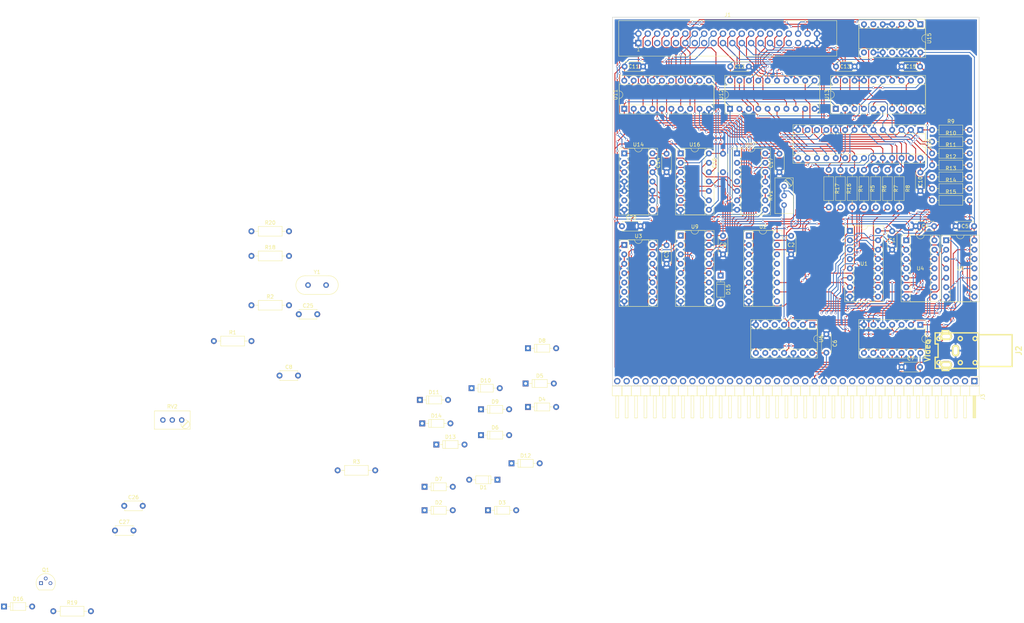
<source format=kicad_pcb>
(kicad_pcb (version 4) (host pcbnew 4.0.6)
  (layers (0 F.Cu signal) (31 B.Cu signal) (34 B.Paste user) (35 F.Paste user) (36 B.SilkS user) (37 F.SilkS user) (38 B.Mask user) (39 F.Mask user) (44 Edge.Cuts user))
  (net 0 "")
  (net 1 GND)
  (net 2 VCC)
  (net 3 TRAN_OE)
  (net 4 "Net-(C25-Pad2)")
  (net 5 "Net-(C26-Pad2)")
  (net 6 "Net-(C27-Pad1)")
  (net 7 N1)
  (net 8 "Net-(D1-Pad2)")
  (net 9 N3)
  (net 10 N5)
  (net 11 N7)
  (net 12 N9)
  (net 13 N11)
  (net 14 N14)
  (net 15 N0)
  (net 16 N2)
  (net 17 N4)
  (net 18 N6)
  (net 19 N8)
  (net 20 N10)
  (net 21 N13)
  (net 22 N17)
  (net 23 SYNC)
  (net 24 "Net-(D16-Pad2)")
  (net 25 GV_D0)
  (net 26 GV_D1)
  (net 27 GV_D2)
  (net 28 GV_D3)
  (net 29 GV_CS)
  (net 30 GV_D4)
  (net 31 GV_D5)
  (net 32 GV_D6)
  (net 33 GV_D7)
  (net 34 GV_A8)
  (net 35 GV_A0)
  (net 36 GV_A9)
  (net 37 GV_A1)
  (net 38 GV_A10)
  (net 39 GV_A2)
  (net 40 GV_A11)
  (net 41 GV_A3)
  (net 42 GV_A12)
  (net 43 GV_A4)
  (net 44 GV_A13)
  (net 45 GV_A5)
  (net 46 GV_A6)
  (net 47 GV_A7)
  (net 48 GV_RW)
  (net 49 GV_E)
  (net 50 "Net-(J2-Pad2)")
  (net 51 "Net-(R1-Pad1)")
  (net 52 A0)
  (net 53 A1)
  (net 54 A2)
  (net 55 A3)
  (net 56 A4)
  (net 57 A5)
  (net 58 A6)
  (net 59 A7)
  (net 60 A8)
  (net 61 A9)
  (net 62 N12)
  (net 63 A10)
  (net 64 A11)
  (net 65 A12)
  (net 66 N15)
  (net 67 A13)
  (net 68 N16)
  (net 69 RESET)
  (net 70 LUMA)
  (net 71 CLOCK)
  (net 72 "Net-(U3-Pad11)")
  (net 73 "Net-(U3-Pad9)")
  (net 74 "Net-(U3-Pad10)")
  (net 75 "Net-(U3-Pad12)")
  (net 76 HSYNC)
  (net 77 "Net-(U4-Pad3)")
  (net 78 "Net-(U4-Pad10)")
  (net 79 "Net-(U4-Pad12)")
  (net 80 "Net-(U4-Pad13)")
  (net 81 "Net-(U5-Pad1)")
  (net 82 "Net-(U5-Pad12)")
  (net 83 "Net-(U5-Pad2)")
  (net 84 "Net-(U5-Pad3)")
  (net 85 "Net-(U5-Pad10)")
  (net 86 VSYNC)
  (net 87 "Net-(U5-Pad5)")
  (net 88 "Net-(U6-Pad3)")
  (net 89 SHIFT_LOAD)
  (net 90 "Net-(U7-Pad13)")
  (net 91 D4)
  (net 92 D0)
  (net 93 D5)
  (net 94 D1)
  (net 95 D6)
  (net 96 D2)
  (net 97 D7)
  (net 98 D3)
  (net 99 RAM_OE)
  (net 100 RAM_WE)
  (net 101 TRAN_LE)
  (net 102 "Net-(U14-Pad11)")
  (net 103 "Net-(U14-Pad13)")
  (net 104 "Net-(U15-Pad3)")
  (net 105 "Net-(U16-Pad3)")
  (net 106 "Net-(U16-Pad10)")
  (net 107 "Net-(U16-Pad13)")
  (net 108 "Net-(U17-Pad10)")
  (net 109 "Net-(U17-Pad11)")
  (module Capacitors_THT:C_Disc_D4.7mm_W2.5mm_P5.00mm (layer F.Cu) (at 164.465 135.89)
    (fp_text reference C7 (at 2.5 -2.31) (layer F.SilkS))
    (fp_text value 100nF)
    (pad 1 thru_hole circle (at 0 0) (size 1.6 1.6) (drill 0.8) (layers *.Cu *.Mask) (net 1 GND))
    (pad 2 thru_hole circle (at 5 0) (size 1.6 1.6) (drill 0.8) (layers *.Cu *.Mask) (net 2 VCC))
  )
  (module Housings_DIP:DIP-28_W7.62mm_Socket (layer F.Cu) (at 169.545 71.755 270)
    (fp_text reference U10 (at 3.81 -2.39 270) (layer F.SilkS))
    (fp_text value CY7C199)
    (pad 1 thru_hole rect (at 0 0 270) (size 1.6 1.6) (drill 0.8) (layers *.Cu *.Mask) (net 57 A5))
    (pad 15 thru_hole oval (at 7.62 33.02 270) (size 1.6 1.6) (drill 0.8) (layers *.Cu *.Mask) (net 98 D3))
    (pad 2 thru_hole oval (at 0 2.54 270) (size 1.6 1.6) (drill 0.8) (layers *.Cu *.Mask) (net 58 A6))
    (pad 16 thru_hole oval (at 7.62 30.48 270) (size 1.6 1.6) (drill 0.8) (layers *.Cu *.Mask) (net 91 D4))
    (pad 3 thru_hole oval (at 0 5.08 270) (size 1.6 1.6) (drill 0.8) (layers *.Cu *.Mask) (net 59 A7))
    (pad 17 thru_hole oval (at 7.62 27.94 270) (size 1.6 1.6) (drill 0.8) (layers *.Cu *.Mask) (net 93 D5))
    (pad 4 thru_hole oval (at 0 7.62 270) (size 1.6 1.6) (drill 0.8) (layers *.Cu *.Mask) (net 60 A8))
    (pad 18 thru_hole oval (at 7.62 25.4 270) (size 1.6 1.6) (drill 0.8) (layers *.Cu *.Mask) (net 95 D6))
    (pad 5 thru_hole oval (at 0 10.16 270) (size 1.6 1.6) (drill 0.8) (layers *.Cu *.Mask) (net 61 A9))
    (pad 19 thru_hole oval (at 7.62 22.86 270) (size 1.6 1.6) (drill 0.8) (layers *.Cu *.Mask) (net 97 D7))
    (pad 6 thru_hole oval (at 0 12.7 270) (size 1.6 1.6) (drill 0.8) (layers *.Cu *.Mask) (net 63 A10))
    (pad 20 thru_hole oval (at 7.62 20.32 270) (size 1.6 1.6) (drill 0.8) (layers *.Cu *.Mask) (net 1 GND))
    (pad 7 thru_hole oval (at 0 15.24 270) (size 1.6 1.6) (drill 0.8) (layers *.Cu *.Mask) (net 64 A11))
    (pad 21 thru_hole oval (at 7.62 17.78 270) (size 1.6 1.6) (drill 0.8) (layers *.Cu *.Mask) (net 52 A0))
    (pad 8 thru_hole oval (at 0 17.78 270) (size 1.6 1.6) (drill 0.8) (layers *.Cu *.Mask) (net 65 A12))
    (pad 22 thru_hole oval (at 7.62 15.24 270) (size 1.6 1.6) (drill 0.8) (layers *.Cu *.Mask) (net 99 RAM_OE))
    (pad 9 thru_hole oval (at 0 20.32 270) (size 1.6 1.6) (drill 0.8) (layers *.Cu *.Mask) (net 67 A13))
    (pad 23 thru_hole oval (at 7.62 12.7 270) (size 1.6 1.6) (drill 0.8) (layers *.Cu *.Mask) (net 53 A1))
    (pad 10 thru_hole oval (at 0 22.86 270) (size 1.6 1.6) (drill 0.8) (layers *.Cu *.Mask) (net 1 GND))
    (pad 24 thru_hole oval (at 7.62 10.16 270) (size 1.6 1.6) (drill 0.8) (layers *.Cu *.Mask) (net 54 A2))
    (pad 11 thru_hole oval (at 0 25.4 270) (size 1.6 1.6) (drill 0.8) (layers *.Cu *.Mask) (net 92 D0))
    (pad 25 thru_hole oval (at 7.62 7.62 270) (size 1.6 1.6) (drill 0.8) (layers *.Cu *.Mask) (net 55 A3))
    (pad 12 thru_hole oval (at 0 27.94 270) (size 1.6 1.6) (drill 0.8) (layers *.Cu *.Mask) (net 94 D1))
    (pad 26 thru_hole oval (at 7.62 5.08 270) (size 1.6 1.6) (drill 0.8) (layers *.Cu *.Mask) (net 56 A4))
    (pad 13 thru_hole oval (at 0 30.48 270) (size 1.6 1.6) (drill 0.8) (layers *.Cu *.Mask) (net 96 D2))
    (pad 27 thru_hole oval (at 7.62 2.54 270) (size 1.6 1.6) (drill 0.8) (layers *.Cu *.Mask) (net 100 RAM_WE))
    (pad 14 thru_hole oval (at 0 33.02 270) (size 1.6 1.6) (drill 0.8) (layers *.Cu *.Mask) (net 1 GND))
    (pad 28 thru_hole oval (at 7.62 0 270) (size 1.6 1.6) (drill 0.8) (layers *.Cu *.Mask) (net 2 VCC))
  )
  (module Capacitors_THT:C_Disc_D4.7mm_W2.5mm_P5.00mm (layer F.Cu) (at 169.545 88.265 90)
    (fp_text reference C10 (at 2.54 0 90) (layer F.SilkS))
    (fp_text value 100nF)
    (pad 1 thru_hole circle (at 0 0 90) (size 1.6 1.6) (drill 0.8) (layers *.Cu *.Mask) (net 1 GND))
    (pad 2 thru_hole circle (at 5 0 90) (size 1.6 1.6) (drill 0.8) (layers *.Cu *.Mask) (net 2 VCC))
  )
  (module Housings_DIP:DIP-20_W7.62mm_Socket (layer F.Cu) (at 146.685 66.04 90)
    (fp_text reference U13 (at 3.81 -2.39 90) (layer F.SilkS))
    (fp_text value 74HCT373)
    (pad 1 thru_hole rect (at 0 0 90) (size 1.6 1.6) (drill 0.8) (layers *.Cu *.Mask) (net 3 TRAN_OE))
    (pad 11 thru_hole oval (at 7.62 22.86 90) (size 1.6 1.6) (drill 0.8) (layers *.Cu *.Mask) (net 101 TRAN_LE))
    (pad 2 thru_hole oval (at 0 2.54 90) (size 1.6 1.6) (drill 0.8) (layers *.Cu *.Mask) (net 60 A8))
    (pad 12 thru_hole oval (at 7.62 20.32 90) (size 1.6 1.6) (drill 0.8) (layers *.Cu *.Mask) (net 65 A12))
    (pad 3 thru_hole oval (at 0 5.08 90) (size 1.6 1.6) (drill 0.8) (layers *.Cu *.Mask) (net 34 GV_A8))
    (pad 13 thru_hole oval (at 7.62 17.78 90) (size 1.6 1.6) (drill 0.8) (layers *.Cu *.Mask) (net 42 GV_A12))
    (pad 4 thru_hole oval (at 0 7.62 90) (size 1.6 1.6) (drill 0.8) (layers *.Cu *.Mask) (net 36 GV_A9))
    (pad 14 thru_hole oval (at 7.62 15.24 90) (size 1.6 1.6) (drill 0.8) (layers *.Cu *.Mask) (net 44 GV_A13))
    (pad 5 thru_hole oval (at 0 10.16 90) (size 1.6 1.6) (drill 0.8) (layers *.Cu *.Mask) (net 61 A9))
    (pad 15 thru_hole oval (at 7.62 12.7 90) (size 1.6 1.6) (drill 0.8) (layers *.Cu *.Mask) (net 67 A13))
    (pad 6 thru_hole oval (at 0 12.7 90) (size 1.6 1.6) (drill 0.8) (layers *.Cu *.Mask) (net 63 A10))
    (pad 16 thru_hole oval (at 7.62 10.16 90) (size 1.6 1.6) (drill 0.8) (layers *.Cu *.Mask))
    (pad 7 thru_hole oval (at 0 15.24 90) (size 1.6 1.6) (drill 0.8) (layers *.Cu *.Mask) (net 38 GV_A10))
    (pad 17 thru_hole oval (at 7.62 7.62 90) (size 1.6 1.6) (drill 0.8) (layers *.Cu *.Mask) (net 1 GND))
    (pad 8 thru_hole oval (at 0 17.78 90) (size 1.6 1.6) (drill 0.8) (layers *.Cu *.Mask) (net 40 GV_A11))
    (pad 18 thru_hole oval (at 7.62 5.08 90) (size 1.6 1.6) (drill 0.8) (layers *.Cu *.Mask) (net 1 GND))
    (pad 9 thru_hole oval (at 0 20.32 90) (size 1.6 1.6) (drill 0.8) (layers *.Cu *.Mask) (net 64 A11))
    (pad 19 thru_hole oval (at 7.62 2.54 90) (size 1.6 1.6) (drill 0.8) (layers *.Cu *.Mask))
    (pad 10 thru_hole oval (at 0 22.86 90) (size 1.6 1.6) (drill 0.8) (layers *.Cu *.Mask) (net 1 GND))
    (pad 20 thru_hole oval (at 7.62 0 90) (size 1.6 1.6) (drill 0.8) (layers *.Cu *.Mask) (net 2 VCC))
  )
  (module Capacitors_THT:C_Disc_D4.7mm_W2.5mm_P5.00mm (layer F.Cu) (at 161.925 104.14 90)
    (fp_text reference C1 (at 2.54 0 360) (layer F.SilkS))
    (fp_text value 100nF)
    (pad 1 thru_hole circle (at 0 0 90) (size 1.6 1.6) (drill 0.8) (layers *.Cu *.Mask) (net 1 GND))
    (pad 2 thru_hole circle (at 5 0 90) (size 1.6 1.6) (drill 0.8) (layers *.Cu *.Mask) (net 2 VCC))
  )
  (module Capacitors_THT:C_Disc_D4.7mm_W2.5mm_P5.00mm (layer F.Cu) (at 134.62 105.41 90)
    (fp_text reference C2 (at 2.54 0 180) (layer F.SilkS))
    (fp_text value 100nF)
    (pad 1 thru_hole circle (at 0 0 90) (size 1.6 1.6) (drill 0.8) (layers *.Cu *.Mask) (net 1 GND))
    (pad 2 thru_hole circle (at 5 0 90) (size 1.6 1.6) (drill 0.8) (layers *.Cu *.Mask) (net 2 VCC))
  )
  (module Capacitors_THT:C_Disc_D4.7mm_W2.5mm_P5.00mm (layer F.Cu) (at 100.965 107.95 90)
    (fp_text reference C3 (at 2.54 0 90) (layer F.SilkS))
    (fp_text value 100nF)
    (pad 1 thru_hole circle (at 0 0 90) (size 1.6 1.6) (drill 0.8) (layers *.Cu *.Mask) (net 1 GND))
    (pad 2 thru_hole circle (at 5 0 90) (size 1.6 1.6) (drill 0.8) (layers *.Cu *.Mask) (net 2 VCC))
  )
  (module Capacitors_THT:C_Disc_D4.7mm_W2.5mm_P5.00mm (layer F.Cu) (at 168.275 97.79)
    (fp_text reference C4 (at 2.54 0) (layer F.SilkS))
    (fp_text value 100nF)
    (pad 1 thru_hole circle (at 0 0) (size 1.6 1.6) (drill 0.8) (layers *.Cu *.Mask) (net 1 GND))
    (pad 2 thru_hole circle (at 5 0) (size 1.6 1.6) (drill 0.8) (layers *.Cu *.Mask) (net 2 VCC))
  )
  (module Capacitors_THT:C_Disc_D4.7mm_W2.5mm_P5.00mm (layer F.Cu) (at 179.07 97.79)
    (fp_text reference C5 (at 2.54 0) (layer F.SilkS))
    (fp_text value 100nF)
    (pad 1 thru_hole circle (at 0 0) (size 1.6 1.6) (drill 0.8) (layers *.Cu *.Mask) (net 1 GND))
    (pad 2 thru_hole circle (at 5 0) (size 1.6 1.6) (drill 0.8) (layers *.Cu *.Mask) (net 2 VCC))
  )
  (module Capacitors_THT:C_Disc_D4.7mm_W2.5mm_P5.00mm (layer F.Cu) (at 144.145 127 270)
    (fp_text reference C6 (at 2.5 -2.31 270) (layer F.SilkS))
    (fp_text value 100nF)
    (pad 1 thru_hole circle (at 0 0 270) (size 1.6 1.6) (drill 0.8) (layers *.Cu *.Mask) (net 1 GND))
    (pad 2 thru_hole circle (at 5 0 270) (size 1.6 1.6) (drill 0.8) (layers *.Cu *.Mask) (net 2 VCC))
  )
  (module Capacitors_THT:C_Disc_D4.7mm_W2.5mm_P5.00mm (layer F.Cu) (at -3.634999 138.19)
    (fp_text reference C8 (at 2.5 -2.31) (layer F.SilkS))
    (fp_text value 100nF)
    (pad 1 thru_hole circle (at 0 0) (size 1.6 1.6) (drill 0.8) (layers *.Cu *.Mask) (net 1 GND))
    (pad 2 thru_hole circle (at 5 0) (size 1.6 1.6) (drill 0.8) (layers *.Cu *.Mask) (net 2 VCC))
  )
  (module Capacitors_THT:C_Disc_D4.7mm_W2.5mm_P5.00mm (layer F.Cu) (at 116.205 105.41 90)
    (fp_text reference C9 (at 2.54 0 180) (layer F.SilkS))
    (fp_text value 100nF)
    (pad 1 thru_hole circle (at 0 0 90) (size 1.6 1.6) (drill 0.8) (layers *.Cu *.Mask) (net 1 GND))
    (pad 2 thru_hole circle (at 5 0 90) (size 1.6 1.6) (drill 0.8) (layers *.Cu *.Mask) (net 2 VCC))
  )
  (module Capacitors_THT:C_Disc_D4.7mm_W2.5mm_P5.00mm (layer F.Cu) (at 94.615 54.61 180)
    (fp_text reference C11 (at 2.54 0 180) (layer F.SilkS))
    (fp_text value 100nF)
    (pad 1 thru_hole circle (at 0 0 180) (size 1.6 1.6) (drill 0.8) (layers *.Cu *.Mask) (net 1 GND))
    (pad 2 thru_hole circle (at 5 0 180) (size 1.6 1.6) (drill 0.8) (layers *.Cu *.Mask) (net 2 VCC))
  )
  (module Capacitors_THT:C_Disc_D4.7mm_W2.5mm_P5.00mm (layer F.Cu) (at 123.19 54.61 180)
    (fp_text reference C12 (at 2.54 0 180) (layer F.SilkS))
    (fp_text value 100nF)
    (pad 1 thru_hole circle (at 0 0 180) (size 1.6 1.6) (drill 0.8) (layers *.Cu *.Mask) (net 1 GND))
    (pad 2 thru_hole circle (at 5 0 180) (size 1.6 1.6) (drill 0.8) (layers *.Cu *.Mask) (net 2 VCC))
  )
  (module Capacitors_THT:C_Disc_D4.7mm_W2.5mm_P5.00mm (layer F.Cu) (at 151.765 54.61 180)
    (fp_text reference C13 (at 2.54 0 180) (layer F.SilkS))
    (fp_text value 100nF)
    (pad 1 thru_hole circle (at 0 0 180) (size 1.6 1.6) (drill 0.8) (layers *.Cu *.Mask) (net 1 GND))
    (pad 2 thru_hole circle (at 5 0 180) (size 1.6 1.6) (drill 0.8) (layers *.Cu *.Mask) (net 2 VCC))
  )
  (module Capacitors_THT:C_Disc_D4.7mm_W2.5mm_P5.00mm (layer F.Cu) (at 100.965 83.185 90)
    (fp_text reference C14 (at 2.5 -2.31 90) (layer F.SilkS))
    (fp_text value 100nF)
    (pad 1 thru_hole circle (at 0 0 90) (size 1.6 1.6) (drill 0.8) (layers *.Cu *.Mask) (net 1 GND))
    (pad 2 thru_hole circle (at 5 0 90) (size 1.6 1.6) (drill 0.8) (layers *.Cu *.Mask) (net 2 VCC))
  )
  (module Capacitors_THT:C_Disc_D4.7mm_W2.5mm_P5.00mm (layer F.Cu) (at 164.465 54.61)
    (fp_text reference C15 (at 2.54 0) (layer F.SilkS))
    (fp_text value 100nF)
    (pad 1 thru_hole circle (at 0 0) (size 1.6 1.6) (drill 0.8) (layers *.Cu *.Mask) (net 1 GND))
    (pad 2 thru_hole circle (at 5 0) (size 1.6 1.6) (drill 0.8) (layers *.Cu *.Mask) (net 2 VCC))
  )
  (module Capacitors_THT:C_Disc_D4.7mm_W2.5mm_P5.00mm (layer F.Cu) (at 116.205 83.185 90)
    (fp_text reference C16 (at 2.5 -2.31 90) (layer F.SilkS))
    (fp_text value 100nF)
    (pad 1 thru_hole circle (at 0 0 90) (size 1.6 1.6) (drill 0.8) (layers *.Cu *.Mask) (net 1 GND))
    (pad 2 thru_hole circle (at 5 0 90) (size 1.6 1.6) (drill 0.8) (layers *.Cu *.Mask) (net 2 VCC))
  )
  (module Capacitors_THT:C_Disc_D4.7mm_W2.5mm_P5.00mm (layer F.Cu) (at 131.445 83.185 90)
    (fp_text reference C17 (at 2.5 -2.31 90) (layer F.SilkS))
    (fp_text value 100nF)
    (pad 1 thru_hole circle (at 0 0 90) (size 1.6 1.6) (drill 0.8) (layers *.Cu *.Mask) (net 1 GND))
    (pad 2 thru_hole circle (at 5 0 90) (size 1.6 1.6) (drill 0.8) (layers *.Cu *.Mask) (net 2 VCC))
  )
  (module Capacitors_THT:C_Disc_D4.7mm_W2.5mm_P5.00mm (layer F.Cu) (at 88.9 97.79)
    (fp_text reference C20 (at 2.5 -2.31) (layer F.SilkS))
    (fp_text value 470pF)
    (pad 1 thru_hole circle (at 0 0) (size 1.6 1.6) (drill 0.8) (layers *.Cu *.Mask) (net 3 TRAN_OE))
    (pad 2 thru_hole circle (at 5 0) (size 1.6 1.6) (drill 0.8) (layers *.Cu *.Mask) (net 1 GND))
  )
  (module Capacitors_THT:C_Disc_D4.7mm_W2.5mm_P5.00mm (layer F.Cu) (at 1.565001 121.61)
    (fp_text reference C25 (at 2.5 -2.31) (layer F.SilkS))
    (fp_text value 22pF)
    (pad 1 thru_hole circle (at 0 0) (size 1.6 1.6) (drill 0.8) (layers *.Cu *.Mask) (net 1 GND))
    (pad 2 thru_hole circle (at 5 0) (size 1.6 1.6) (drill 0.8) (layers *.Cu *.Mask) (net 4 "Net-(C25-Pad2)"))
  )
  (module Capacitors_THT:C_Disc_D4.7mm_W2.5mm_P5.00mm (layer F.Cu) (at -45.604999 173.43)
    (fp_text reference C26 (at 2.5 -2.31) (layer F.SilkS))
    (fp_text value 22pF)
    (pad 1 thru_hole circle (at 0 0) (size 1.6 1.6) (drill 0.8) (layers *.Cu *.Mask) (net 1 GND))
    (pad 2 thru_hole circle (at 5 0) (size 1.6 1.6) (drill 0.8) (layers *.Cu *.Mask) (net 5 "Net-(C26-Pad2)"))
  )
  (module Capacitors_THT:C_Disc_D4.7mm_W2.5mm_P5.00mm (layer F.Cu) (at -48.104999 180.1)
    (fp_text reference C27 (at 2.5 -2.31) (layer F.SilkS))
    (fp_text value 470pF)
    (pad 1 thru_hole circle (at 0 0) (size 1.6 1.6) (drill 0.8) (layers *.Cu *.Mask) (net 6 "Net-(C27-Pad1)"))
    (pad 2 thru_hole circle (at 5 0) (size 1.6 1.6) (drill 0.8) (layers *.Cu *.Mask) (net 1 GND))
  )
  (module Diodes_THT:D_DO-35_SOD27_P7.62mm_Horizontal (layer F.Cu) (at 55.245 166.37 180)
    (fp_text reference D1 (at 3.81 -2.06 180) (layer F.SilkS))
    (fp_text value BAT42)
    (pad 1 thru_hole rect (at 0 0 180) (size 1.6 1.6) (drill 0.8) (layers *.Cu *.Mask) (net 7 N1))
    (pad 2 thru_hole oval (at 7.62 0 180) (size 1.6 1.6) (drill 0.8) (layers *.Cu *.Mask) (net 8 "Net-(D1-Pad2)"))
  )
  (module Diodes_THT:D_DO-35_SOD27_P7.62mm_Horizontal (layer F.Cu) (at 35.56 174.625)
    (fp_text reference D2 (at 3.81 -2.06) (layer F.SilkS))
    (fp_text value BAT42)
    (pad 1 thru_hole rect (at 0 0) (size 1.6 1.6) (drill 0.8) (layers *.Cu *.Mask) (net 9 N3))
    (pad 2 thru_hole oval (at 7.62 0) (size 1.6 1.6) (drill 0.8) (layers *.Cu *.Mask) (net 8 "Net-(D1-Pad2)"))
  )
  (module Diodes_THT:D_DO-35_SOD27_P7.62mm_Horizontal (layer F.Cu) (at 52.705 174.625)
    (fp_text reference D3 (at 3.81 -2.06) (layer F.SilkS))
    (fp_text value BAT42)
    (pad 1 thru_hole rect (at 0 0) (size 1.6 1.6) (drill 0.8) (layers *.Cu *.Mask) (net 10 N5))
    (pad 2 thru_hole oval (at 7.62 0) (size 1.6 1.6) (drill 0.8) (layers *.Cu *.Mask) (net 8 "Net-(D1-Pad2)"))
  )
  (module Diodes_THT:D_DO-35_SOD27_P7.62mm_Horizontal (layer F.Cu) (at 63.5 146.685)
    (fp_text reference D4 (at 3.81 -2.06) (layer F.SilkS))
    (fp_text value BAT42)
    (pad 1 thru_hole rect (at 0 0) (size 1.6 1.6) (drill 0.8) (layers *.Cu *.Mask) (net 11 N7))
    (pad 2 thru_hole oval (at 7.62 0) (size 1.6 1.6) (drill 0.8) (layers *.Cu *.Mask) (net 8 "Net-(D1-Pad2)"))
  )
  (module Diodes_THT:D_DO-35_SOD27_P7.62mm_Horizontal (layer F.Cu) (at 62.865 140.335)
    (fp_text reference D5 (at 3.81 -2.06) (layer F.SilkS))
    (fp_text value BAT42)
    (pad 1 thru_hole rect (at 0 0) (size 1.6 1.6) (drill 0.8) (layers *.Cu *.Mask) (net 12 N9))
    (pad 2 thru_hole oval (at 7.62 0) (size 1.6 1.6) (drill 0.8) (layers *.Cu *.Mask) (net 8 "Net-(D1-Pad2)"))
  )
  (module Diodes_THT:D_DO-35_SOD27_P7.62mm_Horizontal (layer F.Cu) (at 50.8 154.305)
    (fp_text reference D6 (at 3.81 -2.06) (layer F.SilkS))
    (fp_text value BAT42)
    (pad 1 thru_hole rect (at 0 0) (size 1.6 1.6) (drill 0.8) (layers *.Cu *.Mask) (net 13 N11))
    (pad 2 thru_hole oval (at 7.62 0) (size 1.6 1.6) (drill 0.8) (layers *.Cu *.Mask) (net 8 "Net-(D1-Pad2)"))
  )
  (module Diodes_THT:D_DO-35_SOD27_P7.62mm_Horizontal (layer F.Cu) (at 35.56 168.275)
    (fp_text reference D7 (at 3.81 -2.06) (layer F.SilkS))
    (fp_text value BAT42)
    (pad 1 thru_hole rect (at 0 0) (size 1.6 1.6) (drill 0.8) (layers *.Cu *.Mask) (net 14 N14))
    (pad 2 thru_hole oval (at 7.62 0) (size 1.6 1.6) (drill 0.8) (layers *.Cu *.Mask) (net 8 "Net-(D1-Pad2)"))
  )
  (module Diodes_THT:D_DO-35_SOD27_P7.62mm_Horizontal (layer F.Cu) (at 63.5 130.81)
    (fp_text reference D8 (at 3.81 -2.06) (layer F.SilkS))
    (fp_text value BAT42)
    (pad 1 thru_hole rect (at 0 0) (size 1.6 1.6) (drill 0.8) (layers *.Cu *.Mask) (net 15 N0))
    (pad 2 thru_hole oval (at 7.62 0) (size 1.6 1.6) (drill 0.8) (layers *.Cu *.Mask) (net 8 "Net-(D1-Pad2)"))
  )
  (module Diodes_THT:D_DO-35_SOD27_P7.62mm_Horizontal (layer F.Cu) (at 50.8 147.32)
    (fp_text reference D9 (at 3.81 -2.06) (layer F.SilkS))
    (fp_text value BAT42)
    (pad 1 thru_hole rect (at 0 0) (size 1.6 1.6) (drill 0.8) (layers *.Cu *.Mask) (net 16 N2))
    (pad 2 thru_hole oval (at 7.62 0) (size 1.6 1.6) (drill 0.8) (layers *.Cu *.Mask) (net 8 "Net-(D1-Pad2)"))
  )
  (module Diodes_THT:D_DO-35_SOD27_P7.62mm_Horizontal (layer F.Cu) (at 48.26 141.605)
    (fp_text reference D10 (at 3.81 -2.06) (layer F.SilkS))
    (fp_text value BAT42)
    (pad 1 thru_hole rect (at 0 0) (size 1.6 1.6) (drill 0.8) (layers *.Cu *.Mask) (net 17 N4))
    (pad 2 thru_hole oval (at 7.62 0) (size 1.6 1.6) (drill 0.8) (layers *.Cu *.Mask) (net 8 "Net-(D1-Pad2)"))
  )
  (module Diodes_THT:D_DO-35_SOD27_P7.62mm_Horizontal (layer F.Cu) (at 34.29 144.78)
    (fp_text reference D11 (at 3.81 -2.06) (layer F.SilkS))
    (fp_text value BAT42)
    (pad 1 thru_hole rect (at 0 0) (size 1.6 1.6) (drill 0.8) (layers *.Cu *.Mask) (net 18 N6))
    (pad 2 thru_hole oval (at 7.62 0) (size 1.6 1.6) (drill 0.8) (layers *.Cu *.Mask) (net 8 "Net-(D1-Pad2)"))
  )
  (module Diodes_THT:D_DO-35_SOD27_P7.62mm_Horizontal (layer F.Cu) (at 59.055 161.925)
    (fp_text reference D12 (at 3.81 -2.06) (layer F.SilkS))
    (fp_text value BAT42)
    (pad 1 thru_hole rect (at 0 0) (size 1.6 1.6) (drill 0.8) (layers *.Cu *.Mask) (net 19 N8))
    (pad 2 thru_hole oval (at 7.62 0) (size 1.6 1.6) (drill 0.8) (layers *.Cu *.Mask) (net 8 "Net-(D1-Pad2)"))
  )
  (module Diodes_THT:D_DO-35_SOD27_P7.62mm_Horizontal (layer F.Cu) (at 38.735 156.845)
    (fp_text reference D13 (at 3.81 -2.06) (layer F.SilkS))
    (fp_text value BAT42)
    (pad 1 thru_hole rect (at 0 0) (size 1.6 1.6) (drill 0.8) (layers *.Cu *.Mask) (net 20 N10))
    (pad 2 thru_hole oval (at 7.62 0) (size 1.6 1.6) (drill 0.8) (layers *.Cu *.Mask) (net 8 "Net-(D1-Pad2)"))
  )
  (module Diodes_THT:D_DO-35_SOD27_P7.62mm_Horizontal (layer F.Cu) (at 34.925 151.13)
    (fp_text reference D14 (at 3.81 -2.06) (layer F.SilkS))
    (fp_text value BAT42)
    (pad 1 thru_hole rect (at 0 0) (size 1.6 1.6) (drill 0.8) (layers *.Cu *.Mask) (net 21 N13))
    (pad 2 thru_hole oval (at 7.62 0) (size 1.6 1.6) (drill 0.8) (layers *.Cu *.Mask) (net 8 "Net-(D1-Pad2)"))
  )
  (module Diodes_THT:D_DO-35_SOD27_P7.62mm_Horizontal (layer F.Cu) (at 115.57 111.125 270)
    (fp_text reference D15 (at 3.81 -2.06 270) (layer F.SilkS))
    (fp_text value BAT42)
    (pad 1 thru_hole rect (at 0 0 270) (size 1.6 1.6) (drill 0.8) (layers *.Cu *.Mask) (net 22 N17))
    (pad 2 thru_hole oval (at 7.62 0 270) (size 1.6 1.6) (drill 0.8) (layers *.Cu *.Mask) (net 8 "Net-(D1-Pad2)"))
  )
  (module Diodes_THT:D_DO-35_SOD27_P7.62mm_Horizontal (layer F.Cu) (at -78.105 200.66)
    (fp_text reference D16 (at 3.81 -2.06) (layer F.SilkS))
    (fp_text value 1N4848)
    (pad 1 thru_hole rect (at 0 0) (size 1.6 1.6) (drill 0.8) (layers *.Cu *.Mask) (net 23 SYNC))
    (pad 2 thru_hole oval (at 7.62 0) (size 1.6 1.6) (drill 0.8) (layers *.Cu *.Mask) (net 24 "Net-(D16-Pad2)"))
  )
  (module Connectors:IDC_Header_Straight_40pins (layer F.Cu) (at 93.345 48.26)
    (fp_text reference J1 (at 24.13 -7.62) (layer F.SilkS))
    (fp_text value "General Video Connector")
    (fp_text user 1 (at 0.02 1.72) (layer F.SilkS) (effects (font (thickness 0.12))))
    (pad 1 thru_hole rect (at 0 0) (size 1.7272 1.7272) (drill 1.016) (layers *.Cu *.Mask) (net 1 GND))
    (pad 2 thru_hole oval (at 0 -2.54) (size 1.7272 1.7272) (drill 1.016) (layers *.Cu *.Mask) (net 1 GND))
    (pad 3 thru_hole oval (at 2.54 0) (size 1.7272 1.7272) (drill 1.016) (layers *.Cu *.Mask))
    (pad 4 thru_hole oval (at 2.54 -2.54) (size 1.7272 1.7272) (drill 1.016) (layers *.Cu *.Mask) (net 25 GV_D0))
    (pad 5 thru_hole oval (at 5.08 0) (size 1.7272 1.7272) (drill 1.016) (layers *.Cu *.Mask))
    (pad 6 thru_hole oval (at 5.08 -2.54) (size 1.7272 1.7272) (drill 1.016) (layers *.Cu *.Mask) (net 26 GV_D1))
    (pad 7 thru_hole oval (at 7.62 0) (size 1.7272 1.7272) (drill 1.016) (layers *.Cu *.Mask))
    (pad 8 thru_hole oval (at 7.62 -2.54) (size 1.7272 1.7272) (drill 1.016) (layers *.Cu *.Mask) (net 27 GV_D2))
    (pad 9 thru_hole oval (at 10.16 0) (size 1.7272 1.7272) (drill 1.016) (layers *.Cu *.Mask))
    (pad 10 thru_hole oval (at 10.16 -2.54) (size 1.7272 1.7272) (drill 1.016) (layers *.Cu *.Mask) (net 28 GV_D3))
    (pad 11 thru_hole oval (at 12.7 0) (size 1.7272 1.7272) (drill 1.016) (layers *.Cu *.Mask) (net 29 GV_CS))
    (pad 12 thru_hole oval (at 12.7 -2.54) (size 1.7272 1.7272) (drill 1.016) (layers *.Cu *.Mask) (net 30 GV_D4))
    (pad 13 thru_hole oval (at 15.24 0) (size 1.7272 1.7272) (drill 1.016) (layers *.Cu *.Mask))
    (pad 14 thru_hole oval (at 15.24 -2.54) (size 1.7272 1.7272) (drill 1.016) (layers *.Cu *.Mask) (net 31 GV_D5))
    (pad 15 thru_hole oval (at 17.78 0) (size 1.7272 1.7272) (drill 1.016) (layers *.Cu *.Mask))
    (pad 16 thru_hole oval (at 17.78 -2.54) (size 1.7272 1.7272) (drill 1.016) (layers *.Cu *.Mask) (net 32 GV_D6))
    (pad 17 thru_hole oval (at 20.32 0) (size 1.7272 1.7272) (drill 1.016) (layers *.Cu *.Mask))
    (pad 18 thru_hole oval (at 20.32 -2.54) (size 1.7272 1.7272) (drill 1.016) (layers *.Cu *.Mask) (net 33 GV_D7))
    (pad 19 thru_hole oval (at 22.86 0) (size 1.7272 1.7272) (drill 1.016) (layers *.Cu *.Mask) (net 34 GV_A8))
    (pad 20 thru_hole oval (at 22.86 -2.54) (size 1.7272 1.7272) (drill 1.016) (layers *.Cu *.Mask) (net 35 GV_A0))
    (pad 21 thru_hole oval (at 25.4 0) (size 1.7272 1.7272) (drill 1.016) (layers *.Cu *.Mask) (net 36 GV_A9))
    (pad 22 thru_hole oval (at 25.4 -2.54) (size 1.7272 1.7272) (drill 1.016) (layers *.Cu *.Mask) (net 37 GV_A1))
    (pad 23 thru_hole oval (at 27.94 0) (size 1.7272 1.7272) (drill 1.016) (layers *.Cu *.Mask) (net 38 GV_A10))
    (pad 24 thru_hole oval (at 27.94 -2.54) (size 1.7272 1.7272) (drill 1.016) (layers *.Cu *.Mask) (net 39 GV_A2))
    (pad 25 thru_hole oval (at 30.48 0) (size 1.7272 1.7272) (drill 1.016) (layers *.Cu *.Mask) (net 40 GV_A11))
    (pad 26 thru_hole oval (at 30.48 -2.54) (size 1.7272 1.7272) (drill 1.016) (layers *.Cu *.Mask) (net 41 GV_A3))
    (pad 27 thru_hole oval (at 33.02 0) (size 1.7272 1.7272) (drill 1.016) (layers *.Cu *.Mask) (net 42 GV_A12))
    (pad 28 thru_hole oval (at 33.02 -2.54) (size 1.7272 1.7272) (drill 1.016) (layers *.Cu *.Mask) (net 43 GV_A4))
    (pad 29 thru_hole oval (at 35.56 0) (size 1.7272 1.7272) (drill 1.016) (layers *.Cu *.Mask) (net 44 GV_A13))
    (pad 30 thru_hole oval (at 35.56 -2.54) (size 1.7272 1.7272) (drill 1.016) (layers *.Cu *.Mask) (net 45 GV_A5))
    (pad 31 thru_hole oval (at 38.1 0) (size 1.7272 1.7272) (drill 1.016) (layers *.Cu *.Mask))
    (pad 32 thru_hole oval (at 38.1 -2.54) (size 1.7272 1.7272) (drill 1.016) (layers *.Cu *.Mask) (net 46 GV_A6))
    (pad 33 thru_hole oval (at 40.64 0) (size 1.7272 1.7272) (drill 1.016) (layers *.Cu *.Mask))
    (pad 34 thru_hole oval (at 40.64 -2.54) (size 1.7272 1.7272) (drill 1.016) (layers *.Cu *.Mask) (net 47 GV_A7))
    (pad 35 thru_hole oval (at 43.18 0) (size 1.7272 1.7272) (drill 1.016) (layers *.Cu *.Mask))
    (pad 36 thru_hole oval (at 43.18 -2.54) (size 1.7272 1.7272) (drill 1.016) (layers *.Cu *.Mask) (net 48 GV_RW))
    (pad 37 thru_hole oval (at 45.72 0) (size 1.7272 1.7272) (drill 1.016) (layers *.Cu *.Mask) (net 1 GND))
    (pad 38 thru_hole oval (at 45.72 -2.54) (size 1.7272 1.7272) (drill 1.016) (layers *.Cu *.Mask) (net 49 GV_E))
    (pad 39 thru_hole oval (at 48.26 0) (size 1.7272 1.7272) (drill 1.016) (layers *.Cu *.Mask) (net 1 GND))
    (pad 40 thru_hole oval (at 48.26 -2.54) (size 1.7272 1.7272) (drill 1.016) (layers *.Cu *.Mask) (net 1 GND))
  )
  (module rca:rca_yellow (layer F.Cu) (at 180.34 131.445 90)
    (fp_text reference J2 (at 0 15.7988 90) (layer F.SilkS) (effects (font (thickness 0.3048))))
    (fp_text value Video (at 0 -8.89 90) (layer F.SilkS) (effects (font (thickness 0.3048))))
    (pad 2 thru_hole oval (at 3.81 -3.81 90) (size 1.99898 3.19786) (drill oval 0.99568 2.1971) (layers *.Cu *.Mask F.SilkS) (net 50 "Net-(J2-Pad2)"))
    (pad 1 thru_hole oval (at 0 -1.27 90) (size 3.19786 1.99898) (drill oval 2.1971 0.99568) (layers *.Cu *.Mask F.SilkS) (net 1 GND))
    (pad 2 thru_hole oval (at -3.81 -3.81 90) (size 1.99898 3.19786) (drill oval 0.99568 2.1971) (layers *.Cu *.Mask F.SilkS) (net 50 "Net-(J2-Pad2)"))
  )
  (module Pin_Headers:Pin_Header_Angled_1x39_Pitch2.54mm (layer F.Cu) (at 184.15 139.7 270)
    (fp_text reference J3 (at 4.315 -2.27 270) (layer F.SilkS))
    (fp_text value CONN_01X39)
    (pad 1 thru_hole rect (at 0 0 270) (size 1.7 1.7) (drill 1) (layers *.Cu *.Mask))
    (pad 2 thru_hole oval (at 0 2.54 270) (size 1.7 1.7) (drill 1) (layers *.Cu *.Mask))
    (pad 3 thru_hole oval (at 0 5.08 270) (size 1.7 1.7) (drill 1) (layers *.Cu *.Mask))
    (pad 4 thru_hole oval (at 0 7.62 270) (size 1.7 1.7) (drill 1) (layers *.Cu *.Mask))
    (pad 5 thru_hole oval (at 0 10.16 270) (size 1.7 1.7) (drill 1) (layers *.Cu *.Mask))
    (pad 6 thru_hole oval (at 0 12.7 270) (size 1.7 1.7) (drill 1) (layers *.Cu *.Mask))
    (pad 7 thru_hole oval (at 0 15.24 270) (size 1.7 1.7) (drill 1) (layers *.Cu *.Mask))
    (pad 8 thru_hole oval (at 0 17.78 270) (size 1.7 1.7) (drill 1) (layers *.Cu *.Mask))
    (pad 9 thru_hole oval (at 0 20.32 270) (size 1.7 1.7) (drill 1) (layers *.Cu *.Mask))
    (pad 10 thru_hole oval (at 0 22.86 270) (size 1.7 1.7) (drill 1) (layers *.Cu *.Mask))
    (pad 11 thru_hole oval (at 0 25.4 270) (size 1.7 1.7) (drill 1) (layers *.Cu *.Mask))
    (pad 12 thru_hole oval (at 0 27.94 270) (size 1.7 1.7) (drill 1) (layers *.Cu *.Mask))
    (pad 13 thru_hole oval (at 0 30.48 270) (size 1.7 1.7) (drill 1) (layers *.Cu *.Mask))
    (pad 14 thru_hole oval (at 0 33.02 270) (size 1.7 1.7) (drill 1) (layers *.Cu *.Mask))
    (pad 15 thru_hole oval (at 0 35.56 270) (size 1.7 1.7) (drill 1) (layers *.Cu *.Mask))
    (pad 16 thru_hole oval (at 0 38.1 270) (size 1.7 1.7) (drill 1) (layers *.Cu *.Mask))
    (pad 17 thru_hole oval (at 0 40.64 270) (size 1.7 1.7) (drill 1) (layers *.Cu *.Mask) (net 1 GND))
    (pad 18 thru_hole oval (at 0 43.18 270) (size 1.7 1.7) (drill 1) (layers *.Cu *.Mask) (net 2 VCC))
    (pad 19 thru_hole oval (at 0 45.72 270) (size 1.7 1.7) (drill 1) (layers *.Cu *.Mask))
    (pad 20 thru_hole oval (at 0 48.26 270) (size 1.7 1.7) (drill 1) (layers *.Cu *.Mask))
    (pad 21 thru_hole oval (at 0 50.8 270) (size 1.7 1.7) (drill 1) (layers *.Cu *.Mask))
    (pad 22 thru_hole oval (at 0 53.34 270) (size 1.7 1.7) (drill 1) (layers *.Cu *.Mask))
    (pad 23 thru_hole oval (at 0 55.88 270) (size 1.7 1.7) (drill 1) (layers *.Cu *.Mask))
    (pad 24 thru_hole oval (at 0 58.42 270) (size 1.7 1.7) (drill 1) (layers *.Cu *.Mask))
    (pad 25 thru_hole oval (at 0 60.96 270) (size 1.7 1.7) (drill 1) (layers *.Cu *.Mask))
    (pad 26 thru_hole oval (at 0 63.5 270) (size 1.7 1.7) (drill 1) (layers *.Cu *.Mask))
    (pad 27 thru_hole oval (at 0 66.04 270) (size 1.7 1.7) (drill 1) (layers *.Cu *.Mask))
    (pad 28 thru_hole oval (at 0 68.58 270) (size 1.7 1.7) (drill 1) (layers *.Cu *.Mask))
    (pad 29 thru_hole oval (at 0 71.12 270) (size 1.7 1.7) (drill 1) (layers *.Cu *.Mask))
    (pad 30 thru_hole oval (at 0 73.66 270) (size 1.7 1.7) (drill 1) (layers *.Cu *.Mask))
    (pad 31 thru_hole oval (at 0 76.2 270) (size 1.7 1.7) (drill 1) (layers *.Cu *.Mask))
    (pad 32 thru_hole oval (at 0 78.74 270) (size 1.7 1.7) (drill 1) (layers *.Cu *.Mask))
    (pad 33 thru_hole oval (at 0 81.28 270) (size 1.7 1.7) (drill 1) (layers *.Cu *.Mask))
    (pad 34 thru_hole oval (at 0 83.82 270) (size 1.7 1.7) (drill 1) (layers *.Cu *.Mask))
    (pad 35 thru_hole oval (at 0 86.36 270) (size 1.7 1.7) (drill 1) (layers *.Cu *.Mask))
    (pad 36 thru_hole oval (at 0 88.9 270) (size 1.7 1.7) (drill 1) (layers *.Cu *.Mask))
    (pad 37 thru_hole oval (at 0 91.44 270) (size 1.7 1.7) (drill 1) (layers *.Cu *.Mask))
    (pad 38 thru_hole oval (at 0 93.98 270) (size 1.7 1.7) (drill 1) (layers *.Cu *.Mask))
    (pad 39 thru_hole oval (at 0 96.52 270) (size 1.7 1.7) (drill 1) (layers *.Cu *.Mask))
  )
  (module TO_SOT_Packages_THT:TO-92_Molded_Narrow (layer F.Cu) (at -68.094999 194.34)
    (fp_text reference Q1 (at 1.27 -3.56) (layer F.SilkS))
    (fp_text value BC547)
    (pad 2 thru_hole circle (at 1.27 -1.27 90) (size 1 1) (drill 0.6) (layers *.Cu *.Mask) (net 24 "Net-(D16-Pad2)"))
    (pad 3 thru_hole circle (at 2.54 0 90) (size 1 1) (drill 0.6) (layers *.Cu *.Mask) (net 50 "Net-(J2-Pad2)"))
    (pad 1 thru_hole rect (at 0 0 90) (size 1 1) (drill 0.6) (layers *.Cu *.Mask) (net 2 VCC))
  )
  (module Resistors_THT:R_Axial_DIN0207_L6.3mm_D2.5mm_P10.16mm_Horizontal (layer F.Cu) (at -21.384999 128.86)
    (fp_text reference R1 (at 5.08 -2.31) (layer F.SilkS))
    (fp_text value 47k)
    (pad 1 thru_hole circle (at 0 0) (size 1.6 1.6) (drill 0.8) (layers *.Cu *.Mask) (net 51 "Net-(R1-Pad1)"))
    (pad 2 thru_hole oval (at 10.16 0) (size 1.6 1.6) (drill 0.8) (layers *.Cu *.Mask) (net 4 "Net-(C25-Pad2)"))
  )
  (module Resistors_THT:R_Axial_DIN0207_L6.3mm_D2.5mm_P10.16mm_Horizontal (layer F.Cu) (at -11.234999 119.18)
    (fp_text reference R2 (at 5.08 -2.31) (layer F.SilkS))
    (fp_text value 680)
    (pad 1 thru_hole circle (at 0 0) (size 1.6 1.6) (drill 0.8) (layers *.Cu *.Mask) (net 8 "Net-(D1-Pad2)"))
    (pad 2 thru_hole oval (at 10.16 0) (size 1.6 1.6) (drill 0.8) (layers *.Cu *.Mask) (net 2 VCC))
  )
  (module Resistors_THT:R_Axial_DIN0207_L6.3mm_D2.5mm_P10.16mm_Horizontal (layer F.Cu) (at 12.065 163.83)
    (fp_text reference R3 (at 5.08 -2.31) (layer F.SilkS))
    (fp_text value 1k)
    (pad 1 thru_hole circle (at 0 0) (size 1.6 1.6) (drill 0.8) (layers *.Cu *.Mask) (net 5 "Net-(C26-Pad2)"))
    (pad 2 thru_hole oval (at 10.16 0) (size 1.6 1.6) (drill 0.8) (layers *.Cu *.Mask) (net 51 "Net-(R1-Pad1)"))
  )
  (module Resistors_THT:R_Axial_DIN0207_L6.3mm_D2.5mm_P10.16mm_Horizontal (layer F.Cu) (at 151.13 82.55 270)
    (fp_text reference R4 (at 5.08 -2.31 270) (layer F.SilkS))
    (fp_text value 1k)
    (pad 1 thru_hole circle (at 0 0 270) (size 1.6 1.6) (drill 0.8) (layers *.Cu *.Mask) (net 52 A0))
    (pad 2 thru_hole oval (at 10.16 0 270) (size 1.6 1.6) (drill 0.8) (layers *.Cu *.Mask) (net 9 N3))
  )
  (module Resistors_THT:R_Axial_DIN0207_L6.3mm_D2.5mm_P10.16mm_Horizontal (layer F.Cu) (at 154.305 82.55 270)
    (fp_text reference R5 (at 5.08 -2.31 270) (layer F.SilkS))
    (fp_text value 1k)
    (pad 1 thru_hole circle (at 0 0 270) (size 1.6 1.6) (drill 0.8) (layers *.Cu *.Mask) (net 53 A1))
    (pad 2 thru_hole oval (at 10.16 0 270) (size 1.6 1.6) (drill 0.8) (layers *.Cu *.Mask) (net 17 N4))
  )
  (module Resistors_THT:R_Axial_DIN0207_L6.3mm_D2.5mm_P10.16mm_Horizontal (layer F.Cu) (at 157.48 82.55 270)
    (fp_text reference R6 (at 5.08 -2.31 270) (layer F.SilkS))
    (fp_text value 1k)
    (pad 1 thru_hole circle (at 0 0 270) (size 1.6 1.6) (drill 0.8) (layers *.Cu *.Mask) (net 54 A2))
    (pad 2 thru_hole oval (at 10.16 0 270) (size 1.6 1.6) (drill 0.8) (layers *.Cu *.Mask) (net 10 N5))
  )
  (module Resistors_THT:R_Axial_DIN0207_L6.3mm_D2.5mm_P10.16mm_Horizontal (layer F.Cu) (at 160.655 82.55 270)
    (fp_text reference R7 (at 5.08 -2.31 270) (layer F.SilkS))
    (fp_text value 1k)
    (pad 1 thru_hole circle (at 0 0 270) (size 1.6 1.6) (drill 0.8) (layers *.Cu *.Mask) (net 55 A3))
    (pad 2 thru_hole oval (at 10.16 0 270) (size 1.6 1.6) (drill 0.8) (layers *.Cu *.Mask) (net 18 N6))
  )
  (module Resistors_THT:R_Axial_DIN0207_L6.3mm_D2.5mm_P10.16mm_Horizontal (layer F.Cu) (at 163.83 82.55 270)
    (fp_text reference R8 (at 5.08 -2.31 270) (layer F.SilkS))
    (fp_text value 1k)
    (pad 1 thru_hole circle (at 0 0 270) (size 1.6 1.6) (drill 0.8) (layers *.Cu *.Mask) (net 56 A4))
    (pad 2 thru_hole oval (at 10.16 0 270) (size 1.6 1.6) (drill 0.8) (layers *.Cu *.Mask) (net 11 N7))
  )
  (module Resistors_THT:R_Axial_DIN0207_L6.3mm_D2.5mm_P10.16mm_Horizontal (layer F.Cu) (at 172.72 71.755)
    (fp_text reference R9 (at 5.08 -2.31) (layer F.SilkS))
    (fp_text value 1k)
    (pad 1 thru_hole circle (at 0 0) (size 1.6 1.6) (drill 0.8) (layers *.Cu *.Mask) (net 57 A5))
    (pad 2 thru_hole oval (at 10.16 0) (size 1.6 1.6) (drill 0.8) (layers *.Cu *.Mask) (net 19 N8))
  )
  (module Resistors_THT:R_Axial_DIN0207_L6.3mm_D2.5mm_P10.16mm_Horizontal (layer F.Cu) (at 172.72 74.93)
    (fp_text reference R10 (at 5.08 -2.31) (layer F.SilkS))
    (fp_text value 1k)
    (pad 1 thru_hole circle (at 0 0) (size 1.6 1.6) (drill 0.8) (layers *.Cu *.Mask) (net 58 A6))
    (pad 2 thru_hole oval (at 10.16 0) (size 1.6 1.6) (drill 0.8) (layers *.Cu *.Mask) (net 12 N9))
  )
  (module Resistors_THT:R_Axial_DIN0207_L6.3mm_D2.5mm_P10.16mm_Horizontal (layer F.Cu) (at 172.72 78.105)
    (fp_text reference R11 (at 5.08 -2.31) (layer F.SilkS))
    (fp_text value 1k)
    (pad 1 thru_hole circle (at 0 0) (size 1.6 1.6) (drill 0.8) (layers *.Cu *.Mask) (net 59 A7))
    (pad 2 thru_hole oval (at 10.16 0) (size 1.6 1.6) (drill 0.8) (layers *.Cu *.Mask) (net 20 N10))
  )
  (module Resistors_THT:R_Axial_DIN0207_L6.3mm_D2.5mm_P10.16mm_Horizontal (layer F.Cu) (at 172.72 81.28)
    (fp_text reference R12 (at 5.08 -2.31) (layer F.SilkS))
    (fp_text value 1k)
    (pad 1 thru_hole circle (at 0 0) (size 1.6 1.6) (drill 0.8) (layers *.Cu *.Mask) (net 60 A8))
    (pad 2 thru_hole oval (at 10.16 0) (size 1.6 1.6) (drill 0.8) (layers *.Cu *.Mask) (net 13 N11))
  )
  (module Resistors_THT:R_Axial_DIN0207_L6.3mm_D2.5mm_P10.16mm_Horizontal (layer F.Cu) (at 172.72 84.455)
    (fp_text reference R13 (at 5.08 -2.31) (layer F.SilkS))
    (fp_text value 1k)
    (pad 1 thru_hole circle (at 0 0) (size 1.6 1.6) (drill 0.8) (layers *.Cu *.Mask) (net 61 A9))
    (pad 2 thru_hole oval (at 10.16 0) (size 1.6 1.6) (drill 0.8) (layers *.Cu *.Mask) (net 62 N12))
  )
  (module Resistors_THT:R_Axial_DIN0207_L6.3mm_D2.5mm_P10.16mm_Horizontal (layer F.Cu) (at 172.72 87.63)
    (fp_text reference R14 (at 5.08 -2.31) (layer F.SilkS))
    (fp_text value 1k)
    (pad 1 thru_hole circle (at 0 0) (size 1.6 1.6) (drill 0.8) (layers *.Cu *.Mask) (net 63 A10))
    (pad 2 thru_hole oval (at 10.16 0) (size 1.6 1.6) (drill 0.8) (layers *.Cu *.Mask) (net 21 N13))
  )
  (module Resistors_THT:R_Axial_DIN0207_L6.3mm_D2.5mm_P10.16mm_Horizontal (layer F.Cu) (at 172.72 90.805)
    (fp_text reference R15 (at 5.08 -2.31) (layer F.SilkS))
    (fp_text value 1k)
    (pad 1 thru_hole circle (at 0 0) (size 1.6 1.6) (drill 0.8) (layers *.Cu *.Mask) (net 64 A11))
    (pad 2 thru_hole oval (at 10.16 0) (size 1.6 1.6) (drill 0.8) (layers *.Cu *.Mask) (net 14 N14))
  )
  (module Resistors_THT:R_Axial_DIN0207_L6.3mm_D2.5mm_P10.16mm_Horizontal (layer F.Cu) (at 147.955 82.55 270)
    (fp_text reference R16 (at 5.08 -2.31 270) (layer F.SilkS))
    (fp_text value 1k)
    (pad 1 thru_hole circle (at 0 0 270) (size 1.6 1.6) (drill 0.8) (layers *.Cu *.Mask) (net 65 A12))
    (pad 2 thru_hole oval (at 10.16 0 270) (size 1.6 1.6) (drill 0.8) (layers *.Cu *.Mask) (net 66 N15))
  )
  (module Resistors_THT:R_Axial_DIN0207_L6.3mm_D2.5mm_P10.16mm_Horizontal (layer F.Cu) (at 144.78 82.55 270)
    (fp_text reference R17 (at 5.08 -2.31 270) (layer F.SilkS))
    (fp_text value 1k)
    (pad 1 thru_hole circle (at 0 0 270) (size 1.6 1.6) (drill 0.8) (layers *.Cu *.Mask) (net 67 A13))
    (pad 2 thru_hole oval (at 10.16 0 270) (size 1.6 1.6) (drill 0.8) (layers *.Cu *.Mask) (net 68 N16))
  )
  (module Resistors_THT:R_Axial_DIN0207_L6.3mm_D2.5mm_P10.16mm_Horizontal (layer F.Cu) (at -11.234999 105.84)
    (fp_text reference R18 (at 5.08 -2.31) (layer F.SilkS))
    (fp_text value 1k8)
    (pad 1 thru_hole circle (at 0 0) (size 1.6 1.6) (drill 0.8) (layers *.Cu *.Mask) (net 24 "Net-(D16-Pad2)"))
    (pad 2 thru_hole oval (at 10.16 0) (size 1.6 1.6) (drill 0.8) (layers *.Cu *.Mask) (net 2 VCC))
  )
  (module Resistors_THT:R_Axial_DIN0207_L6.3mm_D2.5mm_P10.16mm_Horizontal (layer F.Cu) (at -64.77 201.93)
    (fp_text reference R19 (at 5.08 -2.31) (layer F.SilkS))
    (fp_text value 2k2)
    (pad 1 thru_hole circle (at 0 0) (size 1.6 1.6) (drill 0.8) (layers *.Cu *.Mask) (net 1 GND))
    (pad 2 thru_hole oval (at 10.16 0) (size 1.6 1.6) (drill 0.8) (layers *.Cu *.Mask) (net 24 "Net-(D16-Pad2)"))
  )
  (module Resistors_THT:R_Axial_DIN0207_L6.3mm_D2.5mm_P10.16mm_Horizontal (layer F.Cu) (at -11.234999 99.17)
    (fp_text reference R20 (at 5.08 -2.31) (layer F.SilkS))
    (fp_text value 75)
    (pad 1 thru_hole circle (at 0 0) (size 1.6 1.6) (drill 0.8) (layers *.Cu *.Mask) (net 1 GND))
    (pad 2 thru_hole oval (at 10.16 0) (size 1.6 1.6) (drill 0.8) (layers *.Cu *.Mask) (net 50 "Net-(J2-Pad2)"))
  )
  (module Potentiometers:Potentiometer_Trimmer_Bourns_3296W (layer F.Cu) (at 132.715 86.995 90)
    (fp_text reference RV1 (at -2.54 -3.66 90) (layer F.SilkS))
    (fp_text value 5k)
    (pad 1 thru_hole circle (at 0 0 90) (size 1.44 1.44) (drill 0.8) (layers *.Cu *.Mask) (net 69 RESET))
    (pad 2 thru_hole circle (at -2.54 0 90) (size 1.44 1.44) (drill 0.8) (layers *.Cu *.Mask) (net 69 RESET))
    (pad 3 thru_hole circle (at -5.08 0 90) (size 1.44 1.44) (drill 0.8) (layers *.Cu *.Mask) (net 6 "Net-(C27-Pad1)"))
  )
  (module Potentiometers:Potentiometer_Trimmer_Bourns_3296W (layer F.Cu) (at -30.074999 150.22)
    (fp_text reference RV2 (at -2.54 -3.66) (layer F.SilkS))
    (fp_text value 10k)
    (pad 1 thru_hole circle (at 0 0) (size 1.44 1.44) (drill 0.8) (layers *.Cu *.Mask) (net 24 "Net-(D16-Pad2)"))
    (pad 2 thru_hole circle (at -2.54 0) (size 1.44 1.44) (drill 0.8) (layers *.Cu *.Mask) (net 70 LUMA))
    (pad 3 thru_hole circle (at -5.08 0) (size 1.44 1.44) (drill 0.8) (layers *.Cu *.Mask) (net 70 LUMA))
  )
  (module Housings_DIP:DIP-16_W7.62mm_Socket (layer F.Cu) (at 150.495 99.06)
    (fp_text reference U1 (at 3.81 8.89) (layer F.SilkS))
    (fp_text value 4040_vcc)
    (pad 1 thru_hole rect (at 0 0) (size 1.6 1.6) (drill 0.8) (layers *.Cu *.Mask) (net 13 N11))
    (pad 9 thru_hole oval (at 7.62 17.78) (size 1.6 1.6) (drill 0.8) (layers *.Cu *.Mask) (net 15 N0))
    (pad 2 thru_hole oval (at 0 2.54) (size 1.6 1.6) (drill 0.8) (layers *.Cu *.Mask) (net 10 N5))
    (pad 10 thru_hole oval (at 7.62 15.24) (size 1.6 1.6) (drill 0.8) (layers *.Cu *.Mask) (net 71 CLOCK))
    (pad 3 thru_hole oval (at 0 5.08) (size 1.6 1.6) (drill 0.8) (layers *.Cu *.Mask) (net 17 N4))
    (pad 11 thru_hole oval (at 7.62 12.7) (size 1.6 1.6) (drill 0.8) (layers *.Cu *.Mask) (net 69 RESET))
    (pad 4 thru_hole oval (at 0 7.62) (size 1.6 1.6) (drill 0.8) (layers *.Cu *.Mask) (net 18 N6))
    (pad 12 thru_hole oval (at 7.62 10.16) (size 1.6 1.6) (drill 0.8) (layers *.Cu *.Mask) (net 19 N8))
    (pad 5 thru_hole oval (at 0 10.16) (size 1.6 1.6) (drill 0.8) (layers *.Cu *.Mask) (net 9 N3))
    (pad 13 thru_hole oval (at 7.62 7.62) (size 1.6 1.6) (drill 0.8) (layers *.Cu *.Mask) (net 11 N7))
    (pad 6 thru_hole oval (at 0 12.7) (size 1.6 1.6) (drill 0.8) (layers *.Cu *.Mask) (net 16 N2))
    (pad 14 thru_hole oval (at 7.62 5.08) (size 1.6 1.6) (drill 0.8) (layers *.Cu *.Mask) (net 12 N9))
    (pad 7 thru_hole oval (at 0 15.24) (size 1.6 1.6) (drill 0.8) (layers *.Cu *.Mask) (net 7 N1))
    (pad 15 thru_hole oval (at 7.62 2.54) (size 1.6 1.6) (drill 0.8) (layers *.Cu *.Mask) (net 20 N10))
    (pad 8 thru_hole oval (at 0 17.78) (size 1.6 1.6) (drill 0.8) (layers *.Cu *.Mask) (net 1 GND))
    (pad 16 thru_hole oval (at 7.62 0) (size 1.6 1.6) (drill 0.8) (layers *.Cu *.Mask) (net 2 VCC))
  )
  (module Housings_DIP:DIP-16_W7.62mm_Socket (layer F.Cu) (at 123.19 100.33)
    (fp_text reference U2 (at 3.81 -2.39) (layer F.SilkS))
    (fp_text value 4040_vcc)
    (pad 1 thru_hole rect (at 0 0) (size 1.6 1.6) (drill 0.8) (layers *.Cu *.Mask))
    (pad 9 thru_hole oval (at 7.62 17.78) (size 1.6 1.6) (drill 0.8) (layers *.Cu *.Mask) (net 62 N12))
    (pad 2 thru_hole oval (at 0 2.54) (size 1.6 1.6) (drill 0.8) (layers *.Cu *.Mask) (net 22 N17))
    (pad 10 thru_hole oval (at 7.62 15.24) (size 1.6 1.6) (drill 0.8) (layers *.Cu *.Mask) (net 13 N11))
    (pad 3 thru_hole oval (at 0 5.08) (size 1.6 1.6) (drill 0.8) (layers *.Cu *.Mask) (net 68 N16))
    (pad 11 thru_hole oval (at 7.62 12.7) (size 1.6 1.6) (drill 0.8) (layers *.Cu *.Mask) (net 69 RESET))
    (pad 4 thru_hole oval (at 0 7.62) (size 1.6 1.6) (drill 0.8) (layers *.Cu *.Mask))
    (pad 12 thru_hole oval (at 7.62 10.16) (size 1.6 1.6) (drill 0.8) (layers *.Cu *.Mask))
    (pad 5 thru_hole oval (at 0 10.16) (size 1.6 1.6) (drill 0.8) (layers *.Cu *.Mask) (net 66 N15))
    (pad 13 thru_hole oval (at 7.62 7.62) (size 1.6 1.6) (drill 0.8) (layers *.Cu *.Mask))
    (pad 6 thru_hole oval (at 0 12.7) (size 1.6 1.6) (drill 0.8) (layers *.Cu *.Mask) (net 14 N14))
    (pad 14 thru_hole oval (at 7.62 5.08) (size 1.6 1.6) (drill 0.8) (layers *.Cu *.Mask))
    (pad 7 thru_hole oval (at 0 15.24) (size 1.6 1.6) (drill 0.8) (layers *.Cu *.Mask) (net 21 N13))
    (pad 15 thru_hole oval (at 7.62 2.54) (size 1.6 1.6) (drill 0.8) (layers *.Cu *.Mask))
    (pad 8 thru_hole oval (at 0 17.78) (size 1.6 1.6) (drill 0.8) (layers *.Cu *.Mask) (net 1 GND))
    (pad 16 thru_hole oval (at 7.62 0) (size 1.6 1.6) (drill 0.8) (layers *.Cu *.Mask) (net 2 VCC))
  )
  (module Housings_DIP:DIP-14_W7.62mm_Socket (layer F.Cu) (at 89.535 102.87)
    (fp_text reference U3 (at 3.81 -2.39) (layer F.SilkS))
    (fp_text value 74HCT04)
    (pad 1 thru_hole rect (at 0 0) (size 1.6 1.6) (drill 0.8) (layers *.Cu *.Mask) (net 4 "Net-(C25-Pad2)"))
    (pad 8 thru_hole oval (at 7.62 15.24) (size 1.6 1.6) (drill 0.8) (layers *.Cu *.Mask) (net 72 "Net-(U3-Pad11)"))
    (pad 2 thru_hole oval (at 0 2.54) (size 1.6 1.6) (drill 0.8) (layers *.Cu *.Mask) (net 51 "Net-(R1-Pad1)"))
    (pad 9 thru_hole oval (at 7.62 12.7) (size 1.6 1.6) (drill 0.8) (layers *.Cu *.Mask) (net 73 "Net-(U3-Pad9)"))
    (pad 3 thru_hole oval (at 0 5.08) (size 1.6 1.6) (drill 0.8) (layers *.Cu *.Mask) (net 51 "Net-(R1-Pad1)"))
    (pad 10 thru_hole oval (at 7.62 10.16) (size 1.6 1.6) (drill 0.8) (layers *.Cu *.Mask) (net 74 "Net-(U3-Pad10)"))
    (pad 4 thru_hole oval (at 0 7.62) (size 1.6 1.6) (drill 0.8) (layers *.Cu *.Mask) (net 71 CLOCK))
    (pad 11 thru_hole oval (at 7.62 7.62) (size 1.6 1.6) (drill 0.8) (layers *.Cu *.Mask) (net 72 "Net-(U3-Pad11)"))
    (pad 5 thru_hole oval (at 0 10.16) (size 1.6 1.6) (drill 0.8) (layers *.Cu *.Mask))
    (pad 12 thru_hole oval (at 7.62 5.08) (size 1.6 1.6) (drill 0.8) (layers *.Cu *.Mask) (net 75 "Net-(U3-Pad12)"))
    (pad 6 thru_hole oval (at 0 12.7) (size 1.6 1.6) (drill 0.8) (layers *.Cu *.Mask))
    (pad 13 thru_hole oval (at 7.62 2.54) (size 1.6 1.6) (drill 0.8) (layers *.Cu *.Mask) (net 74 "Net-(U3-Pad10)"))
    (pad 7 thru_hole oval (at 0 15.24) (size 1.6 1.6) (drill 0.8) (layers *.Cu *.Mask) (net 1 GND))
    (pad 14 thru_hole oval (at 7.62 0) (size 1.6 1.6) (drill 0.8) (layers *.Cu *.Mask) (net 2 VCC))
  )
  (module Housings_DIP:DIP-14_W7.62mm_Socket (layer F.Cu) (at 165.735 101.6)
    (fp_text reference U4 (at 3.81 7.62) (layer F.SilkS))
    (fp_text value 74HCT08)
    (pad 1 thru_hole rect (at 0 0) (size 1.6 1.6) (drill 0.8) (layers *.Cu *.Mask) (net 10 N5))
    (pad 8 thru_hole oval (at 7.62 15.24) (size 1.6 1.6) (drill 0.8) (layers *.Cu *.Mask) (net 76 HSYNC))
    (pad 2 thru_hole oval (at 0 2.54) (size 1.6 1.6) (drill 0.8) (layers *.Cu *.Mask) (net 18 N6))
    (pad 9 thru_hole oval (at 7.62 12.7) (size 1.6 1.6) (drill 0.8) (layers *.Cu *.Mask) (net 77 "Net-(U4-Pad3)"))
    (pad 3 thru_hole oval (at 0 5.08) (size 1.6 1.6) (drill 0.8) (layers *.Cu *.Mask) (net 77 "Net-(U4-Pad3)"))
    (pad 10 thru_hole oval (at 7.62 10.16) (size 1.6 1.6) (drill 0.8) (layers *.Cu *.Mask) (net 78 "Net-(U4-Pad10)"))
    (pad 4 thru_hole oval (at 0 7.62) (size 1.6 1.6) (drill 0.8) (layers *.Cu *.Mask) (net 11 N7))
    (pad 11 thru_hole oval (at 7.62 7.62) (size 1.6 1.6) (drill 0.8) (layers *.Cu *.Mask) (net 73 "Net-(U3-Pad9)"))
    (pad 5 thru_hole oval (at 0 10.16) (size 1.6 1.6) (drill 0.8) (layers *.Cu *.Mask) (net 19 N8))
    (pad 12 thru_hole oval (at 7.62 5.08) (size 1.6 1.6) (drill 0.8) (layers *.Cu *.Mask) (net 79 "Net-(U4-Pad12)"))
    (pad 6 thru_hole oval (at 0 12.7) (size 1.6 1.6) (drill 0.8) (layers *.Cu *.Mask) (net 78 "Net-(U4-Pad10)"))
    (pad 13 thru_hole oval (at 7.62 2.54) (size 1.6 1.6) (drill 0.8) (layers *.Cu *.Mask) (net 80 "Net-(U4-Pad13)"))
    (pad 7 thru_hole oval (at 0 15.24) (size 1.6 1.6) (drill 0.8) (layers *.Cu *.Mask) (net 1 GND))
    (pad 14 thru_hole oval (at 7.62 0) (size 1.6 1.6) (drill 0.8) (layers *.Cu *.Mask) (net 2 VCC))
  )
  (module Housings_DIP:DIP-14_W7.62mm_Socket (layer F.Cu) (at 176.53 101.6)
    (fp_text reference U5 (at 3.81 7.62) (layer F.SilkS))
    (fp_text value 74HCT08)
    (pad 1 thru_hole rect (at 0 0) (size 1.6 1.6) (drill 0.8) (layers *.Cu *.Mask) (net 81 "Net-(U5-Pad1)"))
    (pad 8 thru_hole oval (at 7.62 15.24) (size 1.6 1.6) (drill 0.8) (layers *.Cu *.Mask) (net 82 "Net-(U5-Pad12)"))
    (pad 2 thru_hole oval (at 0 2.54) (size 1.6 1.6) (drill 0.8) (layers *.Cu *.Mask) (net 83 "Net-(U5-Pad2)"))
    (pad 9 thru_hole oval (at 7.62 12.7) (size 1.6 1.6) (drill 0.8) (layers *.Cu *.Mask) (net 84 "Net-(U5-Pad3)"))
    (pad 3 thru_hole oval (at 0 5.08) (size 1.6 1.6) (drill 0.8) (layers *.Cu *.Mask) (net 84 "Net-(U5-Pad3)"))
    (pad 10 thru_hole oval (at 7.62 10.16) (size 1.6 1.6) (drill 0.8) (layers *.Cu *.Mask) (net 85 "Net-(U5-Pad10)"))
    (pad 4 thru_hole oval (at 0 7.62) (size 1.6 1.6) (drill 0.8) (layers *.Cu *.Mask) (net 21 N13))
    (pad 11 thru_hole oval (at 7.62 7.62) (size 1.6 1.6) (drill 0.8) (layers *.Cu *.Mask) (net 86 VSYNC))
    (pad 5 thru_hole oval (at 0 10.16) (size 1.6 1.6) (drill 0.8) (layers *.Cu *.Mask) (net 87 "Net-(U5-Pad5)"))
    (pad 12 thru_hole oval (at 7.62 5.08) (size 1.6 1.6) (drill 0.8) (layers *.Cu *.Mask) (net 82 "Net-(U5-Pad12)"))
    (pad 6 thru_hole oval (at 0 12.7) (size 1.6 1.6) (drill 0.8) (layers *.Cu *.Mask) (net 85 "Net-(U5-Pad10)"))
    (pad 13 thru_hole oval (at 7.62 2.54) (size 1.6 1.6) (drill 0.8) (layers *.Cu *.Mask) (net 22 N17))
    (pad 7 thru_hole oval (at 0 15.24) (size 1.6 1.6) (drill 0.8) (layers *.Cu *.Mask) (net 1 GND))
    (pad 14 thru_hole oval (at 7.62 0) (size 1.6 1.6) (drill 0.8) (layers *.Cu *.Mask) (net 2 VCC))
  )
  (module Housings_DIP:DIP-14_W7.62mm_Socket (layer F.Cu) (at 140.335 124.46 270)
    (fp_text reference U6 (at 3.81 -2.39 270) (layer F.SilkS))
    (fp_text value 74HCT86)
    (pad 1 thru_hole rect (at 0 0 270) (size 1.6 1.6) (drill 0.8) (layers *.Cu *.Mask) (net 76 HSYNC))
    (pad 8 thru_hole oval (at 7.62 15.24 270) (size 1.6 1.6) (drill 0.8) (layers *.Cu *.Mask) (net 79 "Net-(U4-Pad12)"))
    (pad 2 thru_hole oval (at 0 2.54 270) (size 1.6 1.6) (drill 0.8) (layers *.Cu *.Mask) (net 86 VSYNC))
    (pad 9 thru_hole oval (at 7.62 12.7 270) (size 1.6 1.6) (drill 0.8) (layers *.Cu *.Mask) (net 16 N2))
    (pad 3 thru_hole oval (at 0 5.08 270) (size 1.6 1.6) (drill 0.8) (layers *.Cu *.Mask) (net 88 "Net-(U6-Pad3)"))
    (pad 10 thru_hole oval (at 7.62 10.16 270) (size 1.6 1.6) (drill 0.8) (layers *.Cu *.Mask) (net 9 N3))
    (pad 4 thru_hole oval (at 0 7.62 270) (size 1.6 1.6) (drill 0.8) (layers *.Cu *.Mask) (net 73 "Net-(U3-Pad9)"))
    (pad 11 thru_hole oval (at 7.62 7.62 270) (size 1.6 1.6) (drill 0.8) (layers *.Cu *.Mask) (net 6 "Net-(C27-Pad1)"))
    (pad 5 thru_hole oval (at 0 10.16 270) (size 1.6 1.6) (drill 0.8) (layers *.Cu *.Mask) (net 75 "Net-(U3-Pad12)"))
    (pad 12 thru_hole oval (at 7.62 5.08 270) (size 1.6 1.6) (drill 0.8) (layers *.Cu *.Mask) (net 1 GND))
    (pad 6 thru_hole oval (at 0 12.7 270) (size 1.6 1.6) (drill 0.8) (layers *.Cu *.Mask) (net 89 SHIFT_LOAD))
    (pad 13 thru_hole oval (at 7.62 2.54 270) (size 1.6 1.6) (drill 0.8) (layers *.Cu *.Mask) (net 8 "Net-(D1-Pad2)"))
    (pad 7 thru_hole oval (at 0 15.24 270) (size 1.6 1.6) (drill 0.8) (layers *.Cu *.Mask) (net 1 GND))
    (pad 14 thru_hole oval (at 7.62 0 270) (size 1.6 1.6) (drill 0.8) (layers *.Cu *.Mask) (net 2 VCC))
  )
  (module Housings_DIP:DIP-14_W7.62mm_Socket (layer F.Cu) (at 169.545 124.46 270)
    (fp_text reference U7 (at 3.81 -2.39 270) (layer F.SilkS))
    (fp_text value 74HCT04)
    (pad 1 thru_hole rect (at 0 0 270) (size 1.6 1.6) (drill 0.8) (layers *.Cu *.Mask) (net 22 N17))
    (pad 8 thru_hole oval (at 7.62 15.24 270) (size 1.6 1.6) (drill 0.8) (layers *.Cu *.Mask) (net 87 "Net-(U5-Pad5)"))
    (pad 2 thru_hole oval (at 0 2.54 270) (size 1.6 1.6) (drill 0.8) (layers *.Cu *.Mask) (net 80 "Net-(U4-Pad13)"))
    (pad 9 thru_hole oval (at 7.62 12.7 270) (size 1.6 1.6) (drill 0.8) (layers *.Cu *.Mask) (net 14 N14))
    (pad 3 thru_hole oval (at 0 5.08 270) (size 1.6 1.6) (drill 0.8) (layers *.Cu *.Mask) (net 13 N11))
    (pad 10 thru_hole oval (at 7.62 10.16 270) (size 1.6 1.6) (drill 0.8) (layers *.Cu *.Mask) (net 23 SYNC))
    (pad 4 thru_hole oval (at 0 7.62 270) (size 1.6 1.6) (drill 0.8) (layers *.Cu *.Mask) (net 81 "Net-(U5-Pad1)"))
    (pad 11 thru_hole oval (at 7.62 7.62 270) (size 1.6 1.6) (drill 0.8) (layers *.Cu *.Mask) (net 88 "Net-(U6-Pad3)"))
    (pad 5 thru_hole oval (at 0 10.16 270) (size 1.6 1.6) (drill 0.8) (layers *.Cu *.Mask) (net 62 N12))
    (pad 12 thru_hole oval (at 7.62 5.08 270) (size 1.6 1.6) (drill 0.8) (layers *.Cu *.Mask) (net 70 LUMA))
    (pad 6 thru_hole oval (at 0 12.7 270) (size 1.6 1.6) (drill 0.8) (layers *.Cu *.Mask) (net 83 "Net-(U5-Pad2)"))
    (pad 13 thru_hole oval (at 7.62 2.54 270) (size 1.6 1.6) (drill 0.8) (layers *.Cu *.Mask) (net 90 "Net-(U7-Pad13)"))
    (pad 7 thru_hole oval (at 0 15.24 270) (size 1.6 1.6) (drill 0.8) (layers *.Cu *.Mask) (net 1 GND))
    (pad 14 thru_hole oval (at 7.62 0 270) (size 1.6 1.6) (drill 0.8) (layers *.Cu *.Mask) (net 2 VCC))
  )
  (module Housings_DIP:DIP-16_W7.62mm_Socket (layer F.Cu) (at 104.775 100.33)
    (fp_text reference U9 (at 3.81 -2.39) (layer F.SilkS))
    (fp_text value 74HCT165)
    (pad 1 thru_hole rect (at 0 0) (size 1.6 1.6) (drill 0.8) (layers *.Cu *.Mask) (net 89 SHIFT_LOAD))
    (pad 9 thru_hole oval (at 7.62 17.78) (size 1.6 1.6) (drill 0.8) (layers *.Cu *.Mask))
    (pad 2 thru_hole oval (at 0 2.54) (size 1.6 1.6) (drill 0.8) (layers *.Cu *.Mask) (net 71 CLOCK))
    (pad 10 thru_hole oval (at 7.62 15.24) (size 1.6 1.6) (drill 0.8) (layers *.Cu *.Mask) (net 1 GND))
    (pad 3 thru_hole oval (at 0 5.08) (size 1.6 1.6) (drill 0.8) (layers *.Cu *.Mask) (net 91 D4))
    (pad 11 thru_hole oval (at 7.62 12.7) (size 1.6 1.6) (drill 0.8) (layers *.Cu *.Mask) (net 92 D0))
    (pad 4 thru_hole oval (at 0 7.62) (size 1.6 1.6) (drill 0.8) (layers *.Cu *.Mask) (net 93 D5))
    (pad 12 thru_hole oval (at 7.62 10.16) (size 1.6 1.6) (drill 0.8) (layers *.Cu *.Mask) (net 94 D1))
    (pad 5 thru_hole oval (at 0 10.16) (size 1.6 1.6) (drill 0.8) (layers *.Cu *.Mask) (net 95 D6))
    (pad 13 thru_hole oval (at 7.62 7.62) (size 1.6 1.6) (drill 0.8) (layers *.Cu *.Mask) (net 96 D2))
    (pad 6 thru_hole oval (at 0 12.7) (size 1.6 1.6) (drill 0.8) (layers *.Cu *.Mask) (net 97 D7))
    (pad 14 thru_hole oval (at 7.62 5.08) (size 1.6 1.6) (drill 0.8) (layers *.Cu *.Mask) (net 98 D3))
    (pad 7 thru_hole oval (at 0 15.24) (size 1.6 1.6) (drill 0.8) (layers *.Cu *.Mask) (net 90 "Net-(U7-Pad13)"))
    (pad 15 thru_hole oval (at 7.62 2.54) (size 1.6 1.6) (drill 0.8) (layers *.Cu *.Mask) (net 1 GND))
    (pad 8 thru_hole oval (at 0 17.78) (size 1.6 1.6) (drill 0.8) (layers *.Cu *.Mask) (net 1 GND))
    (pad 16 thru_hole oval (at 7.62 0) (size 1.6 1.6) (drill 0.8) (layers *.Cu *.Mask) (net 2 VCC))
  )
  (module Housings_DIP:DIP-20_W7.62mm_Socket (layer F.Cu) (at 89.535 66.04 90)
    (fp_text reference U11 (at 3.81 -2.39 90) (layer F.SilkS))
    (fp_text value 74HCT373)
    (pad 1 thru_hole rect (at 0 0 90) (size 1.6 1.6) (drill 0.8) (layers *.Cu *.Mask) (net 3 TRAN_OE))
    (pad 11 thru_hole oval (at 7.62 22.86 90) (size 1.6 1.6) (drill 0.8) (layers *.Cu *.Mask) (net 101 TRAN_LE))
    (pad 2 thru_hole oval (at 0 2.54 90) (size 1.6 1.6) (drill 0.8) (layers *.Cu *.Mask) (net 92 D0))
    (pad 12 thru_hole oval (at 7.62 20.32 90) (size 1.6 1.6) (drill 0.8) (layers *.Cu *.Mask) (net 91 D4))
    (pad 3 thru_hole oval (at 0 5.08 90) (size 1.6 1.6) (drill 0.8) (layers *.Cu *.Mask) (net 25 GV_D0))
    (pad 13 thru_hole oval (at 7.62 17.78 90) (size 1.6 1.6) (drill 0.8) (layers *.Cu *.Mask) (net 30 GV_D4))
    (pad 4 thru_hole oval (at 0 7.62 90) (size 1.6 1.6) (drill 0.8) (layers *.Cu *.Mask) (net 26 GV_D1))
    (pad 14 thru_hole oval (at 7.62 15.24 90) (size 1.6 1.6) (drill 0.8) (layers *.Cu *.Mask) (net 31 GV_D5))
    (pad 5 thru_hole oval (at 0 10.16 90) (size 1.6 1.6) (drill 0.8) (layers *.Cu *.Mask) (net 94 D1))
    (pad 15 thru_hole oval (at 7.62 12.7 90) (size 1.6 1.6) (drill 0.8) (layers *.Cu *.Mask) (net 93 D5))
    (pad 6 thru_hole oval (at 0 12.7 90) (size 1.6 1.6) (drill 0.8) (layers *.Cu *.Mask) (net 96 D2))
    (pad 16 thru_hole oval (at 7.62 10.16 90) (size 1.6 1.6) (drill 0.8) (layers *.Cu *.Mask) (net 95 D6))
    (pad 7 thru_hole oval (at 0 15.24 90) (size 1.6 1.6) (drill 0.8) (layers *.Cu *.Mask) (net 27 GV_D2))
    (pad 17 thru_hole oval (at 7.62 7.62 90) (size 1.6 1.6) (drill 0.8) (layers *.Cu *.Mask) (net 32 GV_D6))
    (pad 8 thru_hole oval (at 0 17.78 90) (size 1.6 1.6) (drill 0.8) (layers *.Cu *.Mask) (net 28 GV_D3))
    (pad 18 thru_hole oval (at 7.62 5.08 90) (size 1.6 1.6) (drill 0.8) (layers *.Cu *.Mask) (net 33 GV_D7))
    (pad 9 thru_hole oval (at 0 20.32 90) (size 1.6 1.6) (drill 0.8) (layers *.Cu *.Mask) (net 98 D3))
    (pad 19 thru_hole oval (at 7.62 2.54 90) (size 1.6 1.6) (drill 0.8) (layers *.Cu *.Mask) (net 97 D7))
    (pad 10 thru_hole oval (at 0 22.86 90) (size 1.6 1.6) (drill 0.8) (layers *.Cu *.Mask) (net 1 GND))
    (pad 20 thru_hole oval (at 7.62 0 90) (size 1.6 1.6) (drill 0.8) (layers *.Cu *.Mask) (net 2 VCC))
  )
  (module Housings_DIP:DIP-20_W7.62mm_Socket (layer F.Cu) (at 118.11 66.04 90)
    (fp_text reference U12 (at 3.81 -2.39 90) (layer F.SilkS))
    (fp_text value 74HCT373)
    (pad 1 thru_hole rect (at 0 0 90) (size 1.6 1.6) (drill 0.8) (layers *.Cu *.Mask) (net 3 TRAN_OE))
    (pad 11 thru_hole oval (at 7.62 22.86 90) (size 1.6 1.6) (drill 0.8) (layers *.Cu *.Mask) (net 101 TRAN_LE))
    (pad 2 thru_hole oval (at 0 2.54 90) (size 1.6 1.6) (drill 0.8) (layers *.Cu *.Mask) (net 52 A0))
    (pad 12 thru_hole oval (at 7.62 20.32 90) (size 1.6 1.6) (drill 0.8) (layers *.Cu *.Mask) (net 56 A4))
    (pad 3 thru_hole oval (at 0 5.08 90) (size 1.6 1.6) (drill 0.8) (layers *.Cu *.Mask) (net 35 GV_A0))
    (pad 13 thru_hole oval (at 7.62 17.78 90) (size 1.6 1.6) (drill 0.8) (layers *.Cu *.Mask) (net 43 GV_A4))
    (pad 4 thru_hole oval (at 0 7.62 90) (size 1.6 1.6) (drill 0.8) (layers *.Cu *.Mask) (net 37 GV_A1))
    (pad 14 thru_hole oval (at 7.62 15.24 90) (size 1.6 1.6) (drill 0.8) (layers *.Cu *.Mask) (net 45 GV_A5))
    (pad 5 thru_hole oval (at 0 10.16 90) (size 1.6 1.6) (drill 0.8) (layers *.Cu *.Mask) (net 53 A1))
    (pad 15 thru_hole oval (at 7.62 12.7 90) (size 1.6 1.6) (drill 0.8) (layers *.Cu *.Mask) (net 57 A5))
    (pad 6 thru_hole oval (at 0 12.7 90) (size 1.6 1.6) (drill 0.8) (layers *.Cu *.Mask) (net 54 A2))
    (pad 16 thru_hole oval (at 7.62 10.16 90) (size 1.6 1.6) (drill 0.8) (layers *.Cu *.Mask) (net 58 A6))
    (pad 7 thru_hole oval (at 0 15.24 90) (size 1.6 1.6) (drill 0.8) (layers *.Cu *.Mask) (net 39 GV_A2))
    (pad 17 thru_hole oval (at 7.62 7.62 90) (size 1.6 1.6) (drill 0.8) (layers *.Cu *.Mask) (net 46 GV_A6))
    (pad 8 thru_hole oval (at 0 17.78 90) (size 1.6 1.6) (drill 0.8) (layers *.Cu *.Mask) (net 41 GV_A3))
    (pad 18 thru_hole oval (at 7.62 5.08 90) (size 1.6 1.6) (drill 0.8) (layers *.Cu *.Mask) (net 47 GV_A7))
    (pad 9 thru_hole oval (at 0 20.32 90) (size 1.6 1.6) (drill 0.8) (layers *.Cu *.Mask) (net 55 A3))
    (pad 19 thru_hole oval (at 7.62 2.54 90) (size 1.6 1.6) (drill 0.8) (layers *.Cu *.Mask) (net 59 A7))
    (pad 10 thru_hole oval (at 0 22.86 90) (size 1.6 1.6) (drill 0.8) (layers *.Cu *.Mask) (net 1 GND))
    (pad 20 thru_hole oval (at 7.62 0 90) (size 1.6 1.6) (drill 0.8) (layers *.Cu *.Mask) (net 2 VCC))
  )
  (module Housings_DIP:DIP-14_W7.62mm_Socket (layer F.Cu) (at 89.535 78.105)
    (fp_text reference U14 (at 3.81 -2.39) (layer F.SilkS))
    (fp_text value 74HCT86)
    (pad 1 thru_hole rect (at 0 0) (size 1.6 1.6) (drill 0.8) (layers *.Cu *.Mask) (net 7 N1))
    (pad 8 thru_hole oval (at 7.62 15.24) (size 1.6 1.6) (drill 0.8) (layers *.Cu *.Mask))
    (pad 2 thru_hole oval (at 0 2.54) (size 1.6 1.6) (drill 0.8) (layers *.Cu *.Mask) (net 16 N2))
    (pad 9 thru_hole oval (at 7.62 12.7) (size 1.6 1.6) (drill 0.8) (layers *.Cu *.Mask) (net 1 GND))
    (pad 3 thru_hole oval (at 0 5.08) (size 1.6 1.6) (drill 0.8) (layers *.Cu *.Mask) (net 3 TRAN_OE))
    (pad 10 thru_hole oval (at 7.62 10.16) (size 1.6 1.6) (drill 0.8) (layers *.Cu *.Mask) (net 1 GND))
    (pad 4 thru_hole oval (at 0 7.62) (size 1.6 1.6) (drill 0.8) (layers *.Cu *.Mask) (net 1 GND))
    (pad 11 thru_hole oval (at 7.62 7.62) (size 1.6 1.6) (drill 0.8) (layers *.Cu *.Mask) (net 102 "Net-(U14-Pad11)"))
    (pad 5 thru_hole oval (at 0 10.16) (size 1.6 1.6) (drill 0.8) (layers *.Cu *.Mask) (net 1 GND))
    (pad 12 thru_hole oval (at 7.62 5.08) (size 1.6 1.6) (drill 0.8) (layers *.Cu *.Mask) (net 9 N3))
    (pad 6 thru_hole oval (at 0 12.7) (size 1.6 1.6) (drill 0.8) (layers *.Cu *.Mask))
    (pad 13 thru_hole oval (at 7.62 2.54) (size 1.6 1.6) (drill 0.8) (layers *.Cu *.Mask) (net 103 "Net-(U14-Pad13)"))
    (pad 7 thru_hole oval (at 0 15.24) (size 1.6 1.6) (drill 0.8) (layers *.Cu *.Mask) (net 1 GND))
    (pad 14 thru_hole oval (at 7.62 0) (size 1.6 1.6) (drill 0.8) (layers *.Cu *.Mask) (net 2 VCC))
  )
  (module Housings_DIP:DIP-14_W7.62mm_Socket (layer F.Cu) (at 169.545 43.18 270)
    (fp_text reference U15 (at 3.81 -2.39 270) (layer F.SilkS))
    (fp_text value 74HCT32)
    (pad 1 thru_hole rect (at 0 0 270) (size 1.6 1.6) (drill 0.8) (layers *.Cu *.Mask) (net 48 GV_RW))
    (pad 8 thru_hole oval (at 7.62 15.24 270) (size 1.6 1.6) (drill 0.8) (layers *.Cu *.Mask))
    (pad 2 thru_hole oval (at 0 2.54 270) (size 1.6 1.6) (drill 0.8) (layers *.Cu *.Mask) (net 29 GV_CS))
    (pad 9 thru_hole oval (at 7.62 12.7 270) (size 1.6 1.6) (drill 0.8) (layers *.Cu *.Mask) (net 1 GND))
    (pad 3 thru_hole oval (at 0 5.08 270) (size 1.6 1.6) (drill 0.8) (layers *.Cu *.Mask) (net 104 "Net-(U15-Pad3)"))
    (pad 10 thru_hole oval (at 7.62 10.16 270) (size 1.6 1.6) (drill 0.8) (layers *.Cu *.Mask) (net 1 GND))
    (pad 4 thru_hole oval (at 0 7.62 270) (size 1.6 1.6) (drill 0.8) (layers *.Cu *.Mask) (net 1 GND))
    (pad 11 thru_hole oval (at 7.62 7.62 270) (size 1.6 1.6) (drill 0.8) (layers *.Cu *.Mask))
    (pad 5 thru_hole oval (at 0 10.16 270) (size 1.6 1.6) (drill 0.8) (layers *.Cu *.Mask) (net 1 GND))
    (pad 12 thru_hole oval (at 7.62 5.08 270) (size 1.6 1.6) (drill 0.8) (layers *.Cu *.Mask) (net 1 GND))
    (pad 6 thru_hole oval (at 0 12.7 270) (size 1.6 1.6) (drill 0.8) (layers *.Cu *.Mask))
    (pad 13 thru_hole oval (at 7.62 2.54 270) (size 1.6 1.6) (drill 0.8) (layers *.Cu *.Mask) (net 1 GND))
    (pad 7 thru_hole oval (at 0 15.24 270) (size 1.6 1.6) (drill 0.8) (layers *.Cu *.Mask) (net 1 GND))
    (pad 14 thru_hole oval (at 7.62 0 270) (size 1.6 1.6) (drill 0.8) (layers *.Cu *.Mask) (net 2 VCC))
  )
  (module Housings_DIP:DIP-14_W7.62mm_Socket (layer F.Cu) (at 104.775 78.105)
    (fp_text reference U16 (at 3.81 -2.39) (layer F.SilkS))
    (fp_text value 74HCT00)
    (pad 1 thru_hole rect (at 0 0) (size 1.6 1.6) (drill 0.8) (layers *.Cu *.Mask) (net 104 "Net-(U15-Pad3)"))
    (pad 8 thru_hole oval (at 7.62 15.24) (size 1.6 1.6) (drill 0.8) (layers *.Cu *.Mask) (net 101 TRAN_LE))
    (pad 2 thru_hole oval (at 0 2.54) (size 1.6 1.6) (drill 0.8) (layers *.Cu *.Mask) (net 2 VCC))
    (pad 9 thru_hole oval (at 7.62 12.7) (size 1.6 1.6) (drill 0.8) (layers *.Cu *.Mask) (net 2 VCC))
    (pad 3 thru_hole oval (at 0 5.08) (size 1.6 1.6) (drill 0.8) (layers *.Cu *.Mask) (net 105 "Net-(U16-Pad3)"))
    (pad 10 thru_hole oval (at 7.62 10.16) (size 1.6 1.6) (drill 0.8) (layers *.Cu *.Mask) (net 106 "Net-(U16-Pad10)"))
    (pad 4 thru_hole oval (at 0 7.62) (size 1.6 1.6) (drill 0.8) (layers *.Cu *.Mask) (net 49 GV_E))
    (pad 11 thru_hole oval (at 7.62 7.62) (size 1.6 1.6) (drill 0.8) (layers *.Cu *.Mask) (net 100 RAM_WE))
    (pad 5 thru_hole oval (at 0 10.16) (size 1.6 1.6) (drill 0.8) (layers *.Cu *.Mask) (net 105 "Net-(U16-Pad3)"))
    (pad 12 thru_hole oval (at 7.62 5.08) (size 1.6 1.6) (drill 0.8) (layers *.Cu *.Mask) (net 29 GV_CS))
    (pad 6 thru_hole oval (at 0 12.7) (size 1.6 1.6) (drill 0.8) (layers *.Cu *.Mask) (net 106 "Net-(U16-Pad10)"))
    (pad 13 thru_hole oval (at 7.62 2.54) (size 1.6 1.6) (drill 0.8) (layers *.Cu *.Mask) (net 107 "Net-(U16-Pad13)"))
    (pad 7 thru_hole oval (at 0 15.24) (size 1.6 1.6) (drill 0.8) (layers *.Cu *.Mask) (net 1 GND))
    (pad 14 thru_hole oval (at 7.62 0) (size 1.6 1.6) (drill 0.8) (layers *.Cu *.Mask) (net 2 VCC))
  )
  (module Housings_DIP:DIP-14_W7.62mm_Socket (layer F.Cu) (at 120.015 78.105)
    (fp_text reference U17 (at 3.81 -2.39) (layer F.SilkS))
    (fp_text value 74HCT04)
    (pad 1 thru_hole rect (at 0 0) (size 1.6 1.6) (drill 0.8) (layers *.Cu *.Mask) (net 3 TRAN_OE))
    (pad 8 thru_hole oval (at 7.62 15.24) (size 1.6 1.6) (drill 0.8) (layers *.Cu *.Mask) (net 103 "Net-(U14-Pad13)"))
    (pad 2 thru_hole oval (at 0 2.54) (size 1.6 1.6) (drill 0.8) (layers *.Cu *.Mask) (net 99 RAM_OE))
    (pad 9 thru_hole oval (at 7.62 12.7) (size 1.6 1.6) (drill 0.8) (layers *.Cu *.Mask) (net 108 "Net-(U17-Pad10)"))
    (pad 3 thru_hole oval (at 0 5.08) (size 1.6 1.6) (drill 0.8) (layers *.Cu *.Mask) (net 1 GND))
    (pad 10 thru_hole oval (at 7.62 10.16) (size 1.6 1.6) (drill 0.8) (layers *.Cu *.Mask) (net 108 "Net-(U17-Pad10)"))
    (pad 4 thru_hole oval (at 0 7.62) (size 1.6 1.6) (drill 0.8) (layers *.Cu *.Mask))
    (pad 11 thru_hole oval (at 7.62 7.62) (size 1.6 1.6) (drill 0.8) (layers *.Cu *.Mask) (net 109 "Net-(U17-Pad11)"))
    (pad 5 thru_hole oval (at 0 10.16) (size 1.6 1.6) (drill 0.8) (layers *.Cu *.Mask) (net 102 "Net-(U14-Pad11)"))
    (pad 12 thru_hole oval (at 7.62 5.08) (size 1.6 1.6) (drill 0.8) (layers *.Cu *.Mask) (net 109 "Net-(U17-Pad11)"))
    (pad 6 thru_hole oval (at 0 12.7) (size 1.6 1.6) (drill 0.8) (layers *.Cu *.Mask) (net 107 "Net-(U16-Pad13)"))
    (pad 13 thru_hole oval (at 7.62 2.54) (size 1.6 1.6) (drill 0.8) (layers *.Cu *.Mask) (net 9 N3))
    (pad 7 thru_hole oval (at 0 15.24) (size 1.6 1.6) (drill 0.8) (layers *.Cu *.Mask) (net 1 GND))
    (pad 14 thru_hole oval (at 7.62 0) (size 1.6 1.6) (drill 0.8) (layers *.Cu *.Mask) (net 2 VCC))
  )
  (module Crystals:Crystal_HC49-4H_Vertical (layer F.Cu) (at 4.065001 113.725)
    (fp_text reference Y1 (at 2.44 -3.525) (layer F.SilkS))
    (fp_text value "8 Mhz")
    (pad 1 thru_hole circle (at 0 0) (size 1.5 1.5) (drill 0.8) (layers *.Cu *.Mask) (net 4 "Net-(C25-Pad2)"))
    (pad 2 thru_hole circle (at 4.88 0) (size 1.5 1.5) (drill 0.8) (layers *.Cu *.Mask) (net 5 "Net-(C26-Pad2)"))
  )
  (gr_line (start 185.42 140.97) (end 86.36 140.97) (angle 90) (layer Edge.Cuts) (width 0.15))
  (gr_line (start 185.42 41.275) (end 185.42 140.97) (angle 90) (layer Edge.Cuts) (width 0.15))
  (gr_line (start 86.36 41.275) (end 185.42 41.275) (angle 90) (layer Edge.Cuts) (width 0.15))
  (gr_line (start 86.36 140.97) (end 86.36 41.275) (angle 90) (layer Edge.Cuts) (width 0.15))
  (segment (start 168.275 97.79) (end 168.91 97.155) (width 0.25) (layer B.Cu) (net 1))
  (segment (start 178.435 96.52) (end 179.07 97.155) (width 0.25) (layer B.Cu) (net 1))
  (segment (start 172.72 96.52) (end 178.435 96.52) (width 0.25) (layer B.Cu) (net 1))
  (segment (start 172.085 97.155) (end 172.72 96.52) (width 0.25) (layer B.Cu) (net 1))
  (segment (start 168.91 97.155) (end 172.085 97.155) (width 0.25) (layer B.Cu) (net 1))
  (segment (start 179.07 97.155) (end 179.07 97.79) (width 0.25) (layer B.Cu) (net 1))
  (segment (start 149.225 79.375) (end 148.59 79.375) (width 0.25) (layer B.Cu) (net 1))
  (segment (start 148.59 79.375) (end 147.955 78.74) (width 0.25) (layer B.Cu) (net 1))
  (segment (start 147.955 78.74) (end 147.955 73.025) (width 0.25) (layer B.Cu) (net 1))
  (segment (start 147.955 73.025) (end 146.685 71.755) (width 0.25) (layer B.Cu) (net 1))
  (segment (start 123.19 54.61) (end 125.73 54.61) (width 0.25) (layer B.Cu) (net 1))
  (segment (start 133.35 53.975) (end 139.065 48.26) (width 0.25) (layer B.Cu) (net 1))
  (segment (start 126.365 53.975) (end 133.35 53.975) (width 0.25) (layer B.Cu) (net 1))
  (segment (start 125.73 54.61) (end 126.365 53.975) (width 0.25) (layer B.Cu) (net 1))
  (segment (start 88.265 95.885) (end 96.52 95.885) (width 0.25) (layer B.Cu) (net 2))
  (segment (start 99.695 97.155) (end 97.79 97.155) (width 0.25) (layer F.Cu) (net 2))
  (segment (start 88.265 95.885) (end 86.995 95.885) (width 0.25) (layer B.Cu) (net 2))
  (via (at 86.995 95.885) (size 0.6) (drill 0.4) (layers F.Cu B.Cu) (net 2))
  (segment (start 97.79 97.155) (end 96.52 95.885) (width 0.25) (layer F.Cu) (net 2))
  (via (at 96.52 95.885) (size 0.6) (drill 0.4) (layers F.Cu B.Cu) (net 2))
  (segment (start 130.81 100.33) (end 134.54 100.33) (width 0.25) (layer B.Cu) (net 2))
  (segment (start 130.81 100.33) (end 130.81 97.155) (width 0.25) (layer F.Cu) (net 2))
  (segment (start 134.54 100.33) (end 134.62 100.41) (width 0.25) (layer F.Cu) (net 2))
  (segment (start 116.205 100.41) (end 116.205 97.155) (width 0.25) (layer B.Cu) (net 2))
  (segment (start 112.395 100.33) (end 116.125 100.33) (width 0.25) (layer F.Cu) (net 2))
  (segment (start 116.125 100.33) (end 116.205 100.41) (width 0.25) (layer F.Cu) (net 2))
  (segment (start 99.695 97.155) (end 100.965 98.425) (width 0.25) (layer F.Cu) (net 2))
  (segment (start 100.965 98.425) (end 100.965 102.95) (width 0.25) (layer F.Cu) (net 2))
  (segment (start 100.965 102.95) (end 100.885 102.87) (width 0.25) (layer F.Cu) (net 2))
  (segment (start 100.885 102.87) (end 97.155 102.87) (width 0.25) (layer F.Cu) (net 2))
  (segment (start 101.6 97.155) (end 99.695 97.155) (width 0.25) (layer F.Cu) (net 2))
  (segment (start 113.665 97.155) (end 116.205 97.155) (width 0.25) (layer F.Cu) (net 2))
  (via (at 116.205 97.155) (size 0.6) (drill 0.4) (layers F.Cu B.Cu) (net 2))
  (segment (start 113.665 97.155) (end 101.6 97.155) (width 0.25) (layer F.Cu) (net 2))
  (segment (start 141.605 137.795) (end 142.24 137.16) (width 0.25) (layer B.Cu) (net 2))
  (segment (start 144.145 135.255) (end 144.145 132) (width 0.25) (layer B.Cu) (net 2))
  (segment (start 142.24 137.16) (end 144.145 135.255) (width 0.25) (layer B.Cu) (net 2))
  (via (at 141.605 137.795) (size 0.6) (drill 0.4) (layers F.Cu B.Cu) (net 2))
  (segment (start 169.465 135.89) (end 169.465 137.795) (width 0.25) (layer F.Cu) (net 2))
  (segment (start 169.465 137.795) (end 169.545 137.795) (width 0.25) (layer F.Cu) (net 2))
  (segment (start 183.515 136.525) (end 182.245 137.795) (width 0.25) (layer F.Cu) (net 2))
  (segment (start 182.245 137.795) (end 169.545 137.795) (width 0.25) (layer F.Cu) (net 2))
  (segment (start 183.515 128.27) (end 183.515 136.525) (width 0.25) (layer F.Cu) (net 2))
  (segment (start 184.07 97.79) (end 182.88 98.98) (width 0.25) (layer F.Cu) (net 2))
  (segment (start 182.88 100.33) (end 182.88 112.395) (width 0.25) (layer F.Cu) (net 2))
  (segment (start 183.515 128.27) (end 183.515 118.11) (width 0.25) (layer F.Cu) (net 2))
  (segment (start 183.515 118.11) (end 182.88 117.475) (width 0.25) (layer F.Cu) (net 2))
  (segment (start 182.88 117.475) (end 182.88 112.395) (width 0.25) (layer F.Cu) (net 2))
  (segment (start 182.88 100.33) (end 182.88 98.98) (width 0.25) (layer F.Cu) (net 2))
  (segment (start 169.545 137.795) (end 141.605 137.795) (width 0.25) (layer F.Cu) (net 2))
  (segment (start 169.465 135.89) (end 169.465 132.16) (width 0.25) (layer B.Cu) (net 2))
  (segment (start 169.465 132.16) (end 169.545 132.08) (width 0.25) (layer B.Cu) (net 2))
  (segment (start 140.335 132.08) (end 144.065 132.08) (width 0.25) (layer F.Cu) (net 2))
  (segment (start 144.065 132.08) (end 144.145 132) (width 0.25) (layer F.Cu) (net 2))
  (segment (start 141.605 97.155) (end 146.685 97.155) (width 0.25) (layer F.Cu) (net 2))
  (segment (start 130.81 97.155) (end 131.445 97.155) (width 0.25) (layer F.Cu) (net 2))
  (segment (start 131.445 97.155) (end 135.255 97.155) (width 0.25) (layer F.Cu) (net 2))
  (via (at 135.255 97.155) (size 0.6) (drill 0.4) (layers F.Cu B.Cu) (net 2))
  (segment (start 135.255 97.155) (end 141.605 97.155) (width 0.25) (layer B.Cu) (net 2))
  (via (at 141.605 97.155) (size 0.6) (drill 0.4) (layers F.Cu B.Cu) (net 2))
  (via (at 127.635 97.155) (size 0.6) (drill 0.4) (layers F.Cu B.Cu) (net 2))
  (segment (start 116.205 97.155) (end 127.635 97.155) (width 0.25) (layer B.Cu) (net 2))
  (segment (start 127.635 97.155) (end 130.81 97.155) (width 0.25) (layer F.Cu) (net 2))
  (segment (start 146.685 97.155) (end 149.225 97.155) (width 0.25) (layer F.Cu) (net 2))
  (segment (start 160.655 97.155) (end 161.925 98.425) (width 0.25) (layer B.Cu) (net 2))
  (segment (start 160.655 97.155) (end 149.225 97.155) (width 0.25) (layer B.Cu) (net 2))
  (via (at 149.225 97.155) (size 0.6) (drill 0.4) (layers F.Cu B.Cu) (net 2))
  (segment (start 140.97 138.43) (end 141.605 137.795) (width 0.25) (layer F.Cu) (net 2))
  (segment (start 184.15 95.885) (end 184.15 69.215) (width 0.25) (layer B.Cu) (net 2))
  (segment (start 182.88 50.8) (end 169.545 50.8) (width 0.25) (layer B.Cu) (net 2))
  (segment (start 184.15 52.07) (end 182.88 50.8) (width 0.25) (layer B.Cu) (net 2))
  (segment (start 184.15 69.215) (end 184.15 52.07) (width 0.25) (layer B.Cu) (net 2))
  (segment (start 173.275 97.79) (end 173.99 97.79) (width 0.25) (layer F.Cu) (net 2))
  (segment (start 173.99 97.79) (end 174.625 97.155) (width 0.25) (layer F.Cu) (net 2))
  (segment (start 184.15 95.885) (end 184.15 97.71) (width 0.25) (layer B.Cu) (net 2))
  (segment (start 183.515 95.25) (end 184.15 95.885) (width 0.25) (layer B.Cu) (net 2))
  (segment (start 182.245 95.25) (end 183.515 95.25) (width 0.25) (layer B.Cu) (net 2))
  (via (at 182.245 95.25) (size 0.6) (drill 0.4) (layers F.Cu B.Cu) (net 2))
  (segment (start 179.705 95.25) (end 182.245 95.25) (width 0.25) (layer F.Cu) (net 2))
  (segment (start 177.8 97.155) (end 179.705 95.25) (width 0.25) (layer F.Cu) (net 2))
  (segment (start 174.625 97.155) (end 177.8 97.155) (width 0.25) (layer F.Cu) (net 2))
  (segment (start 184.15 97.71) (end 184.07 97.79) (width 0.25) (layer B.Cu) (net 2))
  (segment (start 184.07 97.79) (end 184.07 101.52) (width 0.25) (layer F.Cu) (net 2))
  (segment (start 184.07 101.52) (end 184.15 101.6) (width 0.25) (layer F.Cu) (net 2))
  (segment (start 140.97 139.7) (end 140.97 138.43) (width 0.25) (layer F.Cu) (net 2))
  (segment (start 110.49 89.535) (end 110.49 80.01) (width 0.25) (layer B.Cu) (net 2))
  (segment (start 161.925 99.14) (end 161.925 98.425) (width 0.25) (layer B.Cu) (net 2))
  (segment (start 173.275 97.79) (end 171.45 97.79) (width 0.25) (layer B.Cu) (net 2))
  (segment (start 164.545 99.14) (end 161.925 99.14) (width 0.25) (layer B.Cu) (net 2))
  (segment (start 165.1 99.695) (end 164.545 99.14) (width 0.25) (layer B.Cu) (net 2))
  (segment (start 169.545 99.695) (end 165.1 99.695) (width 0.25) (layer B.Cu) (net 2))
  (segment (start 171.45 97.79) (end 169.545 99.695) (width 0.25) (layer B.Cu) (net 2))
  (segment (start 110.49 80.01) (end 109.855 80.645) (width 0.25) (layer B.Cu) (net 2))
  (segment (start 109.855 80.645) (end 104.775 80.645) (width 0.25) (layer B.Cu) (net 2))
  (segment (start 158.115 99.06) (end 161.845 99.06) (width 0.25) (layer F.Cu) (net 2))
  (segment (start 161.845 99.06) (end 161.925 99.14) (width 0.25) (layer F.Cu) (net 2))
  (segment (start 184.07 101.52) (end 184.15 101.6) (width 0.25) (layer F.Cu) (net 2))
  (segment (start 173.275 97.79) (end 173.275 101.52) (width 0.25) (layer F.Cu) (net 2))
  (segment (start 173.275 101.52) (end 173.355 101.6) (width 0.25) (layer F.Cu) (net 2))
  (segment (start 100.33 53.34) (end 98.425 53.34) (width 0.25) (layer F.Cu) (net 2))
  (segment (start 118.745 53.34) (end 100.33 53.34) (width 0.25) (layer B.Cu) (net 2))
  (segment (start 90.805 52.705) (end 93.98 52.705) (width 0.25) (layer B.Cu) (net 2))
  (via (at 93.98 52.705) (size 0.6) (drill 0.4) (layers F.Cu B.Cu) (net 2))
  (segment (start 93.98 52.705) (end 97.79 52.705) (width 0.25) (layer F.Cu) (net 2))
  (segment (start 97.79 52.705) (end 98.425 53.34) (width 0.25) (layer F.Cu) (net 2))
  (via (at 100.33 53.34) (size 0.6) (drill 0.4) (layers F.Cu B.Cu) (net 2))
  (segment (start 90.805 52.705) (end 89.615 53.895) (width 0.25) (layer B.Cu) (net 2))
  (segment (start 89.615 54.61) (end 89.615 53.895) (width 0.25) (layer B.Cu) (net 2))
  (segment (start 131.365 78.185) (end 131.445 78.185) (width 0.25) (layer B.Cu) (net 2))
  (segment (start 112.395 90.805) (end 111.76 90.805) (width 0.25) (layer B.Cu) (net 2))
  (segment (start 111.76 90.805) (end 110.49 89.535) (width 0.25) (layer B.Cu) (net 2))
  (segment (start 110.49 80.01) (end 112.395 78.105) (width 0.25) (layer B.Cu) (net 2))
  (segment (start 115.57 75.565) (end 124.46 75.565) (width 0.25) (layer F.Cu) (net 2))
  (segment (start 129.54 75.565) (end 131.445 77.47) (width 0.25) (layer B.Cu) (net 2))
  (segment (start 124.46 75.565) (end 129.54 75.565) (width 0.25) (layer B.Cu) (net 2))
  (via (at 124.46 75.565) (size 0.6) (drill 0.4) (layers F.Cu B.Cu) (net 2))
  (segment (start 131.445 77.47) (end 131.445 78.185) (width 0.25) (layer B.Cu) (net 2))
  (segment (start 100.33 75.565) (end 115.57 75.565) (width 0.25) (layer F.Cu) (net 2))
  (segment (start 116.205 76.2) (end 116.205 78.185) (width 0.25) (layer F.Cu) (net 2))
  (segment (start 115.57 75.565) (end 116.205 76.2) (width 0.25) (layer F.Cu) (net 2))
  (segment (start 86.995 76.835) (end 88.265 75.565) (width 0.25) (layer F.Cu) (net 2))
  (segment (start 100.965 76.2) (end 100.965 78.185) (width 0.25) (layer F.Cu) (net 2))
  (segment (start 100.33 75.565) (end 100.965 76.2) (width 0.25) (layer F.Cu) (net 2))
  (segment (start 99.06 75.565) (end 100.33 75.565) (width 0.25) (layer F.Cu) (net 2))
  (segment (start 88.265 75.565) (end 99.06 75.565) (width 0.25) (layer F.Cu) (net 2))
  (segment (start 127.635 78.105) (end 131.365 78.105) (width 0.25) (layer F.Cu) (net 2))
  (segment (start 131.365 78.105) (end 131.445 78.185) (width 0.25) (layer F.Cu) (net 2))
  (segment (start 112.395 78.105) (end 116.125 78.105) (width 0.25) (layer F.Cu) (net 2))
  (segment (start 116.125 78.105) (end 116.205 78.185) (width 0.25) (layer F.Cu) (net 2))
  (segment (start 100.965 78.185) (end 97.235 78.185) (width 0.25) (layer F.Cu) (net 2))
  (segment (start 97.235 78.185) (end 97.155 78.105) (width 0.25) (layer F.Cu) (net 2))
  (segment (start 169.465 54.61) (end 169.465 54.53) (width 0.25) (layer F.Cu) (net 2))
  (segment (start 169.465 54.53) (end 167.64 52.705) (width 0.25) (layer F.Cu) (net 2))
  (segment (start 167.64 52.705) (end 167.005 52.705) (width 0.25) (layer F.Cu) (net 2))
  (segment (start 169.545 83.265) (end 170.1 83.265) (width 0.25) (layer B.Cu) (net 2))
  (segment (start 170.1 83.265) (end 171.45 81.915) (width 0.25) (layer B.Cu) (net 2))
  (segment (start 171.45 81.915) (end 171.45 70.485) (width 0.25) (layer B.Cu) (net 2))
  (via (at 171.45 70.485) (size 0.6) (drill 0.4) (layers F.Cu B.Cu) (net 2))
  (segment (start 171.45 70.485) (end 171.45 56.515) (width 0.25) (layer F.Cu) (net 2))
  (segment (start 171.45 56.515) (end 169.545 54.61) (width 0.25) (layer F.Cu) (net 2))
  (segment (start 169.545 54.61) (end 169.465 54.61) (width 0.25) (layer F.Cu) (net 2))
  (segment (start 146.765 54.61) (end 146.765 53.895) (width 0.25) (layer B.Cu) (net 2))
  (segment (start 146.765 53.895) (end 147.955 52.705) (width 0.25) (layer B.Cu) (net 2))
  (segment (start 156.21 52.705) (end 167.005 52.705) (width 0.25) (layer F.Cu) (net 2))
  (via (at 156.21 52.705) (size 0.6) (drill 0.4) (layers F.Cu B.Cu) (net 2))
  (segment (start 147.955 52.705) (end 156.21 52.705) (width 0.25) (layer B.Cu) (net 2))
  (segment (start 89.615 54.61) (end 88.9 54.61) (width 0.25) (layer F.Cu) (net 2))
  (segment (start 88.9 54.61) (end 86.995 56.515) (width 0.25) (layer F.Cu) (net 2))
  (segment (start 140.335 137.795) (end 140.97 138.43) (width 0.25) (layer F.Cu) (net 2))
  (segment (start 86.995 95.885) (end 86.995 98.425) (width 0.25) (layer F.Cu) (net 2))
  (segment (start 86.995 98.425) (end 86.995 99.06) (width 0.25) (layer F.Cu) (net 2))
  (segment (start 88.9 137.795) (end 130.175 137.795) (width 0.25) (layer F.Cu) (net 2))
  (segment (start 130.175 137.795) (end 140.335 137.795) (width 0.25) (layer F.Cu) (net 2))
  (segment (start 86.995 135.89) (end 88.9 137.795) (width 0.25) (layer F.Cu) (net 2))
  (segment (start 86.995 100.965) (end 86.995 135.89) (width 0.25) (layer F.Cu) (net 2))
  (segment (start 86.995 99.06) (end 86.995 100.965) (width 0.25) (layer F.Cu) (net 2))
  (segment (start 86.995 76.835) (end 86.995 95.885) (width 0.25) (layer F.Cu) (net 2))
  (segment (start 86.995 56.515) (end 86.995 76.835) (width 0.25) (layer F.Cu) (net 2))
  (segment (start 89.615 54.69) (end 89.615 54.61) (width 0.25) (layer B.Cu) (net 2))
  (segment (start 146.765 54.61) (end 146.685 54.61) (width 0.25) (layer F.Cu) (net 2))
  (segment (start 146.685 54.61) (end 145.415 53.34) (width 0.25) (layer F.Cu) (net 2))
  (segment (start 118.745 53.34) (end 118.19 53.895) (width 0.25) (layer B.Cu) (net 2))
  (segment (start 128.905 53.34) (end 118.745 53.34) (width 0.25) (layer B.Cu) (net 2))
  (via (at 128.905 53.34) (size 0.6) (drill 0.4) (layers F.Cu B.Cu) (net 2))
  (segment (start 145.415 53.34) (end 128.905 53.34) (width 0.25) (layer F.Cu) (net 2))
  (segment (start 118.19 53.895) (end 118.19 54.61) (width 0.25) (layer B.Cu) (net 2))
  (segment (start 169.465 54.61) (end 169.465 50.88) (width 0.25) (layer F.Cu) (net 2))
  (segment (start 169.465 50.88) (end 169.545 50.8) (width 0.25) (layer F.Cu) (net 2))
  (segment (start 169.545 79.375) (end 169.545 83.105) (width 0.25) (layer F.Cu) (net 2))
  (segment (start 169.545 83.105) (end 169.465 83.185) (width 0.25) (layer F.Cu) (net 2))
  (segment (start 146.765 54.61) (end 146.765 58.34) (width 0.25) (layer F.Cu) (net 2))
  (segment (start 146.765 58.34) (end 146.685 58.42) (width 0.25) (layer F.Cu) (net 2))
  (segment (start 118.19 54.61) (end 118.19 58.34) (width 0.25) (layer F.Cu) (net 2))
  (segment (start 118.19 58.34) (end 118.11 58.42) (width 0.25) (layer F.Cu) (net 2))
  (segment (start 89.615 54.61) (end 89.615 58.34) (width 0.25) (layer F.Cu) (net 2))
  (segment (start 89.615 58.34) (end 89.535 58.42) (width 0.25) (layer F.Cu) (net 2))
  (segment (start 87.63 81.915) (end 87.63 96.52) (width 0.25) (layer F.Cu) (net 3))
  (segment (start 87.63 96.52) (end 88.9 97.79) (width 0.25) (layer F.Cu) (net 3))
  (segment (start 120.015 76.2) (end 119.38 75.565) (width 0.25) (layer B.Cu) (net 3))
  (segment (start 120.015 78.105) (end 120.015 76.2) (width 0.25) (layer B.Cu) (net 3))
  (segment (start 118.11 69.215) (end 118.11 66.04) (width 0.25) (layer B.Cu) (net 3))
  (segment (start 119.38 70.485) (end 118.11 69.215) (width 0.25) (layer B.Cu) (net 3))
  (segment (start 119.38 75.565) (end 119.38 70.485) (width 0.25) (layer B.Cu) (net 3))
  (segment (start 116.84 64.135) (end 145.415 64.135) (width 0.25) (layer B.Cu) (net 3))
  (segment (start 145.415 64.135) (end 146.685 65.405) (width 0.25) (layer B.Cu) (net 3))
  (segment (start 146.685 65.405) (end 146.685 66.04) (width 0.25) (layer B.Cu) (net 3))
  (segment (start 89.535 66.04) (end 89.535 64.77) (width 0.25) (layer F.Cu) (net 3))
  (segment (start 116.84 64.135) (end 118.11 65.405) (width 0.25) (layer B.Cu) (net 3))
  (segment (start 90.17 64.135) (end 116.84 64.135) (width 0.25) (layer B.Cu) (net 3))
  (via (at 90.17 64.135) (size 0.6) (drill 0.4) (layers F.Cu B.Cu) (net 3))
  (segment (start 89.535 64.77) (end 90.17 64.135) (width 0.25) (layer F.Cu) (net 3))
  (segment (start 118.11 65.405) (end 118.11 66.04) (width 0.25) (layer B.Cu) (net 3))
  (segment (start 89.535 66.04) (end 89.535 73.025) (width 0.25) (layer F.Cu) (net 3))
  (segment (start 87.63 81.915) (end 88.9 83.185) (width 0.25) (layer F.Cu) (net 3))
  (segment (start 87.63 77.47) (end 87.63 81.915) (width 0.25) (layer F.Cu) (net 3))
  (via (at 87.63 77.47) (size 0.6) (drill 0.4) (layers F.Cu B.Cu) (net 3))
  (segment (start 87.63 74.93) (end 87.63 77.47) (width 0.25) (layer B.Cu) (net 3))
  (via (at 87.63 74.93) (size 0.6) (drill 0.4) (layers F.Cu B.Cu) (net 3))
  (segment (start 89.535 73.025) (end 87.63 74.93) (width 0.25) (layer F.Cu) (net 3))
  (segment (start 88.9 83.185) (end 89.535 83.185) (width 0.25) (layer F.Cu) (net 3))
  (segment (start 89.535 102.87) (end 88.9 102.87) (width 0.25) (layer F.Cu) (net 4))
  (segment (start 88.9 102.87) (end 87.63 104.14) (width 0.25) (layer F.Cu) (net 4))
  (segment (start 87.63 104.14) (end 87.63 121.92) (width 0.25) (layer F.Cu) (net 4))
  (segment (start 87.63 121.92) (end 88.265 122.555) (width 0.25) (layer F.Cu) (net 4))
  (segment (start 132.715 97.79) (end 132.715 100.965) (width 0.25) (layer F.Cu) (net 6))
  (segment (start 132.715 92.075) (end 132.715 97.79) (width 0.25) (layer B.Cu) (net 6))
  (segment (start 133.985 130.81) (end 132.715 132.08) (width 0.25) (layer F.Cu) (net 6))
  (segment (start 133.985 123.825) (end 133.985 130.81) (width 0.25) (layer F.Cu) (net 6))
  (segment (start 133.35 123.19) (end 133.985 123.825) (width 0.25) (layer F.Cu) (net 6))
  (segment (start 132.715 122.555) (end 133.35 123.19) (width 0.25) (layer F.Cu) (net 6))
  (via (at 132.715 97.79) (size 0.6) (drill 0.4) (layers F.Cu B.Cu) (net 6))
  (via (at 132.715 122.555) (size 0.6) (drill 0.4) (layers F.Cu B.Cu) (net 6))
  (segment (start 132.715 100.965) (end 132.715 122.555) (width 0.25) (layer B.Cu) (net 6))
  (via (at 132.715 100.965) (size 0.6) (drill 0.4) (layers F.Cu B.Cu) (net 6))
  (segment (start 139.7 96.52) (end 138.43 97.79) (width 0.25) (layer F.Cu) (net 7))
  (segment (start 139.7 113.03) (end 142.24 113.03) (width 0.25) (layer F.Cu) (net 7))
  (segment (start 138.43 111.76) (end 139.7 113.03) (width 0.25) (layer F.Cu) (net 7))
  (segment (start 138.43 97.79) (end 138.43 111.76) (width 0.25) (layer F.Cu) (net 7))
  (segment (start 89.535 78.105) (end 92.075 78.105) (width 0.25) (layer F.Cu) (net 7))
  (segment (start 149.225 113.03) (end 150.495 114.3) (width 0.25) (layer F.Cu) (net 7))
  (segment (start 142.24 113.03) (end 149.225 113.03) (width 0.25) (layer F.Cu) (net 7))
  (via (at 139.7 96.52) (size 0.6) (drill 0.4) (layers F.Cu B.Cu) (net 7))
  (segment (start 135.89 96.52) (end 139.7 96.52) (width 0.25) (layer B.Cu) (net 7))
  (via (at 135.89 96.52) (size 0.6) (drill 0.4) (layers F.Cu B.Cu) (net 7))
  (segment (start 127 96.52) (end 135.89 96.52) (width 0.25) (layer F.Cu) (net 7))
  (via (at 127 96.52) (size 0.6) (drill 0.4) (layers F.Cu B.Cu) (net 7))
  (segment (start 115.57 96.52) (end 127 96.52) (width 0.25) (layer B.Cu) (net 7))
  (via (at 115.57 96.52) (size 0.6) (drill 0.4) (layers F.Cu B.Cu) (net 7))
  (segment (start 98.425 96.52) (end 115.57 96.52) (width 0.25) (layer F.Cu) (net 7))
  (segment (start 95.25 93.345) (end 98.425 96.52) (width 0.25) (layer F.Cu) (net 7))
  (segment (start 95.25 81.28) (end 95.25 93.345) (width 0.25) (layer F.Cu) (net 7))
  (segment (start 92.075 78.105) (end 95.25 81.28) (width 0.25) (layer F.Cu) (net 7))
  (segment (start 127.635 80.645) (end 127 80.645) (width 0.25) (layer B.Cu) (net 9))
  (segment (start 127 80.645) (end 124.46 83.185) (width 0.25) (layer B.Cu) (net 9))
  (segment (start 98.425 84.455) (end 97.155 83.185) (width 0.25) (layer B.Cu) (net 9))
  (segment (start 98.425 92.075) (end 98.425 84.455) (width 0.25) (layer B.Cu) (net 9))
  (via (at 98.425 92.075) (size 0.6) (drill 0.4) (layers F.Cu B.Cu) (net 9))
  (segment (start 98.425 93.98) (end 98.425 92.075) (width 0.25) (layer F.Cu) (net 9))
  (segment (start 100.33 95.885) (end 98.425 93.98) (width 0.25) (layer F.Cu) (net 9))
  (segment (start 113.665 95.885) (end 100.33 95.885) (width 0.25) (layer F.Cu) (net 9))
  (via (at 113.665 95.885) (size 0.6) (drill 0.4) (layers F.Cu B.Cu) (net 9))
  (segment (start 114.935 94.615) (end 113.665 95.885) (width 0.25) (layer B.Cu) (net 9))
  (segment (start 125.095 94.615) (end 114.935 94.615) (width 0.25) (layer B.Cu) (net 9))
  (via (at 125.095 94.615) (size 0.6) (drill 0.4) (layers F.Cu B.Cu) (net 9))
  (segment (start 125.095 83.82) (end 125.095 94.615) (width 0.25) (layer F.Cu) (net 9))
  (segment (start 124.46 83.185) (end 125.095 83.82) (width 0.25) (layer F.Cu) (net 9))
  (via (at 124.46 83.185) (size 0.6) (drill 0.4) (layers F.Cu B.Cu) (net 9))
  (segment (start 97.155 83.185) (end 99.06 81.28) (width 0.25) (layer F.Cu) (net 9))
  (segment (start 103.505 81.915) (end 106.045 81.915) (width 0.25) (layer F.Cu) (net 9))
  (segment (start 102.87 81.28) (end 103.505 81.915) (width 0.25) (layer F.Cu) (net 9))
  (segment (start 99.06 81.28) (end 102.87 81.28) (width 0.25) (layer F.Cu) (net 9))
  (segment (start 151.13 92.71) (end 151.13 97.155) (width 0.25) (layer F.Cu) (net 9))
  (segment (start 151.765 107.95) (end 150.495 109.22) (width 0.25) (layer F.Cu) (net 9))
  (segment (start 151.765 97.79) (end 151.765 107.95) (width 0.25) (layer F.Cu) (net 9))
  (segment (start 151.13 97.155) (end 151.765 97.79) (width 0.25) (layer F.Cu) (net 9))
  (segment (start 151.13 92.71) (end 151.13 85.725) (width 0.25) (layer F.Cu) (net 9))
  (segment (start 140.97 80.645) (end 127.635 80.645) (width 0.25) (layer F.Cu) (net 9))
  (segment (start 144.145 83.82) (end 140.97 80.645) (width 0.25) (layer F.Cu) (net 9))
  (segment (start 149.225 83.82) (end 144.145 83.82) (width 0.25) (layer F.Cu) (net 9))
  (segment (start 151.13 85.725) (end 149.225 83.82) (width 0.25) (layer F.Cu) (net 9))
  (via (at 153.035 96.52) (size 0.6) (drill 0.4) (layers F.Cu B.Cu) (net 10))
  (segment (start 165.735 100.965) (end 166.37 100.33) (width 0.25) (layer F.Cu) (net 10))
  (segment (start 166.37 97.79) (end 166.37 100.33) (width 0.25) (layer F.Cu) (net 10))
  (via (at 166.37 97.79) (size 0.6) (drill 0.4) (layers F.Cu B.Cu) (net 10))
  (segment (start 166.37 97.155) (end 166.37 97.79) (width 0.25) (layer B.Cu) (net 10))
  (segment (start 165.735 96.52) (end 166.37 97.155) (width 0.25) (layer B.Cu) (net 10))
  (segment (start 165.735 96.52) (end 153.035 96.52) (width 0.25) (layer B.Cu) (net 10))
  (segment (start 165.735 100.965) (end 165.735 101.6) (width 0.25) (layer F.Cu) (net 10))
  (segment (start 157.48 92.71) (end 156.21 93.98) (width 0.25) (layer F.Cu) (net 10))
  (segment (start 153.035 94.615) (end 153.035 96.52) (width 0.25) (layer F.Cu) (net 10))
  (segment (start 153.67 93.98) (end 153.035 94.615) (width 0.25) (layer F.Cu) (net 10))
  (segment (start 156.21 93.98) (end 153.67 93.98) (width 0.25) (layer F.Cu) (net 10))
  (segment (start 151.765 101.6) (end 150.495 101.6) (width 0.25) (layer B.Cu) (net 10))
  (segment (start 153.035 100.33) (end 151.765 101.6) (width 0.25) (layer B.Cu) (net 10))
  (via (at 153.035 100.33) (size 0.6) (drill 0.4) (layers F.Cu B.Cu) (net 10))
  (segment (start 153.035 96.52) (end 153.035 100.33) (width 0.25) (layer F.Cu) (net 10))
  (segment (start 156.845 103.505) (end 156.21 104.14) (width 0.25) (layer F.Cu) (net 11))
  (via (at 144.145 121.285) (size 0.6) (drill 0.4) (layers F.Cu B.Cu) (net 11))
  (segment (start 145.415 120.015) (end 144.145 121.285) (width 0.25) (layer B.Cu) (net 11))
  (segment (start 145.415 115.57) (end 145.415 120.015) (width 0.25) (layer B.Cu) (net 11))
  (segment (start 146.869998 114.115002) (end 145.415 115.57) (width 0.25) (layer B.Cu) (net 11))
  (segment (start 146.869998 110.940002) (end 146.869998 114.115002) (width 0.25) (layer B.Cu) (net 11))
  (segment (start 147.32 110.49) (end 146.869998 110.940002) (width 0.25) (layer B.Cu) (net 11))
  (segment (start 147.32 108.585) (end 147.32 110.49) (width 0.25) (layer B.Cu) (net 11))
  (segment (start 148.59 107.315) (end 147.32 108.585) (width 0.25) (layer B.Cu) (net 11))
  (segment (start 148.59 106.68) (end 148.59 107.315) (width 0.25) (layer B.Cu) (net 11))
  (segment (start 149.86 105.41) (end 148.59 106.68) (width 0.25) (layer B.Cu) (net 11))
  (segment (start 151.13 105.41) (end 149.86 105.41) (width 0.25) (layer B.Cu) (net 11))
  (segment (start 151.765 104.775) (end 151.13 105.41) (width 0.25) (layer B.Cu) (net 11))
  (segment (start 153.035 104.775) (end 151.765 104.775) (width 0.25) (layer B.Cu) (net 11))
  (via (at 153.035 104.775) (size 0.6) (drill 0.4) (layers F.Cu B.Cu) (net 11))
  (segment (start 153.67 104.14) (end 153.035 104.775) (width 0.25) (layer F.Cu) (net 11))
  (segment (start 156.21 104.14) (end 153.67 104.14) (width 0.25) (layer F.Cu) (net 11))
  (segment (start 158.115 106.68) (end 163.195 106.68) (width 0.25) (layer F.Cu) (net 11))
  (segment (start 163.195 106.68) (end 165.735 109.22) (width 0.25) (layer F.Cu) (net 11))
  (segment (start 163.83 92.71) (end 163.83 93.345) (width 0.25) (layer F.Cu) (net 11))
  (segment (start 163.83 93.345) (end 161.925 95.25) (width 0.25) (layer F.Cu) (net 11))
  (segment (start 161.925 95.25) (end 158.115 95.25) (width 0.25) (layer F.Cu) (net 11))
  (segment (start 158.115 95.25) (end 156.845 96.52) (width 0.25) (layer F.Cu) (net 11))
  (segment (start 156.845 96.52) (end 156.845 103.505) (width 0.25) (layer F.Cu) (net 11))
  (segment (start 156.845 103.505) (end 156.845 105.41) (width 0.25) (layer F.Cu) (net 11))
  (segment (start 156.845 105.41) (end 158.115 106.68) (width 0.25) (layer F.Cu) (net 11))
  (segment (start 158.115 104.14) (end 157.48 104.14) (width 0.25) (layer B.Cu) (net 12))
  (segment (start 157.48 104.14) (end 154.94 101.6) (width 0.25) (layer B.Cu) (net 12))
  (via (at 142.875 121.285) (size 0.6) (drill 0.4) (layers F.Cu B.Cu) (net 12))
  (segment (start 144.78 119.38) (end 142.875 121.285) (width 0.25) (layer B.Cu) (net 12))
  (segment (start 144.78 114.935) (end 144.78 119.38) (width 0.25) (layer B.Cu) (net 12))
  (segment (start 146.05 113.665) (end 144.78 114.935) (width 0.25) (layer B.Cu) (net 12))
  (segment (start 146.05 110.49) (end 146.05 113.665) (width 0.25) (layer B.Cu) (net 12))
  (segment (start 146.685 109.855) (end 146.05 110.49) (width 0.25) (layer B.Cu) (net 12))
  (segment (start 146.685 107.95) (end 146.685 109.855) (width 0.25) (layer B.Cu) (net 12))
  (segment (start 147.955 106.68) (end 146.685 107.95) (width 0.25) (layer B.Cu) (net 12))
  (segment (start 147.955 106.045) (end 147.955 106.68) (width 0.25) (layer B.Cu) (net 12))
  (segment (start 149.225 104.775) (end 147.955 106.045) (width 0.25) (layer B.Cu) (net 12))
  (segment (start 149.225 103.505) (end 149.225 104.775) (width 0.25) (layer B.Cu) (net 12))
  (segment (start 149.86 102.87) (end 149.225 103.505) (width 0.25) (layer B.Cu) (net 12))
  (segment (start 151.13 102.87) (end 149.86 102.87) (width 0.25) (layer B.Cu) (net 12))
  (segment (start 151.765 102.235) (end 151.13 102.87) (width 0.25) (layer B.Cu) (net 12))
  (segment (start 152.4 102.235) (end 151.765 102.235) (width 0.25) (layer B.Cu) (net 12))
  (segment (start 153.035 101.6) (end 152.4 102.235) (width 0.25) (layer B.Cu) (net 12))
  (segment (start 154.94 101.6) (end 153.035 101.6) (width 0.25) (layer B.Cu) (net 12))
  (segment (start 175.26 92.71) (end 175.26 93.345) (width 0.25) (layer F.Cu) (net 12))
  (segment (start 175.26 93.345) (end 174.625 93.98) (width 0.25) (layer F.Cu) (net 12))
  (segment (start 161.29 100.965) (end 158.115 104.14) (width 0.25) (layer F.Cu) (net 12))
  (segment (start 161.925 100.965) (end 161.29 100.965) (width 0.25) (layer F.Cu) (net 12))
  (segment (start 168.91 93.98) (end 161.925 100.965) (width 0.25) (layer F.Cu) (net 12))
  (via (at 168.91 93.98) (size 0.6) (drill 0.4) (layers F.Cu B.Cu) (net 12))
  (segment (start 171.45 93.98) (end 168.91 93.98) (width 0.25) (layer B.Cu) (net 12))
  (via (at 171.45 93.98) (size 0.6) (drill 0.4) (layers F.Cu B.Cu) (net 12))
  (segment (start 174.625 93.98) (end 171.45 93.98) (width 0.25) (layer F.Cu) (net 12))
  (segment (start 182.88 74.93) (end 176.53 74.93) (width 0.25) (layer F.Cu) (net 12))
  (segment (start 175.26 76.2) (end 175.26 92.71) (width 0.25) (layer F.Cu) (net 12))
  (segment (start 176.53 74.93) (end 175.26 76.2) (width 0.25) (layer F.Cu) (net 12))
  (segment (start 130.81 115.57) (end 144.145 115.57) (width 0.25) (layer F.Cu) (net 13))
  (segment (start 145.415 115.57) (end 144.145 115.57) (width 0.25) (layer F.Cu) (net 13))
  (segment (start 145.415 115.57) (end 147.32 117.475) (width 0.25) (layer F.Cu) (net 13))
  (segment (start 147.32 120.65) (end 147.32 124.46) (width 0.25) (layer B.Cu) (net 13))
  (segment (start 163.195 125.73) (end 161.925 127) (width 0.25) (layer B.Cu) (net 13))
  (via (at 161.925 127) (size 0.6) (drill 0.4) (layers F.Cu B.Cu) (net 13))
  (segment (start 161.925 127) (end 156.21 127) (width 0.25) (layer F.Cu) (net 13))
  (via (at 156.21 127) (size 0.6) (drill 0.4) (layers F.Cu B.Cu) (net 13))
  (segment (start 156.21 127) (end 154.94 127) (width 0.25) (layer B.Cu) (net 13))
  (via (at 154.94 127) (size 0.6) (drill 0.4) (layers F.Cu B.Cu) (net 13))
  (segment (start 164.465 124.46) (end 163.195 125.73) (width 0.25) (layer B.Cu) (net 13))
  (via (at 147.32 117.475) (size 0.6) (drill 0.4) (layers F.Cu B.Cu) (net 13))
  (segment (start 147.32 120.65) (end 147.32 117.475) (width 0.25) (layer B.Cu) (net 13))
  (segment (start 151.13 127) (end 154.94 127) (width 0.25) (layer F.Cu) (net 13))
  (segment (start 149.86 125.73) (end 151.13 127) (width 0.25) (layer F.Cu) (net 13))
  (via (at 149.86 125.73) (size 0.6) (drill 0.4) (layers F.Cu B.Cu) (net 13))
  (segment (start 148.59 125.73) (end 149.86 125.73) (width 0.25) (layer B.Cu) (net 13))
  (segment (start 147.32 124.46) (end 148.59 125.73) (width 0.25) (layer B.Cu) (net 13))
  (segment (start 150.495 99.06) (end 149.225 100.33) (width 0.25) (layer F.Cu) (net 13))
  (segment (start 147.955 117.475) (end 147.32 117.475) (width 0.25) (layer F.Cu) (net 13))
  (segment (start 148.59 116.84) (end 147.955 117.475) (width 0.25) (layer F.Cu) (net 13))
  (segment (start 148.59 113.665) (end 148.59 116.84) (width 0.25) (layer F.Cu) (net 13))
  (via (at 148.59 113.665) (size 0.6) (drill 0.4) (layers F.Cu B.Cu) (net 13))
  (segment (start 148.59 109.855) (end 148.59 113.665) (width 0.25) (layer B.Cu) (net 13))
  (via (at 148.59 109.855) (size 0.6) (drill 0.4) (layers F.Cu B.Cu) (net 13))
  (segment (start 149.225 109.22) (end 148.59 109.855) (width 0.25) (layer F.Cu) (net 13))
  (segment (start 149.225 100.33) (end 149.225 109.22) (width 0.25) (layer F.Cu) (net 13))
  (segment (start 176.53 93.345) (end 176.53 94.615) (width 0.25) (layer F.Cu) (net 13))
  (segment (start 177.615002 81.28) (end 176.53 82.365002) (width 0.25) (layer F.Cu) (net 13))
  (segment (start 176.53 82.365002) (end 176.53 93.345) (width 0.25) (layer F.Cu) (net 13))
  (segment (start 182.88 81.28) (end 177.615002 81.28) (width 0.25) (layer F.Cu) (net 13))
  (segment (start 149.86 95.885) (end 149.86 98.425) (width 0.25) (layer F.Cu) (net 13))
  (segment (start 150.495 95.25) (end 149.86 95.885) (width 0.25) (layer F.Cu) (net 13))
  (via (at 150.495 95.25) (size 0.6) (drill 0.4) (layers F.Cu B.Cu) (net 13))
  (segment (start 170.18 95.25) (end 150.495 95.25) (width 0.25) (layer B.Cu) (net 13))
  (via (at 170.18 95.25) (size 0.6) (drill 0.4) (layers F.Cu B.Cu) (net 13))
  (segment (start 175.895 95.25) (end 170.18 95.25) (width 0.25) (layer F.Cu) (net 13))
  (segment (start 176.53 94.615) (end 175.895 95.25) (width 0.25) (layer F.Cu) (net 13))
  (segment (start 149.86 98.425) (end 150.495 99.06) (width 0.25) (layer F.Cu) (net 13))
  (segment (start 123.19 113.03) (end 121.285 114.935) (width 0.25) (layer F.Cu) (net 14))
  (segment (start 158.115 118.745) (end 137.795 118.745) (width 0.25) (layer F.Cu) (net 14))
  (segment (start 159.385 118.745) (end 158.115 118.745) (width 0.25) (layer F.Cu) (net 14))
  (segment (start 159.385 118.745) (end 173.99 118.745) (width 0.25) (layer F.Cu) (net 14))
  (segment (start 133.35 118.745) (end 137.795 118.745) (width 0.25) (layer F.Cu) (net 14))
  (segment (start 132.715 119.38) (end 133.35 118.745) (width 0.25) (layer F.Cu) (net 14))
  (segment (start 121.92 119.38) (end 132.715 119.38) (width 0.25) (layer F.Cu) (net 14))
  (segment (start 121.285 119.38) (end 121.92 119.38) (width 0.25) (layer F.Cu) (net 14))
  (segment (start 121.285 114.935) (end 121.285 119.38) (width 0.25) (layer F.Cu) (net 14))
  (via (at 173.99 118.745) (size 0.6) (drill 0.4) (layers F.Cu B.Cu) (net 14))
  (segment (start 156.845 132.08) (end 158.115 130.81) (width 0.25) (layer F.Cu) (net 14))
  (segment (start 170.18 130.81) (end 158.115 130.81) (width 0.25) (layer F.Cu) (net 14))
  (segment (start 171.45 129.54) (end 170.18 130.81) (width 0.25) (layer F.Cu) (net 14))
  (segment (start 171.45 127) (end 171.45 129.54) (width 0.25) (layer F.Cu) (net 14))
  (via (at 171.45 127) (size 0.6) (drill 0.4) (layers F.Cu B.Cu) (net 14))
  (segment (start 171.45 123.825) (end 171.45 127) (width 0.25) (layer B.Cu) (net 14))
  (via (at 171.45 123.825) (size 0.6) (drill 0.4) (layers F.Cu B.Cu) (net 14))
  (segment (start 173.355 121.92) (end 171.45 123.825) (width 0.25) (layer F.Cu) (net 14))
  (via (at 173.355 121.92) (size 0.6) (drill 0.4) (layers F.Cu B.Cu) (net 14))
  (segment (start 173.355 119.38) (end 173.355 121.92) (width 0.25) (layer B.Cu) (net 14))
  (segment (start 173.355 119.38) (end 173.99 118.745) (width 0.25) (layer B.Cu) (net 14))
  (segment (start 182.88 90.805) (end 182.88 95.885) (width 0.25) (layer F.Cu) (net 14))
  (segment (start 176.53 118.745) (end 173.99 118.745) (width 0.25) (layer F.Cu) (net 14))
  (segment (start 177.8 117.475) (end 176.53 118.745) (width 0.25) (layer F.Cu) (net 14))
  (segment (start 177.8 100.965) (end 177.8 117.475) (width 0.25) (layer F.Cu) (net 14))
  (segment (start 182.88 95.885) (end 177.8 100.965) (width 0.25) (layer F.Cu) (net 14))
  (segment (start 135.89 120.015) (end 150.495 120.015) (width 0.25) (layer F.Cu) (net 15))
  (segment (start 155.575 116.84) (end 154.305 118.11) (width 0.25) (layer F.Cu) (net 15))
  (via (at 154.305 118.11) (size 0.6) (drill 0.4) (layers F.Cu B.Cu) (net 15))
  (segment (start 154.305 118.11) (end 152.4 120.015) (width 0.25) (layer B.Cu) (net 15))
  (segment (start 152.4 120.015) (end 150.495 120.015) (width 0.25) (layer B.Cu) (net 15))
  (via (at 150.495 120.015) (size 0.6) (drill 0.4) (layers F.Cu B.Cu) (net 15))
  (segment (start 155.575 116.84) (end 158.115 116.84) (width 0.25) (layer F.Cu) (net 15))
  (via (at 91.44 103.505) (size 0.6) (drill 0.4) (layers F.Cu B.Cu) (net 16))
  (segment (start 93.345 80.645) (end 94.615 81.915) (width 0.25) (layer F.Cu) (net 16))
  (segment (start 94.615 81.915) (end 94.615 92.075) (width 0.25) (layer F.Cu) (net 16))
  (segment (start 89.535 80.645) (end 93.345 80.645) (width 0.25) (layer F.Cu) (net 16))
  (segment (start 94.615 92.71) (end 91.44 95.885) (width 0.25) (layer F.Cu) (net 16))
  (segment (start 91.44 95.885) (end 91.44 103.505) (width 0.25) (layer F.Cu) (net 16))
  (segment (start 94.615 92.075) (end 94.615 92.71) (width 0.25) (layer F.Cu) (net 16))
  (segment (start 91.44 105.41) (end 91.44 121.92) (width 0.25) (layer F.Cu) (net 16))
  (via (at 91.44 105.41) (size 0.6) (drill 0.4) (layers F.Cu B.Cu) (net 16))
  (segment (start 91.44 103.505) (end 91.44 105.41) (width 0.25) (layer B.Cu) (net 16))
  (segment (start 150.495 111.76) (end 148.59 111.76) (width 0.25) (layer F.Cu) (net 16))
  (via (at 146.685 121.285) (size 0.6) (drill 0.4) (layers F.Cu B.Cu) (net 16))
  (segment (start 146.685 116.84) (end 146.685 121.285) (width 0.25) (layer B.Cu) (net 16))
  (segment (start 147.955 115.57) (end 146.685 116.84) (width 0.25) (layer B.Cu) (net 16))
  (segment (start 147.955 112.395) (end 147.955 115.57) (width 0.25) (layer B.Cu) (net 16))
  (via (at 147.955 112.395) (size 0.6) (drill 0.4) (layers F.Cu B.Cu) (net 16))
  (segment (start 148.59 111.76) (end 147.955 112.395) (width 0.25) (layer F.Cu) (net 16))
  (segment (start 154.305 92.71) (end 153.67 92.71) (width 0.25) (layer F.Cu) (net 17))
  (segment (start 153.67 92.71) (end 152.4 93.98) (width 0.25) (layer F.Cu) (net 17))
  (segment (start 152.4 93.98) (end 152.4 102.87) (width 0.25) (layer F.Cu) (net 17))
  (via (at 152.4 102.87) (size 0.6) (drill 0.4) (layers F.Cu B.Cu) (net 17))
  (segment (start 152.4 102.87) (end 151.13 104.14) (width 0.25) (layer B.Cu) (net 17))
  (segment (start 151.13 104.14) (end 150.495 104.14) (width 0.25) (layer B.Cu) (net 17))
  (segment (start 165.735 104.14) (end 163.83 102.235) (width 0.25) (layer F.Cu) (net 18))
  (segment (start 155.575 100.965) (end 153.67 100.965) (width 0.25) (layer F.Cu) (net 18))
  (segment (start 156.21 100.33) (end 155.575 100.965) (width 0.25) (layer F.Cu) (net 18))
  (via (at 156.21 100.33) (size 0.6) (drill 0.4) (layers F.Cu B.Cu) (net 18))
  (segment (start 159.385 100.33) (end 156.21 100.33) (width 0.25) (layer B.Cu) (net 18))
  (segment (start 161.29 102.235) (end 159.385 100.33) (width 0.25) (layer B.Cu) (net 18))
  (via (at 161.29 102.235) (size 0.6) (drill 0.4) (layers F.Cu B.Cu) (net 18))
  (segment (start 163.83 102.235) (end 161.29 102.235) (width 0.25) (layer F.Cu) (net 18))
  (segment (start 160.655 92.71) (end 159.385 93.98) (width 0.25) (layer F.Cu) (net 18))
  (segment (start 152.4 105.41) (end 151.13 106.68) (width 0.25) (layer B.Cu) (net 18))
  (via (at 152.4 105.41) (size 0.6) (drill 0.4) (layers F.Cu B.Cu) (net 18))
  (segment (start 152.4 104.14) (end 152.4 105.41) (width 0.25) (layer F.Cu) (net 18))
  (segment (start 153.035 103.505) (end 152.4 104.14) (width 0.25) (layer F.Cu) (net 18))
  (segment (start 153.035 101.6) (end 153.035 103.505) (width 0.25) (layer F.Cu) (net 18))
  (segment (start 153.67 100.965) (end 153.035 101.6) (width 0.25) (layer F.Cu) (net 18))
  (segment (start 153.67 95.25) (end 153.67 100.965) (width 0.25) (layer F.Cu) (net 18))
  (segment (start 154.305 94.615) (end 153.67 95.25) (width 0.25) (layer F.Cu) (net 18))
  (segment (start 158.75 94.615) (end 154.305 94.615) (width 0.25) (layer F.Cu) (net 18))
  (segment (start 159.385 93.98) (end 158.75 94.615) (width 0.25) (layer F.Cu) (net 18))
  (segment (start 151.13 106.68) (end 150.495 106.68) (width 0.25) (layer B.Cu) (net 18))
  (segment (start 158.115 109.22) (end 153.67 109.22) (width 0.25) (layer F.Cu) (net 19))
  (via (at 145.415 121.285) (size 0.6) (drill 0.4) (layers F.Cu B.Cu) (net 19))
  (segment (start 146.05 120.65) (end 145.415 121.285) (width 0.25) (layer B.Cu) (net 19))
  (segment (start 146.05 116.205) (end 146.05 120.65) (width 0.25) (layer B.Cu) (net 19))
  (segment (start 147.32 114.935) (end 146.05 116.205) (width 0.25) (layer B.Cu) (net 19))
  (segment (start 147.32 111.76) (end 147.32 114.935) (width 0.25) (layer B.Cu) (net 19))
  (segment (start 147.955 111.125) (end 147.32 111.76) (width 0.25) (layer B.Cu) (net 19))
  (segment (start 147.955 109.22) (end 147.955 111.125) (width 0.25) (layer B.Cu) (net 19))
  (segment (start 149.225 107.95) (end 147.955 109.22) (width 0.25) (layer B.Cu) (net 19))
  (segment (start 152.4 107.95) (end 149.225 107.95) (width 0.25) (layer B.Cu) (net 19))
  (via (at 152.4 107.95) (size 0.6) (drill 0.4) (layers F.Cu B.Cu) (net 19))
  (segment (start 153.67 109.22) (end 152.4 107.95) (width 0.25) (layer F.Cu) (net 19))
  (segment (start 168.275 111.76) (end 168.275 99.695) (width 0.25) (layer F.Cu) (net 19))
  (segment (start 168.275 99.695) (end 169.545 98.425) (width 0.25) (layer F.Cu) (net 19))
  (segment (start 174.625 92.71) (end 173.99 93.345) (width 0.25) (layer F.Cu) (net 19))
  (segment (start 173.99 93.345) (end 170.815 93.345) (width 0.25) (layer F.Cu) (net 19))
  (segment (start 170.815 93.345) (end 169.545 94.615) (width 0.25) (layer F.Cu) (net 19))
  (segment (start 169.545 94.615) (end 169.545 95.885) (width 0.25) (layer F.Cu) (net 19))
  (segment (start 175.895 71.755) (end 174.625 73.025) (width 0.25) (layer F.Cu) (net 19))
  (segment (start 174.625 73.025) (end 174.625 92.71) (width 0.25) (layer F.Cu) (net 19))
  (segment (start 175.895 71.755) (end 182.88 71.755) (width 0.25) (layer F.Cu) (net 19))
  (segment (start 169.545 95.885) (end 169.545 98.425) (width 0.25) (layer F.Cu) (net 19))
  (segment (start 165.735 111.76) (end 168.275 111.76) (width 0.25) (layer F.Cu) (net 19))
  (segment (start 165.735 111.76) (end 165.1 111.76) (width 0.25) (layer F.Cu) (net 19))
  (segment (start 165.1 111.76) (end 162.56 109.22) (width 0.25) (layer F.Cu) (net 19))
  (segment (start 162.56 109.22) (end 158.115 109.22) (width 0.25) (layer F.Cu) (net 19))
  (segment (start 158.115 101.6) (end 156.21 101.6) (width 0.25) (layer B.Cu) (net 20))
  (segment (start 149.86 100.33) (end 148.59 101.6) (width 0.25) (layer B.Cu) (net 20))
  (segment (start 151.765 100.33) (end 149.86 100.33) (width 0.25) (layer B.Cu) (net 20))
  (segment (start 152.4 99.695) (end 151.765 100.33) (width 0.25) (layer B.Cu) (net 20))
  (segment (start 154.305 99.695) (end 152.4 99.695) (width 0.25) (layer B.Cu) (net 20))
  (segment (start 156.21 101.6) (end 154.305 99.695) (width 0.25) (layer B.Cu) (net 20))
  (segment (start 167.005 94.615) (end 166.37 93.98) (width 0.25) (layer F.Cu) (net 20))
  (segment (start 175.895 93.98) (end 175.26 94.615) (width 0.25) (layer F.Cu) (net 20))
  (segment (start 175.26 94.615) (end 170.815 94.615) (width 0.25) (layer F.Cu) (net 20))
  (via (at 170.815 94.615) (size 0.6) (drill 0.4) (layers F.Cu B.Cu) (net 20))
  (segment (start 170.815 94.615) (end 167.005 94.615) (width 0.25) (layer B.Cu) (net 20))
  (via (at 167.005 94.615) (size 0.6) (drill 0.4) (layers F.Cu B.Cu) (net 20))
  (segment (start 163.83 94.615) (end 160.02 98.425) (width 0.25) (layer F.Cu) (net 20))
  (via (at 160.02 98.425) (size 0.6) (drill 0.4) (layers F.Cu B.Cu) (net 20))
  (segment (start 160.02 98.425) (end 160.02 99.695) (width 0.25) (layer B.Cu) (net 20))
  (via (at 160.02 99.695) (size 0.6) (drill 0.4) (layers F.Cu B.Cu) (net 20))
  (segment (start 158.115 101.6) (end 160.02 99.695) (width 0.25) (layer F.Cu) (net 20))
  (segment (start 177.165 78.105) (end 182.88 78.105) (width 0.25) (layer F.Cu) (net 20))
  (segment (start 175.895 79.375) (end 175.895 93.345) (width 0.25) (layer F.Cu) (net 20))
  (segment (start 177.165 78.105) (end 175.895 79.375) (width 0.25) (layer F.Cu) (net 20))
  (segment (start 175.895 93.345) (end 175.895 93.98) (width 0.25) (layer F.Cu) (net 20))
  (segment (start 164.465 93.98) (end 163.83 94.615) (width 0.25) (layer F.Cu) (net 20))
  (segment (start 166.37 93.98) (end 164.465 93.98) (width 0.25) (layer F.Cu) (net 20))
  (segment (start 137.795 102.87) (end 136.525 104.14) (width 0.25) (layer F.Cu) (net 21))
  (segment (start 124.46 115.57) (end 123.19 115.57) (width 0.25) (layer F.Cu) (net 21))
  (segment (start 125.73 114.3) (end 124.46 115.57) (width 0.25) (layer F.Cu) (net 21))
  (segment (start 125.73 104.775) (end 125.73 114.3) (width 0.25) (layer F.Cu) (net 21))
  (segment (start 126.365 104.14) (end 125.73 104.775) (width 0.25) (layer F.Cu) (net 21))
  (segment (start 127 104.14) (end 126.365 104.14) (width 0.25) (layer F.Cu) (net 21))
  (segment (start 136.525 104.14) (end 127 104.14) (width 0.25) (layer F.Cu) (net 21))
  (segment (start 170.815 99.06) (end 170.815 101.6) (width 0.25) (layer F.Cu) (net 21))
  (segment (start 175.26 103.505) (end 175.26 107.95) (width 0.25) (layer F.Cu) (net 21))
  (segment (start 174.625 102.87) (end 175.26 103.505) (width 0.25) (layer F.Cu) (net 21))
  (segment (start 172.085 102.87) (end 174.625 102.87) (width 0.25) (layer F.Cu) (net 21))
  (segment (start 170.815 101.6) (end 172.085 102.87) (width 0.25) (layer F.Cu) (net 21))
  (via (at 171.45 96.52) (size 0.6) (drill 0.4) (layers F.Cu B.Cu) (net 21))
  (segment (start 137.795 97.155) (end 137.795 102.87) (width 0.25) (layer F.Cu) (net 21))
  (segment (start 139.065 95.885) (end 137.795 97.155) (width 0.25) (layer F.Cu) (net 21))
  (segment (start 149.225 95.885) (end 139.065 95.885) (width 0.25) (layer F.Cu) (net 21))
  (via (at 149.225 95.885) (size 0.6) (drill 0.4) (layers F.Cu B.Cu) (net 21))
  (segment (start 170.815 95.885) (end 149.225 95.885) (width 0.25) (layer B.Cu) (net 21))
  (segment (start 170.815 95.885) (end 171.45 96.52) (width 0.25) (layer B.Cu) (net 21))
  (segment (start 177.8 95.885) (end 177.165 96.52) (width 0.25) (layer F.Cu) (net 21))
  (segment (start 175.26 107.95) (end 176.53 109.22) (width 0.25) (layer F.Cu) (net 21))
  (segment (start 170.815 97.155) (end 170.815 99.06) (width 0.25) (layer F.Cu) (net 21))
  (segment (start 171.45 96.52) (end 170.815 97.155) (width 0.25) (layer F.Cu) (net 21))
  (segment (start 177.165 96.52) (end 171.45 96.52) (width 0.25) (layer F.Cu) (net 21))
  (segment (start 176.53 109.22) (end 177.165 109.22) (width 0.25) (layer F.Cu) (net 21))
  (segment (start 177.8 95.885) (end 177.8 93.345) (width 0.25) (layer F.Cu) (net 21))
  (segment (start 182.88 87.63) (end 179.07 87.63) (width 0.25) (layer F.Cu) (net 21))
  (segment (start 177.8 88.9) (end 177.8 93.345) (width 0.25) (layer F.Cu) (net 21))
  (segment (start 179.07 87.63) (end 177.8 88.9) (width 0.25) (layer F.Cu) (net 21))
  (segment (start 115.57 111.125) (end 115.57 109.22) (width 0.25) (layer F.Cu) (net 22))
  (segment (start 115.57 109.22) (end 116.84 107.95) (width 0.25) (layer F.Cu) (net 22))
  (segment (start 123.19 102.87) (end 121.92 102.87) (width 0.25) (layer F.Cu) (net 22))
  (segment (start 117.475 107.95) (end 116.84 107.95) (width 0.25) (layer F.Cu) (net 22))
  (segment (start 118.745 106.68) (end 117.475 107.95) (width 0.25) (layer F.Cu) (net 22))
  (segment (start 118.745 106.045) (end 118.745 106.68) (width 0.25) (layer F.Cu) (net 22))
  (segment (start 121.92 102.87) (end 118.745 106.045) (width 0.25) (layer F.Cu) (net 22))
  (segment (start 178.435 118.11) (end 179.07 118.745) (width 0.25) (layer F.Cu) (net 22))
  (via (at 175.895 124.46) (size 0.6) (drill 0.4) (layers F.Cu B.Cu) (net 22))
  (segment (start 177.165 124.46) (end 175.895 124.46) (width 0.25) (layer B.Cu) (net 22))
  (segment (start 178.435 123.19) (end 177.165 124.46) (width 0.25) (layer B.Cu) (net 22))
  (via (at 178.435 123.19) (size 0.6) (drill 0.4) (layers F.Cu B.Cu) (net 22))
  (segment (start 178.435 120.65) (end 178.435 123.19) (width 0.25) (layer F.Cu) (net 22))
  (segment (start 179.07 120.015) (end 178.435 120.65) (width 0.25) (layer F.Cu) (net 22))
  (segment (start 179.07 118.745) (end 179.07 120.015) (width 0.25) (layer F.Cu) (net 22))
  (segment (start 177.165 119.38) (end 170.815 119.38) (width 0.25) (layer F.Cu) (net 22))
  (segment (start 170.815 119.38) (end 133.985 119.38) (width 0.25) (layer F.Cu) (net 22))
  (segment (start 175.895 124.46) (end 169.545 124.46) (width 0.25) (layer F.Cu) (net 22))
  (segment (start 179.520002 104.14) (end 182.245 104.14) (width 0.25) (layer F.Cu) (net 22))
  (segment (start 179.520002 104.14) (end 178.435 105.225002) (width 0.25) (layer F.Cu) (net 22))
  (segment (start 178.435 105.225002) (end 178.435 118.11) (width 0.25) (layer F.Cu) (net 22))
  (segment (start 178.435 118.11) (end 177.165 119.38) (width 0.25) (layer F.Cu) (net 22))
  (segment (start 182.245 104.14) (end 184.15 104.14) (width 0.25) (layer B.Cu) (net 22))
  (via (at 182.245 104.14) (size 0.6) (drill 0.4) (layers F.Cu B.Cu) (net 22))
  (segment (start 158.75 133.985) (end 158.115 134.62) (width 0.25) (layer F.Cu) (net 23))
  (segment (start 159.385 132.08) (end 159.385 133.35) (width 0.25) (layer F.Cu) (net 23))
  (segment (start 159.385 133.35) (end 158.75 133.985) (width 0.25) (layer F.Cu) (net 23))
  (segment (start 158.115 134.62) (end 131.445 134.62) (width 0.25) (layer F.Cu) (net 23))
  (segment (start 94.615 66.04) (end 94.615 60.325) (width 0.25) (layer F.Cu) (net 25))
  (segment (start 94.615 46.99) (end 95.885 45.72) (width 0.25) (layer F.Cu) (net 25))
  (segment (start 94.615 50.165) (end 94.615 46.99) (width 0.25) (layer F.Cu) (net 25))
  (segment (start 93.345 51.435) (end 94.615 50.165) (width 0.25) (layer F.Cu) (net 25))
  (segment (start 93.345 59.055) (end 93.345 51.435) (width 0.25) (layer F.Cu) (net 25))
  (segment (start 94.615 60.325) (end 93.345 59.055) (width 0.25) (layer F.Cu) (net 25))
  (segment (start 96.52 56.515) (end 100.965 56.515) (width 0.25) (layer F.Cu) (net 26))
  (segment (start 98.425 50.165) (end 97.155 48.895) (width 0.25) (layer F.Cu) (net 26))
  (segment (start 100.965 50.165) (end 98.425 50.165) (width 0.25) (layer F.Cu) (net 26))
  (segment (start 101.6 50.8) (end 100.965 50.165) (width 0.25) (layer F.Cu) (net 26))
  (segment (start 101.6 55.88) (end 101.6 50.8) (width 0.25) (layer F.Cu) (net 26))
  (segment (start 100.965 56.515) (end 101.6 55.88) (width 0.25) (layer F.Cu) (net 26))
  (segment (start 98.425 45.72) (end 97.155 46.99) (width 0.25) (layer F.Cu) (net 26))
  (segment (start 97.155 46.99) (end 97.155 48.895) (width 0.25) (layer F.Cu) (net 26))
  (segment (start 97.155 60.325) (end 95.885 59.055) (width 0.25) (layer F.Cu) (net 26))
  (segment (start 95.885 59.055) (end 95.885 57.15) (width 0.25) (layer F.Cu) (net 26))
  (segment (start 95.885 57.15) (end 96.52 56.515) (width 0.25) (layer F.Cu) (net 26))
  (segment (start 97.155 60.325) (end 97.155 66.04) (width 0.25) (layer F.Cu) (net 26))
  (segment (start 103.505 53.34) (end 103.505 51.435) (width 0.25) (layer F.Cu) (net 27))
  (segment (start 103.505 53.34) (end 103.505 55.245) (width 0.25) (layer F.Cu) (net 27))
  (segment (start 104.775 66.04) (end 104.775 60.325) (width 0.25) (layer F.Cu) (net 27))
  (segment (start 103.505 59.055) (end 103.505 55.245) (width 0.25) (layer F.Cu) (net 27))
  (segment (start 104.775 60.325) (end 103.505 59.055) (width 0.25) (layer F.Cu) (net 27))
  (segment (start 100.33 49.53) (end 99.695 48.895) (width 0.25) (layer F.Cu) (net 27))
  (segment (start 101.6 49.53) (end 100.33 49.53) (width 0.25) (layer F.Cu) (net 27))
  (segment (start 103.505 51.435) (end 101.6 49.53) (width 0.25) (layer F.Cu) (net 27))
  (segment (start 100.965 45.72) (end 99.695 46.99) (width 0.25) (layer F.Cu) (net 27))
  (segment (start 99.695 46.99) (end 99.695 48.895) (width 0.25) (layer F.Cu) (net 27))
  (segment (start 106.045 53.34) (end 106.045 51.435) (width 0.25) (layer F.Cu) (net 28))
  (segment (start 106.045 53.34) (end 106.045 55.245) (width 0.25) (layer F.Cu) (net 28))
  (segment (start 107.315 66.04) (end 107.315 60.325) (width 0.25) (layer F.Cu) (net 28))
  (segment (start 106.045 59.055) (end 106.045 55.245) (width 0.25) (layer F.Cu) (net 28))
  (segment (start 107.315 60.325) (end 106.045 59.055) (width 0.25) (layer F.Cu) (net 28))
  (segment (start 102.87 49.53) (end 102.235 48.895) (width 0.25) (layer F.Cu) (net 28))
  (segment (start 104.14 49.53) (end 102.87 49.53) (width 0.25) (layer F.Cu) (net 28))
  (segment (start 106.045 51.435) (end 104.14 49.53) (width 0.25) (layer F.Cu) (net 28))
  (segment (start 103.505 45.72) (end 102.235 46.99) (width 0.25) (layer F.Cu) (net 28))
  (segment (start 102.235 46.99) (end 102.235 48.895) (width 0.25) (layer F.Cu) (net 28))
  (segment (start 114.3 73.025) (end 114.3 74.93) (width 0.25) (layer F.Cu) (net 29))
  (segment (start 113.03 49.53) (end 114.3 50.8) (width 0.25) (layer F.Cu) (net 29))
  (segment (start 114.3 50.8) (end 114.3 67.31) (width 0.25) (layer F.Cu) (net 29))
  (via (at 114.3 67.31) (size 0.6) (drill 0.4) (layers F.Cu B.Cu) (net 29))
  (segment (start 114.3 67.31) (end 114.3 73.025) (width 0.25) (layer B.Cu) (net 29))
  (via (at 114.3 73.025) (size 0.6) (drill 0.4) (layers F.Cu B.Cu) (net 29))
  (segment (start 106.045 48.26) (end 107.315 49.53) (width 0.25) (layer F.Cu) (net 29))
  (segment (start 107.315 49.53) (end 113.03 49.53) (width 0.25) (layer F.Cu) (net 29))
  (segment (start 114.3 81.915) (end 113.03 83.185) (width 0.25) (layer F.Cu) (net 29))
  (segment (start 114.3 79.375) (end 114.3 81.915) (width 0.25) (layer F.Cu) (net 29))
  (via (at 114.3 79.375) (size 0.6) (drill 0.4) (layers F.Cu B.Cu) (net 29))
  (segment (start 114.3 74.93) (end 114.3 79.375) (width 0.25) (layer B.Cu) (net 29))
  (via (at 114.3 74.93) (size 0.6) (drill 0.4) (layers F.Cu B.Cu) (net 29))
  (segment (start 113.03 83.185) (end 112.395 83.185) (width 0.25) (layer F.Cu) (net 29))
  (segment (start 106.045 48.26) (end 106.045 47.625) (width 0.25) (layer F.Cu) (net 29))
  (segment (start 106.045 47.625) (end 107.315 46.355) (width 0.25) (layer F.Cu) (net 29))
  (segment (start 166.37 41.91) (end 167.005 42.545) (width 0.25) (layer F.Cu) (net 29))
  (segment (start 109.855 41.91) (end 166.37 41.91) (width 0.25) (layer F.Cu) (net 29))
  (segment (start 107.315 44.45) (end 109.855 41.91) (width 0.25) (layer F.Cu) (net 29))
  (segment (start 107.315 46.355) (end 107.315 44.45) (width 0.25) (layer F.Cu) (net 29))
  (segment (start 167.005 42.545) (end 167.005 43.18) (width 0.25) (layer F.Cu) (net 29))
  (segment (start 106.045 48.26) (end 106.045 48.895) (width 0.25) (layer F.Cu) (net 29))
  (segment (start 104.775 48.895) (end 105.41 49.53) (width 0.25) (layer F.Cu) (net 30))
  (segment (start 107.315 52.07) (end 107.315 50.8) (width 0.25) (layer F.Cu) (net 30))
  (segment (start 107.315 52.07) (end 107.315 55.245) (width 0.25) (layer F.Cu) (net 30))
  (segment (start 107.315 58.42) (end 107.315 55.245) (width 0.25) (layer F.Cu) (net 30))
  (segment (start 106.045 49.53) (end 105.41 49.53) (width 0.25) (layer F.Cu) (net 30))
  (segment (start 107.315 50.8) (end 106.045 49.53) (width 0.25) (layer F.Cu) (net 30))
  (segment (start 104.775 46.99) (end 104.775 48.895) (width 0.25) (layer F.Cu) (net 30))
  (segment (start 104.775 46.99) (end 106.045 45.72) (width 0.25) (layer F.Cu) (net 30))
  (segment (start 104.775 55.245) (end 104.775 51.435) (width 0.25) (layer F.Cu) (net 31))
  (segment (start 104.775 58.42) (end 104.775 55.245) (width 0.25) (layer F.Cu) (net 31))
  (segment (start 107.315 46.99) (end 108.585 45.72) (width 0.25) (layer B.Cu) (net 31))
  (segment (start 107.315 48.895) (end 107.315 46.99) (width 0.25) (layer B.Cu) (net 31))
  (segment (start 104.775 51.435) (end 107.315 48.895) (width 0.25) (layer B.Cu) (net 31))
  (via (at 104.775 51.435) (size 0.6) (drill 0.4) (layers F.Cu B.Cu) (net 31))
  (segment (start 106.68 52.07) (end 102.87 52.07) (width 0.25) (layer B.Cu) (net 32))
  (segment (start 106.68 52.07) (end 109.855 48.895) (width 0.25) (layer B.Cu) (net 32))
  (segment (start 109.855 48.895) (end 109.855 46.99) (width 0.25) (layer B.Cu) (net 32))
  (segment (start 111.125 45.72) (end 109.855 46.99) (width 0.25) (layer B.Cu) (net 32))
  (segment (start 97.79 57.15) (end 97.155 57.785) (width 0.25) (layer F.Cu) (net 32))
  (segment (start 101.6 57.15) (end 97.79 57.15) (width 0.25) (layer F.Cu) (net 32))
  (segment (start 102.235 56.515) (end 101.6 57.15) (width 0.25) (layer F.Cu) (net 32))
  (segment (start 102.235 52.705) (end 102.235 56.515) (width 0.25) (layer F.Cu) (net 32))
  (segment (start 102.87 52.07) (end 102.235 52.705) (width 0.25) (layer F.Cu) (net 32))
  (via (at 102.87 52.07) (size 0.6) (drill 0.4) (layers F.Cu B.Cu) (net 32))
  (segment (start 97.155 57.785) (end 97.155 58.42) (width 0.25) (layer F.Cu) (net 32))
  (segment (start 95.885 55.88) (end 100.33 55.88) (width 0.25) (layer F.Cu) (net 33))
  (via (at 100.965 52.705) (size 0.6) (drill 0.4) (layers F.Cu B.Cu) (net 33))
  (segment (start 100.965 55.245) (end 100.965 52.705) (width 0.25) (layer F.Cu) (net 33))
  (segment (start 100.33 55.88) (end 100.965 55.245) (width 0.25) (layer F.Cu) (net 33))
  (segment (start 94.615 57.15) (end 95.885 55.88) (width 0.25) (layer F.Cu) (net 33))
  (segment (start 94.615 58.42) (end 94.615 57.15) (width 0.25) (layer F.Cu) (net 33))
  (segment (start 112.395 46.99) (end 113.665 45.72) (width 0.25) (layer B.Cu) (net 33))
  (segment (start 112.395 48.895) (end 112.395 46.99) (width 0.25) (layer B.Cu) (net 33))
  (segment (start 108.585 52.705) (end 112.395 48.895) (width 0.25) (layer B.Cu) (net 33))
  (segment (start 107.315 52.705) (end 108.585 52.705) (width 0.25) (layer B.Cu) (net 33))
  (segment (start 107.95 52.705) (end 107.315 52.705) (width 0.25) (layer B.Cu) (net 33))
  (segment (start 100.965 52.705) (end 107.95 52.705) (width 0.25) (layer B.Cu) (net 33))
  (segment (start 144.145 52.705) (end 128.27 52.705) (width 0.25) (layer F.Cu) (net 34))
  (segment (start 116.205 48.26) (end 120.015 52.07) (width 0.25) (layer B.Cu) (net 34))
  (segment (start 120.65 52.705) (end 126.365 52.705) (width 0.25) (layer B.Cu) (net 34))
  (segment (start 120.015 52.07) (end 120.65 52.705) (width 0.25) (layer B.Cu) (net 34))
  (segment (start 147.32 52.705) (end 144.145 52.705) (width 0.25) (layer F.Cu) (net 34))
  (segment (start 147.955 53.34) (end 147.32 52.705) (width 0.25) (layer F.Cu) (net 34))
  (segment (start 147.955 61.595) (end 147.955 53.34) (width 0.25) (layer F.Cu) (net 34))
  (segment (start 147.955 61.595) (end 151.765 65.405) (width 0.25) (layer F.Cu) (net 34))
  (segment (start 128.27 52.705) (end 126.365 52.705) (width 0.25) (layer B.Cu) (net 34))
  (via (at 128.27 52.705) (size 0.6) (drill 0.4) (layers F.Cu B.Cu) (net 34))
  (segment (start 151.765 66.04) (end 151.765 65.405) (width 0.25) (layer F.Cu) (net 34))
  (segment (start 119.38 61.595) (end 119.38 55.245) (width 0.25) (layer F.Cu) (net 35))
  (segment (start 123.19 65.405) (end 121.92 64.135) (width 0.25) (layer F.Cu) (net 35))
  (segment (start 117.475 51.435) (end 114.935 48.895) (width 0.25) (layer F.Cu) (net 35))
  (segment (start 114.935 48.895) (end 114.935 46.99) (width 0.25) (layer F.Cu) (net 35))
  (segment (start 114.935 46.99) (end 116.205 45.72) (width 0.25) (layer F.Cu) (net 35))
  (segment (start 119.38 53.34) (end 119.38 55.245) (width 0.25) (layer F.Cu) (net 35))
  (segment (start 117.475 51.435) (end 119.38 53.34) (width 0.25) (layer F.Cu) (net 35))
  (segment (start 121.92 64.135) (end 119.38 61.595) (width 0.25) (layer F.Cu) (net 35))
  (segment (start 123.19 65.405) (end 123.19 66.04) (width 0.25) (layer F.Cu) (net 35))
  (segment (start 144.78 52.07) (end 128.905 52.07) (width 0.25) (layer F.Cu) (net 36))
  (segment (start 150.495 62.23) (end 150.495 57.15) (width 0.25) (layer F.Cu) (net 36))
  (segment (start 150.495 57.15) (end 148.59 55.245) (width 0.25) (layer F.Cu) (net 36))
  (segment (start 148.59 55.245) (end 148.59 52.705) (width 0.25) (layer F.Cu) (net 36))
  (segment (start 148.59 52.705) (end 147.955 52.07) (width 0.25) (layer F.Cu) (net 36))
  (segment (start 147.955 52.07) (end 144.78 52.07) (width 0.25) (layer F.Cu) (net 36))
  (segment (start 122.555 52.07) (end 127.635 52.07) (width 0.25) (layer B.Cu) (net 36))
  (segment (start 118.745 48.26) (end 122.555 52.07) (width 0.25) (layer B.Cu) (net 36))
  (segment (start 150.495 62.23) (end 154.305 66.04) (width 0.25) (layer F.Cu) (net 36))
  (segment (start 128.905 52.07) (end 127.635 52.07) (width 0.25) (layer B.Cu) (net 36))
  (via (at 128.905 52.07) (size 0.6) (drill 0.4) (layers F.Cu B.Cu) (net 36))
  (segment (start 125.73 66.04) (end 125.73 64.77) (width 0.25) (layer F.Cu) (net 37))
  (segment (start 117.475 46.99) (end 118.745 45.72) (width 0.25) (layer F.Cu) (net 37))
  (segment (start 117.475 49.53) (end 117.475 46.99) (width 0.25) (layer F.Cu) (net 37))
  (segment (start 120.015 52.07) (end 117.475 49.53) (width 0.25) (layer F.Cu) (net 37))
  (segment (start 120.015 55.245) (end 120.015 52.07) (width 0.25) (layer F.Cu) (net 37))
  (segment (start 121.92 57.15) (end 120.015 55.245) (width 0.25) (layer F.Cu) (net 37))
  (segment (start 121.92 60.96) (end 121.92 57.15) (width 0.25) (layer F.Cu) (net 37))
  (segment (start 125.73 64.77) (end 121.92 60.96) (width 0.25) (layer F.Cu) (net 37))
  (segment (start 147.955 51.435) (end 148.59 51.435) (width 0.25) (layer F.Cu) (net 38))
  (segment (start 129.54 51.435) (end 147.955 51.435) (width 0.25) (layer F.Cu) (net 38))
  (segment (start 121.285 48.26) (end 124.46 51.435) (width 0.25) (layer B.Cu) (net 38))
  (segment (start 129.54 51.435) (end 124.46 51.435) (width 0.25) (layer B.Cu) (net 38))
  (via (at 129.54 51.435) (size 0.6) (drill 0.4) (layers F.Cu B.Cu) (net 38))
  (segment (start 160.655 63.5) (end 161.925 64.77) (width 0.25) (layer F.Cu) (net 38))
  (segment (start 154.305 63.5) (end 160.655 63.5) (width 0.25) (layer F.Cu) (net 38))
  (segment (start 153.035 62.23) (end 154.305 63.5) (width 0.25) (layer F.Cu) (net 38))
  (segment (start 153.035 57.785) (end 153.035 62.23) (width 0.25) (layer F.Cu) (net 38))
  (segment (start 152.4 57.15) (end 153.035 57.785) (width 0.25) (layer F.Cu) (net 38))
  (segment (start 151.765 57.15) (end 152.4 57.15) (width 0.25) (layer F.Cu) (net 38))
  (segment (start 149.225 54.61) (end 151.765 57.15) (width 0.25) (layer F.Cu) (net 38))
  (segment (start 149.225 52.07) (end 149.225 54.61) (width 0.25) (layer F.Cu) (net 38))
  (segment (start 148.59 51.435) (end 149.225 52.07) (width 0.25) (layer F.Cu) (net 38))
  (segment (start 161.925 64.77) (end 161.925 66.04) (width 0.25) (layer F.Cu) (net 38))
  (segment (start 133.35 66.04) (end 133.35 64.135) (width 0.25) (layer F.Cu) (net 39))
  (segment (start 120.015 46.99) (end 121.285 45.72) (width 0.25) (layer F.Cu) (net 39))
  (segment (start 120.015 48.895) (end 120.015 46.99) (width 0.25) (layer F.Cu) (net 39))
  (segment (start 120.65 49.53) (end 120.015 48.895) (width 0.25) (layer F.Cu) (net 39))
  (segment (start 120.65 54.61) (end 120.65 49.53) (width 0.25) (layer F.Cu) (net 39))
  (segment (start 122.555 56.515) (end 120.65 54.61) (width 0.25) (layer F.Cu) (net 39))
  (segment (start 123.825 56.515) (end 122.555 56.515) (width 0.25) (layer F.Cu) (net 39))
  (segment (start 124.46 57.15) (end 123.825 56.515) (width 0.25) (layer F.Cu) (net 39))
  (segment (start 124.46 60.96) (end 124.46 57.15) (width 0.25) (layer F.Cu) (net 39))
  (segment (start 127 63.5) (end 124.46 60.96) (width 0.25) (layer F.Cu) (net 39))
  (segment (start 132.715 63.5) (end 127 63.5) (width 0.25) (layer F.Cu) (net 39))
  (segment (start 133.35 64.135) (end 132.715 63.5) (width 0.25) (layer F.Cu) (net 39))
  (segment (start 147.955 50.8) (end 150.495 50.8) (width 0.25) (layer F.Cu) (net 40))
  (segment (start 132.08 50.8) (end 147.955 50.8) (width 0.25) (layer F.Cu) (net 40))
  (segment (start 123.825 48.26) (end 126.365 50.8) (width 0.25) (layer B.Cu) (net 40))
  (segment (start 132.08 50.8) (end 126.365 50.8) (width 0.25) (layer B.Cu) (net 40))
  (via (at 132.08 50.8) (size 0.6) (drill 0.4) (layers F.Cu B.Cu) (net 40))
  (segment (start 164.465 64.135) (end 164.465 64.77) (width 0.25) (layer F.Cu) (net 40))
  (segment (start 163.195 62.865) (end 164.465 64.135) (width 0.25) (layer F.Cu) (net 40))
  (segment (start 156.845 62.865) (end 163.195 62.865) (width 0.25) (layer F.Cu) (net 40))
  (segment (start 155.575 61.595) (end 156.845 62.865) (width 0.25) (layer F.Cu) (net 40))
  (segment (start 155.575 55.88) (end 155.575 61.595) (width 0.25) (layer F.Cu) (net 40))
  (segment (start 150.495 50.8) (end 155.575 55.88) (width 0.25) (layer F.Cu) (net 40))
  (segment (start 164.465 64.77) (end 164.465 66.04) (width 0.25) (layer F.Cu) (net 40))
  (segment (start 124.46 55.245) (end 124.46 55.88) (width 0.25) (layer F.Cu) (net 41))
  (segment (start 125.73 57.15) (end 126.365 57.15) (width 0.25) (layer F.Cu) (net 41))
  (segment (start 124.46 55.88) (end 125.73 57.15) (width 0.25) (layer F.Cu) (net 41))
  (segment (start 124.46 53.975) (end 124.46 55.245) (width 0.25) (layer F.Cu) (net 41))
  (segment (start 126.365 57.15) (end 127 57.785) (width 0.25) (layer F.Cu) (net 41))
  (segment (start 123.825 45.72) (end 122.555 46.99) (width 0.25) (layer F.Cu) (net 41))
  (segment (start 135.89 64.135) (end 135.89 66.04) (width 0.25) (layer F.Cu) (net 41))
  (segment (start 134.62 62.865) (end 135.89 64.135) (width 0.25) (layer F.Cu) (net 41))
  (segment (start 128.27 62.865) (end 134.62 62.865) (width 0.25) (layer F.Cu) (net 41))
  (segment (start 127 61.595) (end 128.27 62.865) (width 0.25) (layer F.Cu) (net 41))
  (segment (start 127 57.785) (end 127 61.595) (width 0.25) (layer F.Cu) (net 41))
  (segment (start 122.555 52.07) (end 124.46 53.975) (width 0.25) (layer F.Cu) (net 41))
  (segment (start 122.555 46.99) (end 122.555 52.07) (width 0.25) (layer F.Cu) (net 41))
  (segment (start 144.145 50.165) (end 144.78 50.165) (width 0.25) (layer F.Cu) (net 42))
  (segment (start 132.715 50.165) (end 144.145 50.165) (width 0.25) (layer F.Cu) (net 42))
  (via (at 132.715 50.165) (size 0.6) (drill 0.4) (layers F.Cu B.Cu) (net 42))
  (segment (start 126.365 48.26) (end 128.27 50.165) (width 0.25) (layer B.Cu) (net 42))
  (segment (start 128.27 50.165) (end 132.715 50.165) (width 0.25) (layer B.Cu) (net 42))
  (segment (start 161.925 55.88) (end 164.465 58.42) (width 0.25) (layer F.Cu) (net 42))
  (segment (start 158.115 55.88) (end 161.925 55.88) (width 0.25) (layer F.Cu) (net 42))
  (segment (start 155.575 53.34) (end 158.115 55.88) (width 0.25) (layer F.Cu) (net 42))
  (segment (start 155.575 50.165) (end 155.575 53.34) (width 0.25) (layer F.Cu) (net 42))
  (segment (start 154.94 49.53) (end 155.575 50.165) (width 0.25) (layer F.Cu) (net 42))
  (segment (start 151.765 49.53) (end 154.94 49.53) (width 0.25) (layer F.Cu) (net 42))
  (segment (start 146.685 49.53) (end 151.765 49.53) (width 0.25) (layer F.Cu) (net 42))
  (via (at 146.685 49.53) (size 0.6) (drill 0.4) (layers F.Cu B.Cu) (net 42))
  (segment (start 145.415 49.53) (end 146.685 49.53) (width 0.25) (layer B.Cu) (net 42))
  (segment (start 144.78 50.165) (end 145.415 49.53) (width 0.25) (layer B.Cu) (net 42))
  (via (at 144.78 50.165) (size 0.6) (drill 0.4) (layers F.Cu B.Cu) (net 42))
  (segment (start 125.095 53.34) (end 125.095 55.245) (width 0.25) (layer F.Cu) (net 43))
  (segment (start 126.365 56.515) (end 127 56.515) (width 0.25) (layer F.Cu) (net 43))
  (segment (start 125.095 55.245) (end 126.365 56.515) (width 0.25) (layer F.Cu) (net 43))
  (segment (start 127.635 57.15) (end 128.905 57.15) (width 0.25) (layer F.Cu) (net 43))
  (segment (start 127 56.515) (end 127.635 57.15) (width 0.25) (layer F.Cu) (net 43))
  (segment (start 135.255 57.15) (end 135.89 57.785) (width 0.25) (layer F.Cu) (net 43))
  (segment (start 128.905 57.15) (end 135.255 57.15) (width 0.25) (layer F.Cu) (net 43))
  (segment (start 135.89 57.785) (end 135.89 58.42) (width 0.25) (layer F.Cu) (net 43))
  (segment (start 126.365 45.72) (end 125.095 46.99) (width 0.25) (layer F.Cu) (net 43))
  (segment (start 125.095 46.99) (end 125.095 53.34) (width 0.25) (layer F.Cu) (net 43))
  (segment (start 144.145 49.53) (end 145.415 49.53) (width 0.25) (layer F.Cu) (net 44))
  (via (at 135.255 49.53) (size 0.6) (drill 0.4) (layers F.Cu B.Cu) (net 44))
  (segment (start 135.255 49.53) (end 130.175 49.53) (width 0.25) (layer B.Cu) (net 44))
  (segment (start 128.905 48.26) (end 130.175 49.53) (width 0.25) (layer B.Cu) (net 44))
  (segment (start 144.145 49.53) (end 135.255 49.53) (width 0.25) (layer F.Cu) (net 44))
  (segment (start 160.655 56.515) (end 161.925 57.785) (width 0.25) (layer F.Cu) (net 44))
  (segment (start 157.48 56.515) (end 160.655 56.515) (width 0.25) (layer F.Cu) (net 44))
  (segment (start 151.13 50.165) (end 157.48 56.515) (width 0.25) (layer F.Cu) (net 44))
  (segment (start 146.05 50.165) (end 151.13 50.165) (width 0.25) (layer F.Cu) (net 44))
  (segment (start 145.415 49.53) (end 146.05 50.165) (width 0.25) (layer F.Cu) (net 44))
  (segment (start 161.925 57.785) (end 161.925 58.42) (width 0.25) (layer F.Cu) (net 44))
  (segment (start 125.73 52.705) (end 125.73 54.61) (width 0.25) (layer F.Cu) (net 45))
  (segment (start 127 55.88) (end 127.635 55.88) (width 0.25) (layer F.Cu) (net 45))
  (segment (start 125.73 54.61) (end 127 55.88) (width 0.25) (layer F.Cu) (net 45))
  (segment (start 127.635 49.53) (end 125.73 51.435) (width 0.25) (layer F.Cu) (net 45))
  (segment (start 128.27 56.515) (end 129.54 56.515) (width 0.25) (layer F.Cu) (net 45))
  (segment (start 127.635 55.88) (end 128.27 56.515) (width 0.25) (layer F.Cu) (net 45))
  (segment (start 125.73 51.435) (end 125.73 52.705) (width 0.25) (layer F.Cu) (net 45))
  (segment (start 127.635 46.99) (end 127.635 49.53) (width 0.25) (layer F.Cu) (net 45))
  (segment (start 128.905 45.72) (end 127.635 46.99) (width 0.25) (layer F.Cu) (net 45))
  (segment (start 132.08 56.515) (end 133.35 57.785) (width 0.25) (layer B.Cu) (net 45))
  (segment (start 129.54 56.515) (end 132.08 56.515) (width 0.25) (layer F.Cu) (net 45))
  (via (at 132.08 56.515) (size 0.6) (drill 0.4) (layers F.Cu B.Cu) (net 45))
  (segment (start 133.35 57.785) (end 133.35 58.42) (width 0.25) (layer B.Cu) (net 45))
  (via (at 127.635 55.245) (size 0.6) (drill 0.4) (layers F.Cu B.Cu) (net 46))
  (segment (start 127.635 55.245) (end 127.635 56.515) (width 0.25) (layer B.Cu) (net 46))
  (segment (start 127.635 50.8) (end 127 51.435) (width 0.25) (layer F.Cu) (net 46))
  (segment (start 128.27 50.165) (end 127.635 50.8) (width 0.25) (layer F.Cu) (net 46))
  (segment (start 129.54 50.165) (end 128.27 50.165) (width 0.25) (layer F.Cu) (net 46))
  (segment (start 127.635 56.515) (end 125.73 58.42) (width 0.25) (layer B.Cu) (net 46))
  (segment (start 126.365 53.975) (end 127.635 55.245) (width 0.25) (layer F.Cu) (net 46))
  (segment (start 126.365 52.07) (end 126.365 53.975) (width 0.25) (layer F.Cu) (net 46))
  (segment (start 127 51.435) (end 126.365 52.07) (width 0.25) (layer F.Cu) (net 46))
  (segment (start 130.175 46.99) (end 130.175 49.53) (width 0.25) (layer F.Cu) (net 46))
  (segment (start 131.445 45.72) (end 130.175 46.99) (width 0.25) (layer F.Cu) (net 46))
  (segment (start 130.175 49.53) (end 129.54 50.165) (width 0.25) (layer F.Cu) (net 46))
  (segment (start 129.54 50.165) (end 128.905 50.165) (width 0.25) (layer F.Cu) (net 46))
  (segment (start 123.19 58.42) (end 123.825 57.785) (width 0.25) (layer B.Cu) (net 47))
  (via (at 128.27 54.61) (size 0.6) (drill 0.4) (layers F.Cu B.Cu) (net 47))
  (segment (start 128.27 54.61) (end 127 54.61) (width 0.25) (layer B.Cu) (net 47))
  (segment (start 127 54.61) (end 123.825 57.785) (width 0.25) (layer B.Cu) (net 47))
  (segment (start 127.635 52.07) (end 127 52.705) (width 0.25) (layer F.Cu) (net 47))
  (segment (start 127 52.705) (end 127 53.34) (width 0.25) (layer F.Cu) (net 47))
  (segment (start 132.715 46.99) (end 133.985 45.72) (width 0.25) (layer F.Cu) (net 47))
  (segment (start 132.715 48.895) (end 132.715 46.99) (width 0.25) (layer F.Cu) (net 47))
  (segment (start 132.08 49.53) (end 132.715 48.895) (width 0.25) (layer F.Cu) (net 47))
  (segment (start 130.81 50.8) (end 132.08 49.53) (width 0.25) (layer F.Cu) (net 47))
  (segment (start 128.27 51.435) (end 128.905 50.8) (width 0.25) (layer F.Cu) (net 47))
  (segment (start 128.905 50.8) (end 130.81 50.8) (width 0.25) (layer F.Cu) (net 47))
  (segment (start 128.27 51.435) (end 127.635 52.07) (width 0.25) (layer F.Cu) (net 47))
  (segment (start 127 53.34) (end 128.27 54.61) (width 0.25) (layer F.Cu) (net 47))
  (via (at 138.43 42.545) (size 0.6) (drill 0.4) (layers F.Cu B.Cu) (net 48))
  (segment (start 169.545 43.18) (end 168.275 41.91) (width 0.25) (layer B.Cu) (net 48))
  (segment (start 138.43 42.545) (end 151.13 42.545) (width 0.25) (layer F.Cu) (net 48))
  (segment (start 151.13 42.545) (end 152.4 42.545) (width 0.25) (layer F.Cu) (net 48))
  (via (at 152.4 42.545) (size 0.6) (drill 0.4) (layers F.Cu B.Cu) (net 48))
  (segment (start 152.4 42.545) (end 153.035 41.91) (width 0.25) (layer B.Cu) (net 48))
  (segment (start 153.035 41.91) (end 168.275 41.91) (width 0.25) (layer B.Cu) (net 48))
  (segment (start 136.525 43.18) (end 136.525 45.72) (width 0.25) (layer B.Cu) (net 48))
  (segment (start 137.16 42.545) (end 136.525 43.18) (width 0.25) (layer B.Cu) (net 48))
  (segment (start 138.43 42.545) (end 137.16 42.545) (width 0.25) (layer B.Cu) (net 48))
  (segment (start 87.63 54.61) (end 87.63 57.785) (width 0.25) (layer B.Cu) (net 49))
  (via (at 87.63 57.785) (size 0.6) (drill 0.4) (layers F.Cu B.Cu) (net 49))
  (segment (start 87.63 57.785) (end 87.63 73.025) (width 0.25) (layer F.Cu) (net 49))
  (segment (start 139.065 45.72) (end 139.065 44.45) (width 0.25) (layer F.Cu) (net 49))
  (via (at 133.35 42.545) (size 0.6) (drill 0.4) (layers F.Cu B.Cu) (net 49))
  (segment (start 134.62 43.815) (end 133.35 42.545) (width 0.25) (layer B.Cu) (net 49))
  (via (at 134.62 43.815) (size 0.6) (drill 0.4) (layers F.Cu B.Cu) (net 49))
  (segment (start 138.43 43.815) (end 134.62 43.815) (width 0.25) (layer F.Cu) (net 49))
  (segment (start 139.065 44.45) (end 138.43 43.815) (width 0.25) (layer F.Cu) (net 49))
  (segment (start 133.35 42.545) (end 110.49 42.545) (width 0.25) (layer F.Cu) (net 49))
  (segment (start 104.775 85.725) (end 106.045 85.725) (width 0.25) (layer F.Cu) (net 49))
  (segment (start 106.68 85.09) (end 106.045 85.725) (width 0.25) (layer F.Cu) (net 49))
  (segment (start 106.68 80.645) (end 106.68 85.09) (width 0.25) (layer F.Cu) (net 49))
  (segment (start 105.41 79.375) (end 106.68 80.645) (width 0.25) (layer F.Cu) (net 49))
  (segment (start 95.885 79.375) (end 105.41 79.375) (width 0.25) (layer F.Cu) (net 49))
  (segment (start 93.345 76.835) (end 95.885 79.375) (width 0.25) (layer F.Cu) (net 49))
  (segment (start 89.535 76.835) (end 93.345 76.835) (width 0.25) (layer F.Cu) (net 49))
  (segment (start 88.9 76.2) (end 89.535 76.835) (width 0.25) (layer F.Cu) (net 49))
  (via (at 88.9 76.2) (size 0.6) (drill 0.4) (layers F.Cu B.Cu) (net 49))
  (segment (start 88.9 74.295) (end 88.9 76.2) (width 0.25) (layer B.Cu) (net 49))
  (segment (start 87.63 73.025) (end 88.9 74.295) (width 0.25) (layer B.Cu) (net 49))
  (via (at 87.63 73.025) (size 0.6) (drill 0.4) (layers F.Cu B.Cu) (net 49))
  (via (at 87.63 54.61) (size 0.6) (drill 0.4) (layers F.Cu B.Cu) (net 49))
  (segment (start 87.63 43.18) (end 87.63 54.61) (width 0.25) (layer F.Cu) (net 49))
  (segment (start 88.265 42.545) (end 87.63 43.18) (width 0.25) (layer F.Cu) (net 49))
  (segment (start 107.95 42.545) (end 88.265 42.545) (width 0.25) (layer F.Cu) (net 49))
  (via (at 107.95 42.545) (size 0.6) (drill 0.4) (layers F.Cu B.Cu) (net 49))
  (segment (start 110.49 42.545) (end 107.95 42.545) (width 0.25) (layer B.Cu) (net 49))
  (via (at 110.49 42.545) (size 0.6) (drill 0.4) (layers F.Cu B.Cu) (net 49))
  (segment (start 139.065 46.355) (end 139.065 45.72) (width 0.25) (layer F.Cu) (net 49))
  (segment (start 131.445 137.16) (end 153.035 137.16) (width 0.25) (layer F.Cu) (net 50))
  (segment (start 170.18 134.62) (end 168.91 134.62) (width 0.25) (layer F.Cu) (net 50))
  (segment (start 168.91 134.62) (end 168.275 135.255) (width 0.25) (layer F.Cu) (net 50))
  (segment (start 168.275 135.255) (end 168.275 136.525) (width 0.25) (layer F.Cu) (net 50))
  (segment (start 168.275 136.525) (end 167.64 137.16) (width 0.25) (layer F.Cu) (net 50))
  (segment (start 167.64 137.16) (end 153.035 137.16) (width 0.25) (layer F.Cu) (net 50))
  (segment (start 170.18 134.62) (end 172.085 132.715) (width 0.25) (layer F.Cu) (net 50))
  (segment (start 176.53 135.255) (end 174.625 135.255) (width 0.25) (layer F.Cu) (net 50))
  (segment (start 174.625 135.255) (end 172.085 132.715) (width 0.25) (layer F.Cu) (net 50))
  (segment (start 176.53 127.635) (end 172.085 132.08) (width 0.25) (layer F.Cu) (net 50))
  (segment (start 172.085 132.08) (end 172.085 132.715) (width 0.25) (layer F.Cu) (net 50))
  (segment (start 89.535 107.95) (end 88.265 109.22) (width 0.25) (layer F.Cu) (net 51))
  (segment (start 88.265 121.285) (end 88.9 121.92) (width 0.25) (layer F.Cu) (net 51))
  (segment (start 88.265 109.22) (end 88.265 121.285) (width 0.25) (layer F.Cu) (net 51))
  (segment (start 89.535 105.41) (end 89.535 107.95) (width 0.25) (layer F.Cu) (net 51))
  (segment (start 151.765 79.375) (end 151.765 81.915) (width 0.25) (layer F.Cu) (net 52))
  (segment (start 151.765 81.915) (end 151.13 82.55) (width 0.25) (layer F.Cu) (net 52))
  (segment (start 120.65 66.04) (end 123.19 68.58) (width 0.25) (layer F.Cu) (net 52))
  (segment (start 151.765 78.105) (end 151.765 79.375) (width 0.25) (layer F.Cu) (net 52))
  (segment (start 151.13 77.47) (end 151.765 78.105) (width 0.25) (layer F.Cu) (net 52))
  (segment (start 137.795 77.47) (end 151.13 77.47) (width 0.25) (layer F.Cu) (net 52))
  (segment (start 128.905 68.58) (end 137.795 77.47) (width 0.25) (layer F.Cu) (net 52))
  (segment (start 123.19 68.58) (end 128.905 68.58) (width 0.25) (layer F.Cu) (net 52))
  (segment (start 156.845 79.375) (end 156.845 80.01) (width 0.25) (layer F.Cu) (net 53))
  (segment (start 156.845 80.01) (end 154.305 82.55) (width 0.25) (layer F.Cu) (net 53))
  (segment (start 128.27 66.04) (end 128.27 66.675) (width 0.25) (layer F.Cu) (net 53))
  (segment (start 128.27 66.675) (end 134.62 73.025) (width 0.25) (layer F.Cu) (net 53))
  (segment (start 148.59 76.835) (end 138.43 76.835) (width 0.25) (layer F.Cu) (net 53))
  (segment (start 156.845 77.47) (end 156.21 76.835) (width 0.25) (layer F.Cu) (net 53))
  (segment (start 156.21 76.835) (end 148.59 76.835) (width 0.25) (layer F.Cu) (net 53))
  (segment (start 156.845 79.375) (end 156.845 77.47) (width 0.25) (layer F.Cu) (net 53))
  (segment (start 138.43 76.835) (end 134.62 73.025) (width 0.25) (layer F.Cu) (net 53))
  (segment (start 159.385 79.375) (end 159.385 80.645) (width 0.25) (layer F.Cu) (net 54))
  (segment (start 159.385 80.645) (end 157.48 82.55) (width 0.25) (layer F.Cu) (net 54))
  (segment (start 135.255 72.39) (end 130.81 67.945) (width 0.25) (layer F.Cu) (net 54))
  (segment (start 139.065 76.2) (end 135.255 72.39) (width 0.25) (layer F.Cu) (net 54))
  (segment (start 159.385 79.375) (end 159.385 76.835) (width 0.25) (layer F.Cu) (net 54))
  (segment (start 158.75 76.2) (end 148.59 76.2) (width 0.25) (layer F.Cu) (net 54))
  (segment (start 159.385 76.835) (end 158.75 76.2) (width 0.25) (layer F.Cu) (net 54))
  (segment (start 148.59 76.2) (end 139.065 76.2) (width 0.25) (layer F.Cu) (net 54))
  (segment (start 130.81 67.945) (end 130.81 66.04) (width 0.25) (layer F.Cu) (net 54))
  (segment (start 161.925 79.375) (end 161.925 81.28) (width 0.25) (layer F.Cu) (net 55))
  (segment (start 161.925 81.28) (end 160.655 82.55) (width 0.25) (layer F.Cu) (net 55))
  (segment (start 137.795 69.215) (end 137.795 66.675) (width 0.25) (layer F.Cu) (net 55))
  (segment (start 140.97 75.565) (end 137.795 72.39) (width 0.25) (layer F.Cu) (net 55))
  (segment (start 137.795 72.39) (end 137.795 69.215) (width 0.25) (layer F.Cu) (net 55))
  (segment (start 161.925 79.375) (end 161.925 76.2) (width 0.25) (layer F.Cu) (net 55))
  (segment (start 161.29 75.565) (end 148.59 75.565) (width 0.25) (layer F.Cu) (net 55))
  (segment (start 161.925 76.2) (end 161.29 75.565) (width 0.25) (layer F.Cu) (net 55))
  (segment (start 148.59 75.565) (end 140.97 75.565) (width 0.25) (layer F.Cu) (net 55))
  (segment (start 137.795 66.675) (end 138.43 66.04) (width 0.25) (layer F.Cu) (net 55))
  (segment (start 164.465 79.375) (end 164.465 81.915) (width 0.25) (layer B.Cu) (net 56))
  (segment (start 164.465 81.915) (end 163.83 82.55) (width 0.25) (layer B.Cu) (net 56))
  (segment (start 138.43 58.42) (end 138.43 63.5) (width 0.25) (layer F.Cu) (net 56))
  (segment (start 142.875 74.93) (end 140.335 72.39) (width 0.25) (layer F.Cu) (net 56))
  (segment (start 140.335 72.39) (end 140.335 70.485) (width 0.25) (layer F.Cu) (net 56))
  (segment (start 164.465 75.565) (end 164.465 79.375) (width 0.25) (layer F.Cu) (net 56))
  (segment (start 163.83 74.93) (end 148.59 74.93) (width 0.25) (layer F.Cu) (net 56))
  (segment (start 164.465 75.565) (end 163.83 74.93) (width 0.25) (layer F.Cu) (net 56))
  (segment (start 148.59 74.93) (end 142.875 74.93) (width 0.25) (layer F.Cu) (net 56))
  (segment (start 139.7 69.85) (end 140.335 70.485) (width 0.25) (layer F.Cu) (net 56))
  (segment (start 139.7 64.77) (end 139.7 69.85) (width 0.25) (layer F.Cu) (net 56))
  (segment (start 138.43 63.5) (end 139.7 64.77) (width 0.25) (layer F.Cu) (net 56))
  (segment (start 169.545 71.755) (end 172.72 71.755) (width 0.25) (layer F.Cu) (net 57))
  (segment (start 130.81 58.42) (end 130.81 55.88) (width 0.25) (layer B.Cu) (net 57))
  (segment (start 144.78 74.295) (end 142.875 72.39) (width 0.25) (layer F.Cu) (net 57))
  (segment (start 142.875 72.39) (end 142.875 70.485) (width 0.25) (layer F.Cu) (net 57))
  (segment (start 167.005 74.295) (end 169.545 71.755) (width 0.25) (layer F.Cu) (net 57))
  (segment (start 167.005 74.295) (end 148.59 74.295) (width 0.25) (layer F.Cu) (net 57))
  (segment (start 148.59 74.295) (end 144.78 74.295) (width 0.25) (layer F.Cu) (net 57))
  (segment (start 142.875 57.785) (end 142.875 70.485) (width 0.25) (layer F.Cu) (net 57))
  (segment (start 140.335 55.245) (end 142.875 57.785) (width 0.25) (layer F.Cu) (net 57))
  (segment (start 131.445 55.245) (end 140.335 55.245) (width 0.25) (layer F.Cu) (net 57))
  (segment (start 130.81 55.88) (end 131.445 55.245) (width 0.25) (layer F.Cu) (net 57))
  (via (at 130.81 55.88) (size 0.6) (drill 0.4) (layers F.Cu B.Cu) (net 57))
  (segment (start 167.005 71.755) (end 168.91 73.66) (width 0.25) (layer B.Cu) (net 58))
  (segment (start 170.18 74.93) (end 172.72 74.93) (width 0.25) (layer F.Cu) (net 58))
  (segment (start 168.91 73.66) (end 170.18 74.93) (width 0.25) (layer F.Cu) (net 58))
  (via (at 168.91 73.66) (size 0.6) (drill 0.4) (layers F.Cu B.Cu) (net 58))
  (segment (start 128.27 58.42) (end 128.27 56.515) (width 0.25) (layer B.Cu) (net 58))
  (segment (start 146.685 73.66) (end 145.415 72.39) (width 0.25) (layer F.Cu) (net 58))
  (segment (start 145.415 72.39) (end 145.415 70.485) (width 0.25) (layer F.Cu) (net 58))
  (segment (start 165.1 73.66) (end 167.005 71.755) (width 0.25) (layer F.Cu) (net 58))
  (segment (start 165.1 73.66) (end 148.59 73.66) (width 0.25) (layer F.Cu) (net 58))
  (segment (start 148.59 73.66) (end 146.685 73.66) (width 0.25) (layer F.Cu) (net 58))
  (segment (start 143.51 68.58) (end 145.415 70.485) (width 0.25) (layer F.Cu) (net 58))
  (segment (start 143.51 57.15) (end 143.51 68.58) (width 0.25) (layer F.Cu) (net 58))
  (segment (start 140.97 54.61) (end 143.51 57.15) (width 0.25) (layer F.Cu) (net 58))
  (segment (start 130.175 54.61) (end 140.97 54.61) (width 0.25) (layer F.Cu) (net 58))
  (segment (start 128.905 55.88) (end 130.175 54.61) (width 0.25) (layer F.Cu) (net 58))
  (via (at 128.905 55.88) (size 0.6) (drill 0.4) (layers F.Cu B.Cu) (net 58))
  (segment (start 128.27 56.515) (end 128.905 55.88) (width 0.25) (layer B.Cu) (net 58))
  (segment (start 172.72 78.105) (end 172.72 77.47) (width 0.25) (layer F.Cu) (net 59))
  (segment (start 172.72 77.47) (end 170.815 75.565) (width 0.25) (layer F.Cu) (net 59))
  (segment (start 170.815 75.565) (end 169.545 75.565) (width 0.25) (layer F.Cu) (net 59))
  (segment (start 169.545 75.565) (end 168.275 74.295) (width 0.25) (layer F.Cu) (net 59))
  (via (at 168.275 74.295) (size 0.6) (drill 0.4) (layers F.Cu B.Cu) (net 59))
  (segment (start 168.275 74.295) (end 167.005 73.025) (width 0.25) (layer B.Cu) (net 59))
  (segment (start 167.005 73.025) (end 165.735 73.025) (width 0.25) (layer B.Cu) (net 59))
  (segment (start 165.735 73.025) (end 164.465 71.755) (width 0.25) (layer B.Cu) (net 59))
  (segment (start 124.46 65.405) (end 124.46 66.675) (width 0.25) (layer F.Cu) (net 59))
  (segment (start 147.955 69.215) (end 146.685 67.945) (width 0.25) (layer F.Cu) (net 59))
  (segment (start 146.685 67.945) (end 144.145 67.945) (width 0.25) (layer F.Cu) (net 59))
  (via (at 144.145 67.945) (size 0.6) (drill 0.4) (layers F.Cu B.Cu) (net 59))
  (segment (start 120.65 58.42) (end 120.65 61.595) (width 0.25) (layer F.Cu) (net 59))
  (segment (start 120.65 61.595) (end 124.46 65.405) (width 0.25) (layer F.Cu) (net 59))
  (segment (start 148.59 73.025) (end 147.955 72.39) (width 0.25) (layer F.Cu) (net 59))
  (segment (start 163.195 73.025) (end 148.59 73.025) (width 0.25) (layer F.Cu) (net 59))
  (segment (start 163.195 73.025) (end 164.465 71.755) (width 0.25) (layer F.Cu) (net 59))
  (segment (start 147.955 72.39) (end 147.955 70.485) (width 0.25) (layer F.Cu) (net 59))
  (segment (start 147.955 70.485) (end 147.955 69.215) (width 0.25) (layer F.Cu) (net 59))
  (segment (start 125.73 67.945) (end 144.145 67.945) (width 0.25) (layer B.Cu) (net 59))
  (via (at 125.73 67.945) (size 0.6) (drill 0.4) (layers F.Cu B.Cu) (net 59))
  (segment (start 124.46 66.675) (end 125.73 67.945) (width 0.25) (layer F.Cu) (net 59))
  (segment (start 172.72 81.28) (end 172.72 80.01) (width 0.25) (layer F.Cu) (net 60))
  (segment (start 163.195 73.66) (end 161.925 72.39) (width 0.25) (layer B.Cu) (net 60))
  (segment (start 166.37 73.66) (end 163.195 73.66) (width 0.25) (layer B.Cu) (net 60))
  (segment (start 167.64 74.93) (end 166.37 73.66) (width 0.25) (layer B.Cu) (net 60))
  (via (at 167.64 74.93) (size 0.6) (drill 0.4) (layers F.Cu B.Cu) (net 60))
  (segment (start 172.72 80.01) (end 167.64 74.93) (width 0.25) (layer F.Cu) (net 60))
  (segment (start 161.925 72.39) (end 161.925 71.755) (width 0.25) (layer B.Cu) (net 60))
  (segment (start 160.02 64.135) (end 156.21 64.135) (width 0.25) (layer B.Cu) (net 60))
  (segment (start 160.02 64.135) (end 160.655 64.77) (width 0.25) (layer B.Cu) (net 60))
  (segment (start 160.655 64.77) (end 160.655 67.31) (width 0.25) (layer B.Cu) (net 60))
  (segment (start 160.655 67.31) (end 161.925 68.58) (width 0.25) (layer B.Cu) (net 60))
  (segment (start 161.925 71.755) (end 161.925 68.58) (width 0.25) (layer B.Cu) (net 60))
  (segment (start 149.225 67.31) (end 149.225 66.04) (width 0.25) (layer F.Cu) (net 60))
  (segment (start 149.86 67.945) (end 149.225 67.31) (width 0.25) (layer F.Cu) (net 60))
  (segment (start 154.94 67.945) (end 149.86 67.945) (width 0.25) (layer F.Cu) (net 60))
  (segment (start 155.575 67.31) (end 154.94 67.945) (width 0.25) (layer F.Cu) (net 60))
  (via (at 155.575 67.31) (size 0.6) (drill 0.4) (layers F.Cu B.Cu) (net 60))
  (segment (start 155.575 64.77) (end 155.575 67.31) (width 0.25) (layer B.Cu) (net 60))
  (segment (start 156.21 64.135) (end 155.575 64.77) (width 0.25) (layer B.Cu) (net 60))
  (segment (start 172.72 84.455) (end 168.91 84.455) (width 0.25) (layer F.Cu) (net 61))
  (segment (start 161.925 74.295) (end 159.385 71.755) (width 0.25) (layer B.Cu) (net 61))
  (segment (start 162.56 74.295) (end 161.925 74.295) (width 0.25) (layer B.Cu) (net 61))
  (segment (start 165.735 74.295) (end 162.56 74.295) (width 0.25) (layer B.Cu) (net 61))
  (segment (start 167.005 75.565) (end 165.735 74.295) (width 0.25) (layer B.Cu) (net 61))
  (via (at 167.005 75.565) (size 0.6) (drill 0.4) (layers F.Cu B.Cu) (net 61))
  (segment (start 168.275 76.835) (end 167.005 75.565) (width 0.25) (layer F.Cu) (net 61))
  (segment (start 168.275 83.82) (end 168.275 76.835) (width 0.25) (layer F.Cu) (net 61))
  (segment (start 168.91 84.455) (end 168.275 83.82) (width 0.25) (layer F.Cu) (net 61))
  (segment (start 156.845 66.04) (end 156.845 64.77) (width 0.25) (layer F.Cu) (net 61))
  (segment (start 159.385 69.85) (end 159.385 71.755) (width 0.25) (layer B.Cu) (net 61))
  (segment (start 160.655 68.58) (end 159.385 69.85) (width 0.25) (layer B.Cu) (net 61))
  (via (at 160.655 68.58) (size 0.6) (drill 0.4) (layers F.Cu B.Cu) (net 61))
  (segment (start 160.655 64.77) (end 160.655 68.58) (width 0.25) (layer F.Cu) (net 61))
  (segment (start 160.02 64.135) (end 160.655 64.77) (width 0.25) (layer F.Cu) (net 61))
  (segment (start 157.48 64.135) (end 160.02 64.135) (width 0.25) (layer F.Cu) (net 61))
  (segment (start 156.845 64.77) (end 157.48 64.135) (width 0.25) (layer F.Cu) (net 61))
  (segment (start 149.86 115.57) (end 149.225 116.205) (width 0.25) (layer F.Cu) (net 62))
  (segment (start 148.59 118.11) (end 144.145 118.11) (width 0.25) (layer F.Cu) (net 62))
  (segment (start 149.225 117.475) (end 148.59 118.11) (width 0.25) (layer F.Cu) (net 62))
  (segment (start 149.225 116.205) (end 149.225 117.475) (width 0.25) (layer F.Cu) (net 62))
  (segment (start 159.385 124.46) (end 159.385 120.65) (width 0.25) (layer B.Cu) (net 62))
  (via (at 161.925 113.03) (size 0.6) (drill 0.4) (layers F.Cu B.Cu) (net 62))
  (segment (start 161.925 118.11) (end 161.925 113.03) (width 0.25) (layer B.Cu) (net 62))
  (segment (start 159.385 120.65) (end 161.925 118.11) (width 0.25) (layer B.Cu) (net 62))
  (segment (start 161.29 113.03) (end 153.035 113.03) (width 0.25) (layer F.Cu) (net 62))
  (segment (start 151.765 114.935) (end 151.13 115.57) (width 0.25) (layer F.Cu) (net 62))
  (segment (start 151.765 114.3) (end 151.765 114.935) (width 0.25) (layer F.Cu) (net 62))
  (segment (start 153.035 113.03) (end 151.765 114.3) (width 0.25) (layer F.Cu) (net 62))
  (segment (start 168.91 112.395) (end 168.91 100.33) (width 0.25) (layer F.Cu) (net 62))
  (segment (start 168.91 100.33) (end 170.18 99.06) (width 0.25) (layer F.Cu) (net 62))
  (segment (start 177.165 93.345) (end 177.165 95.25) (width 0.25) (layer F.Cu) (net 62))
  (segment (start 178.435 84.455) (end 177.165 85.725) (width 0.25) (layer F.Cu) (net 62))
  (segment (start 177.165 85.725) (end 177.165 93.345) (width 0.25) (layer F.Cu) (net 62))
  (segment (start 182.88 84.455) (end 178.435 84.455) (width 0.25) (layer F.Cu) (net 62))
  (segment (start 170.18 96.52) (end 170.18 99.06) (width 0.25) (layer F.Cu) (net 62))
  (segment (start 170.815 95.885) (end 170.18 96.52) (width 0.25) (layer F.Cu) (net 62))
  (segment (start 176.53 95.885) (end 170.815 95.885) (width 0.25) (layer F.Cu) (net 62))
  (segment (start 177.165 95.25) (end 176.53 95.885) (width 0.25) (layer F.Cu) (net 62))
  (segment (start 151.13 115.57) (end 149.86 115.57) (width 0.25) (layer F.Cu) (net 62))
  (segment (start 168.275 113.03) (end 161.925 113.03) (width 0.25) (layer F.Cu) (net 62))
  (segment (start 161.925 113.03) (end 161.29 113.03) (width 0.25) (layer F.Cu) (net 62))
  (segment (start 168.91 112.395) (end 168.275 113.03) (width 0.25) (layer F.Cu) (net 62))
  (segment (start 165.735 80.645) (end 165.735 81.28) (width 0.25) (layer F.Cu) (net 63))
  (segment (start 165.735 81.28) (end 167.64 83.185) (width 0.25) (layer F.Cu) (net 63))
  (segment (start 172.72 87.63) (end 170.815 85.725) (width 0.25) (layer F.Cu) (net 63))
  (segment (start 167.64 84.455) (end 168.91 85.725) (width 0.25) (layer F.Cu) (net 63))
  (segment (start 158.75 73.66) (end 156.845 71.755) (width 0.25) (layer B.Cu) (net 63))
  (segment (start 165.735 75.565) (end 165.735 80.645) (width 0.25) (layer F.Cu) (net 63))
  (segment (start 165.1 74.93) (end 165.735 75.565) (width 0.25) (layer F.Cu) (net 63))
  (via (at 165.1 74.93) (size 0.6) (drill 0.4) (layers F.Cu B.Cu) (net 63))
  (segment (start 160.655 74.93) (end 165.1 74.93) (width 0.25) (layer B.Cu) (net 63))
  (segment (start 160.02 74.93) (end 160.655 74.93) (width 0.25) (layer B.Cu) (net 63))
  (segment (start 158.75 73.66) (end 160.02 74.93) (width 0.25) (layer B.Cu) (net 63))
  (segment (start 167.64 83.185) (end 167.64 84.455) (width 0.25) (layer F.Cu) (net 63))
  (segment (start 170.815 85.725) (end 168.91 85.725) (width 0.25) (layer F.Cu) (net 63))
  (segment (start 159.385 66.04) (end 159.385 67.945) (width 0.25) (layer B.Cu) (net 63))
  (segment (start 156.845 70.485) (end 156.845 71.755) (width 0.25) (layer B.Cu) (net 63))
  (segment (start 159.385 67.945) (end 156.845 70.485) (width 0.25) (layer B.Cu) (net 63))
  (segment (start 164.465 81.28) (end 166.37 83.185) (width 0.25) (layer F.Cu) (net 64))
  (segment (start 166.37 83.185) (end 167.005 83.82) (width 0.25) (layer F.Cu) (net 64))
  (segment (start 172.72 90.805) (end 171.45 89.535) (width 0.25) (layer F.Cu) (net 64))
  (segment (start 158.115 75.565) (end 162.56 75.565) (width 0.25) (layer B.Cu) (net 64))
  (via (at 162.56 75.565) (size 0.6) (drill 0.4) (layers F.Cu B.Cu) (net 64))
  (segment (start 162.56 75.565) (end 163.195 76.2) (width 0.25) (layer F.Cu) (net 64))
  (segment (start 163.195 76.2) (end 163.195 80.01) (width 0.25) (layer F.Cu) (net 64))
  (segment (start 163.195 80.01) (end 164.465 81.28) (width 0.25) (layer F.Cu) (net 64))
  (segment (start 167.005 83.82) (end 167.005 85.09) (width 0.25) (layer F.Cu) (net 64))
  (segment (start 158.115 75.565) (end 154.305 71.755) (width 0.25) (layer B.Cu) (net 64))
  (segment (start 168.275 86.36) (end 167.005 85.09) (width 0.25) (layer F.Cu) (net 64))
  (segment (start 169.545 86.36) (end 168.275 86.36) (width 0.25) (layer F.Cu) (net 64))
  (segment (start 171.45 88.265) (end 169.545 86.36) (width 0.25) (layer F.Cu) (net 64))
  (segment (start 171.45 89.535) (end 171.45 88.265) (width 0.25) (layer F.Cu) (net 64))
  (segment (start 154.305 71.755) (end 154.305 70.485) (width 0.25) (layer F.Cu) (net 64))
  (segment (start 167.005 69.215) (end 167.005 66.04) (width 0.25) (layer F.Cu) (net 64))
  (segment (start 166.37 69.85) (end 167.005 69.215) (width 0.25) (layer F.Cu) (net 64))
  (segment (start 154.94 69.85) (end 166.37 69.85) (width 0.25) (layer F.Cu) (net 64))
  (segment (start 154.305 70.485) (end 154.94 69.85) (width 0.25) (layer F.Cu) (net 64))
  (segment (start 147.955 82.55) (end 147.955 81.28) (width 0.25) (layer F.Cu) (net 65))
  (via (at 150.495 78.105) (size 0.6) (drill 0.4) (layers F.Cu B.Cu) (net 65))
  (segment (start 150.495 78.105) (end 150.495 80.01) (width 0.25) (layer F.Cu) (net 65))
  (segment (start 150.495 80.01) (end 149.86 80.645) (width 0.25) (layer F.Cu) (net 65))
  (segment (start 149.86 80.645) (end 148.59 80.645) (width 0.25) (layer F.Cu) (net 65))
  (segment (start 148.59 80.645) (end 147.955 81.28) (width 0.25) (layer F.Cu) (net 65))
  (segment (start 150.495 73.025) (end 151.765 71.755) (width 0.25) (layer B.Cu) (net 65))
  (segment (start 150.495 73.025) (end 150.495 78.105) (width 0.25) (layer B.Cu) (net 65))
  (segment (start 167.005 58.42) (end 165.735 59.69) (width 0.25) (layer F.Cu) (net 65))
  (segment (start 151.765 69.85) (end 151.765 71.755) (width 0.25) (layer F.Cu) (net 65))
  (segment (start 152.4 69.215) (end 151.765 69.85) (width 0.25) (layer F.Cu) (net 65))
  (segment (start 165.1 69.215) (end 152.4 69.215) (width 0.25) (layer F.Cu) (net 65))
  (segment (start 165.735 68.58) (end 165.1 69.215) (width 0.25) (layer F.Cu) (net 65))
  (segment (start 165.735 59.69) (end 165.735 68.58) (width 0.25) (layer F.Cu) (net 65))
  (segment (start 137.16 97.79) (end 136.525 98.425) (width 0.25) (layer F.Cu) (net 66))
  (segment (start 125.095 109.22) (end 123.825 110.49) (width 0.25) (layer F.Cu) (net 66))
  (segment (start 125.095 102.235) (end 125.095 109.22) (width 0.25) (layer F.Cu) (net 66))
  (segment (start 125.73 101.6) (end 125.095 102.235) (width 0.25) (layer F.Cu) (net 66))
  (segment (start 133.35 101.6) (end 125.73 101.6) (width 0.25) (layer F.Cu) (net 66))
  (segment (start 133.35 99.695) (end 133.35 101.6) (width 0.25) (layer F.Cu) (net 66))
  (segment (start 134.62 98.425) (end 133.35 99.695) (width 0.25) (layer F.Cu) (net 66))
  (segment (start 136.525 98.425) (end 134.62 98.425) (width 0.25) (layer F.Cu) (net 66))
  (segment (start 123.825 110.49) (end 123.19 110.49) (width 0.25) (layer F.Cu) (net 66))
  (segment (start 147.955 92.71) (end 146.685 93.98) (width 0.25) (layer F.Cu) (net 66))
  (segment (start 137.16 95.25) (end 137.16 97.79) (width 0.25) (layer F.Cu) (net 66))
  (segment (start 138.43 93.98) (end 137.16 95.25) (width 0.25) (layer F.Cu) (net 66))
  (segment (start 146.685 93.98) (end 138.43 93.98) (width 0.25) (layer F.Cu) (net 66))
  (segment (start 147.955 80.01) (end 147.955 78.74) (width 0.25) (layer F.Cu) (net 67))
  (segment (start 147.955 80.01) (end 147.32 80.645) (width 0.25) (layer F.Cu) (net 67))
  (segment (start 147.32 80.645) (end 145.415 80.645) (width 0.25) (layer F.Cu) (net 67))
  (segment (start 145.415 80.645) (end 144.78 81.28) (width 0.25) (layer F.Cu) (net 67))
  (segment (start 144.78 82.55) (end 144.78 81.28) (width 0.25) (layer F.Cu) (net 67))
  (segment (start 149.225 77.47) (end 149.225 71.755) (width 0.25) (layer B.Cu) (net 67))
  (segment (start 148.59 78.105) (end 149.225 77.47) (width 0.25) (layer B.Cu) (net 67))
  (via (at 148.59 78.105) (size 0.6) (drill 0.4) (layers F.Cu B.Cu) (net 67))
  (segment (start 147.955 78.74) (end 148.59 78.105) (width 0.25) (layer F.Cu) (net 67))
  (segment (start 153.035 66.675) (end 153.035 67.31) (width 0.25) (layer B.Cu) (net 67))
  (segment (start 153.035 65.405) (end 153.035 66.675) (width 0.25) (layer B.Cu) (net 67))
  (segment (start 153.67 64.77) (end 153.035 65.405) (width 0.25) (layer B.Cu) (net 67))
  (segment (start 159.385 59.055) (end 153.67 64.77) (width 0.25) (layer B.Cu) (net 67))
  (segment (start 149.86 71.12) (end 149.225 71.755) (width 0.25) (layer F.Cu) (net 67))
  (segment (start 149.86 70.485) (end 149.86 71.12) (width 0.25) (layer F.Cu) (net 67))
  (segment (start 151.765 68.58) (end 149.86 70.485) (width 0.25) (layer F.Cu) (net 67))
  (via (at 151.765 68.58) (size 0.6) (drill 0.4) (layers F.Cu B.Cu) (net 67))
  (segment (start 153.035 67.31) (end 151.765 68.58) (width 0.25) (layer B.Cu) (net 67))
  (segment (start 159.385 58.42) (end 159.385 59.055) (width 0.25) (layer B.Cu) (net 67))
  (segment (start 123.19 105.41) (end 123.825 105.41) (width 0.25) (layer F.Cu) (net 68))
  (segment (start 123.825 105.41) (end 124.46 104.775) (width 0.25) (layer F.Cu) (net 68))
  (segment (start 124.46 104.775) (end 124.46 99.695) (width 0.25) (layer F.Cu) (net 68))
  (segment (start 124.46 99.695) (end 125.73 98.425) (width 0.25) (layer F.Cu) (net 68))
  (segment (start 125.73 98.425) (end 130.175 98.425) (width 0.25) (layer F.Cu) (net 68))
  (via (at 130.175 98.425) (size 0.6) (drill 0.4) (layers F.Cu B.Cu) (net 68))
  (segment (start 130.175 98.425) (end 133.35 98.425) (width 0.25) (layer B.Cu) (net 68))
  (via (at 133.35 98.425) (size 0.6) (drill 0.4) (layers F.Cu B.Cu) (net 68))
  (segment (start 133.35 98.425) (end 133.985 97.79) (width 0.25) (layer F.Cu) (net 68))
  (segment (start 133.985 97.79) (end 135.89 97.79) (width 0.25) (layer F.Cu) (net 68))
  (segment (start 135.89 97.79) (end 136.525 97.155) (width 0.25) (layer F.Cu) (net 68))
  (segment (start 144.78 92.71) (end 137.795 92.71) (width 0.25) (layer F.Cu) (net 68))
  (segment (start 136.525 93.98) (end 136.525 97.155) (width 0.25) (layer F.Cu) (net 68))
  (segment (start 137.795 92.71) (end 136.525 93.98) (width 0.25) (layer F.Cu) (net 68))
  (segment (start 135.255 95.25) (end 135.255 95.885) (width 0.25) (layer B.Cu) (net 69))
  (segment (start 135.255 89.535) (end 133.985 88.265) (width 0.25) (layer B.Cu) (net 69))
  (segment (start 132.715 88.265) (end 133.985 88.265) (width 0.25) (layer B.Cu) (net 69))
  (segment (start 135.255 91.44) (end 135.255 90.17) (width 0.25) (layer B.Cu) (net 69))
  (segment (start 135.255 95.25) (end 135.255 91.44) (width 0.25) (layer B.Cu) (net 69))
  (segment (start 135.255 90.17) (end 135.255 89.535) (width 0.25) (layer B.Cu) (net 69))
  (segment (start 139.7 99.06) (end 139.7 110.49) (width 0.25) (layer F.Cu) (net 69))
  (segment (start 139.065 98.425) (end 139.7 99.06) (width 0.25) (layer F.Cu) (net 69))
  (via (at 139.065 98.425) (size 0.6) (drill 0.4) (layers F.Cu B.Cu) (net 69))
  (segment (start 135.255 98.425) (end 139.065 98.425) (width 0.25) (layer B.Cu) (net 69))
  (segment (start 134.62 97.79) (end 135.255 98.425) (width 0.25) (layer B.Cu) (net 69))
  (segment (start 134.62 96.52) (end 134.62 97.79) (width 0.25) (layer B.Cu) (net 69))
  (segment (start 135.255 95.885) (end 134.62 96.52) (width 0.25) (layer B.Cu) (net 69))
  (segment (start 144.145 110.49) (end 139.7 110.49) (width 0.25) (layer F.Cu) (net 69))
  (segment (start 151.13 110.49) (end 152.4 111.76) (width 0.25) (layer F.Cu) (net 69))
  (segment (start 157.48 111.76) (end 156.845 112.395) (width 0.25) (layer F.Cu) (net 69))
  (segment (start 153.035 112.395) (end 156.845 112.395) (width 0.25) (layer F.Cu) (net 69))
  (segment (start 152.4 111.76) (end 153.035 112.395) (width 0.25) (layer F.Cu) (net 69))
  (segment (start 144.145 110.49) (end 151.13 110.49) (width 0.25) (layer F.Cu) (net 69))
  (segment (start 137.16 113.03) (end 130.81 113.03) (width 0.25) (layer F.Cu) (net 69))
  (segment (start 139.7 110.49) (end 139.065 111.125) (width 0.25) (layer F.Cu) (net 69))
  (via (at 139.065 111.125) (size 0.6) (drill 0.4) (layers F.Cu B.Cu) (net 69))
  (segment (start 139.065 111.125) (end 137.795 112.395) (width 0.25) (layer B.Cu) (net 69))
  (via (at 137.795 112.395) (size 0.6) (drill 0.4) (layers F.Cu B.Cu) (net 69))
  (segment (start 137.795 112.395) (end 137.16 113.03) (width 0.25) (layer F.Cu) (net 69))
  (segment (start 157.48 111.76) (end 158.115 111.76) (width 0.25) (layer F.Cu) (net 69))
  (segment (start 132.715 86.995) (end 132.715 88.265) (width 0.25) (layer B.Cu) (net 69))
  (segment (start 132.715 88.265) (end 132.715 89.535) (width 0.25) (layer B.Cu) (net 69))
  (segment (start 161.29 135.255) (end 160.655 135.89) (width 0.25) (layer F.Cu) (net 70))
  (segment (start 163.83 133.985) (end 162.56 133.985) (width 0.25) (layer F.Cu) (net 70))
  (segment (start 164.465 133.35) (end 163.83 133.985) (width 0.25) (layer F.Cu) (net 70))
  (segment (start 164.465 132.08) (end 164.465 133.35) (width 0.25) (layer F.Cu) (net 70))
  (segment (start 162.56 133.985) (end 161.29 135.255) (width 0.25) (layer F.Cu) (net 70))
  (segment (start 160.655 135.89) (end 131.445 135.89) (width 0.25) (layer F.Cu) (net 70))
  (segment (start 90.805 109.855) (end 90.805 121.92) (width 0.25) (layer F.Cu) (net 71))
  (segment (start 104.775 102.87) (end 103.505 102.87) (width 0.25) (layer B.Cu) (net 71))
  (segment (start 90.805 109.855) (end 90.17 110.49) (width 0.25) (layer F.Cu) (net 71))
  (segment (start 90.805 104.775) (end 90.805 109.855) (width 0.25) (layer F.Cu) (net 71))
  (segment (start 91.44 104.14) (end 90.805 104.775) (width 0.25) (layer F.Cu) (net 71))
  (segment (start 99.695 104.14) (end 91.44 104.14) (width 0.25) (layer F.Cu) (net 71))
  (via (at 99.695 104.14) (size 0.6) (drill 0.4) (layers F.Cu B.Cu) (net 71))
  (segment (start 102.235 104.14) (end 99.695 104.14) (width 0.25) (layer B.Cu) (net 71))
  (segment (start 103.505 102.87) (end 102.235 104.14) (width 0.25) (layer B.Cu) (net 71))
  (segment (start 90.17 110.49) (end 89.535 110.49) (width 0.25) (layer F.Cu) (net 71))
  (segment (start 148.59 120.65) (end 149.86 120.65) (width 0.25) (layer F.Cu) (net 71))
  (via (at 149.86 120.65) (size 0.6) (drill 0.4) (layers F.Cu B.Cu) (net 71))
  (segment (start 149.86 120.65) (end 149.86 119.38) (width 0.25) (layer B.Cu) (net 71))
  (segment (start 158.115 114.3) (end 156.845 114.3) (width 0.25) (layer F.Cu) (net 71))
  (segment (start 148.59 120.65) (end 136.525 120.65) (width 0.25) (layer F.Cu) (net 71))
  (segment (start 151.765 119.38) (end 149.86 119.38) (width 0.25) (layer B.Cu) (net 71))
  (segment (start 153.035 118.11) (end 151.765 119.38) (width 0.25) (layer B.Cu) (net 71))
  (via (at 153.035 118.11) (size 0.6) (drill 0.4) (layers F.Cu B.Cu) (net 71))
  (segment (start 156.845 114.3) (end 153.035 118.11) (width 0.25) (layer F.Cu) (net 71))
  (segment (start 97.155 110.49) (end 98.425 111.76) (width 0.25) (layer F.Cu) (net 72))
  (segment (start 98.425 117.475) (end 97.79 118.11) (width 0.25) (layer F.Cu) (net 72))
  (segment (start 98.425 111.76) (end 98.425 117.475) (width 0.25) (layer F.Cu) (net 72))
  (segment (start 97.79 118.11) (end 97.155 118.11) (width 0.25) (layer F.Cu) (net 72))
  (segment (start 97.155 115.57) (end 96.52 115.57) (width 0.25) (layer F.Cu) (net 73))
  (segment (start 96.52 115.57) (end 95.885 116.205) (width 0.25) (layer F.Cu) (net 73))
  (segment (start 95.885 116.205) (end 95.885 121.92) (width 0.25) (layer F.Cu) (net 73))
  (segment (start 163.195 118.11) (end 160.655 118.11) (width 0.25) (layer F.Cu) (net 73))
  (segment (start 160.655 118.11) (end 160.02 118.745) (width 0.25) (layer B.Cu) (net 73))
  (via (at 160.655 118.11) (size 0.6) (drill 0.4) (layers F.Cu B.Cu) (net 73))
  (segment (start 156.21 118.745) (end 154.94 120.015) (width 0.25) (layer B.Cu) (net 73))
  (segment (start 168.91 115.57) (end 167.64 116.84) (width 0.25) (layer F.Cu) (net 73))
  (segment (start 167.64 116.84) (end 167.64 117.475) (width 0.25) (layer F.Cu) (net 73))
  (segment (start 167.64 117.475) (end 167.005 118.11) (width 0.25) (layer F.Cu) (net 73))
  (segment (start 167.005 118.11) (end 163.195 118.11) (width 0.25) (layer F.Cu) (net 73))
  (segment (start 160.02 118.745) (end 156.21 118.745) (width 0.25) (layer B.Cu) (net 73))
  (segment (start 173.355 109.22) (end 171.45 109.22) (width 0.25) (layer F.Cu) (net 73))
  (segment (start 170.18 114.3) (end 168.91 115.57) (width 0.25) (layer B.Cu) (net 73))
  (segment (start 170.18 113.03) (end 170.18 114.3) (width 0.25) (layer B.Cu) (net 73))
  (via (at 170.18 113.03) (size 0.6) (drill 0.4) (layers F.Cu B.Cu) (net 73))
  (segment (start 170.18 110.49) (end 170.18 113.03) (width 0.25) (layer F.Cu) (net 73))
  (segment (start 171.45 109.22) (end 170.18 110.49) (width 0.25) (layer F.Cu) (net 73))
  (via (at 168.91 115.57) (size 0.6) (drill 0.4) (layers F.Cu B.Cu) (net 73))
  (via (at 134.62 122.555) (size 0.6) (drill 0.4) (layers F.Cu B.Cu) (net 73))
  (segment (start 134.62 122.555) (end 142.24 122.555) (width 0.25) (layer F.Cu) (net 73))
  (segment (start 142.24 122.555) (end 142.875 122.555) (width 0.25) (layer F.Cu) (net 73))
  (segment (start 142.875 122.555) (end 143.51 123.19) (width 0.25) (layer F.Cu) (net 73))
  (segment (start 143.51 123.19) (end 149.86 123.19) (width 0.25) (layer F.Cu) (net 73))
  (segment (start 134.62 122.555) (end 132.715 124.46) (width 0.25) (layer B.Cu) (net 73))
  (segment (start 152.4 120.65) (end 149.86 123.19) (width 0.25) (layer F.Cu) (net 73))
  (segment (start 154.305 120.65) (end 152.4 120.65) (width 0.25) (layer F.Cu) (net 73))
  (segment (start 154.94 120.015) (end 154.305 120.65) (width 0.25) (layer F.Cu) (net 73))
  (via (at 154.94 120.015) (size 0.6) (drill 0.4) (layers F.Cu B.Cu) (net 73))
  (segment (start 97.155 105.41) (end 96.52 105.41) (width 0.25) (layer F.Cu) (net 74))
  (segment (start 96.52 105.41) (end 95.25 106.68) (width 0.25) (layer F.Cu) (net 74))
  (segment (start 95.25 106.68) (end 95.25 111.125) (width 0.25) (layer F.Cu) (net 74))
  (segment (start 95.25 111.125) (end 97.155 113.03) (width 0.25) (layer F.Cu) (net 74))
  (segment (start 97.155 107.95) (end 97.155 108.585) (width 0.25) (layer F.Cu) (net 75))
  (segment (start 97.155 108.585) (end 99.06 110.49) (width 0.25) (layer F.Cu) (net 75))
  (segment (start 99.06 110.49) (end 99.06 121.92) (width 0.25) (layer F.Cu) (net 75))
  (segment (start 154.94 121.92) (end 153.67 121.92) (width 0.25) (layer F.Cu) (net 76))
  (via (at 158.115 121.92) (size 0.6) (drill 0.4) (layers F.Cu B.Cu) (net 76))
  (segment (start 158.115 121.92) (end 154.94 121.92) (width 0.25) (layer B.Cu) (net 76))
  (via (at 154.94 121.92) (size 0.6) (drill 0.4) (layers F.Cu B.Cu) (net 76))
  (segment (start 173.355 116.84) (end 172.085 116.84) (width 0.25) (layer B.Cu) (net 76))
  (via (at 170.815 121.92) (size 0.6) (drill 0.4) (layers F.Cu B.Cu) (net 76))
  (segment (start 171.45 121.285) (end 170.815 121.92) (width 0.25) (layer B.Cu) (net 76))
  (segment (start 171.45 117.475) (end 171.45 121.285) (width 0.25) (layer B.Cu) (net 76))
  (segment (start 172.085 116.84) (end 171.45 117.475) (width 0.25) (layer B.Cu) (net 76))
  (segment (start 170.815 121.92) (end 158.115 121.92) (width 0.25) (layer F.Cu) (net 76))
  (segment (start 151.13 124.46) (end 140.335 124.46) (width 0.25) (layer F.Cu) (net 76))
  (segment (start 153.67 121.92) (end 151.13 124.46) (width 0.25) (layer F.Cu) (net 76))
  (segment (start 167.64 111.125) (end 167.64 114.3) (width 0.25) (layer B.Cu) (net 77))
  (segment (start 166.37 106.68) (end 167.64 107.95) (width 0.25) (layer F.Cu) (net 77))
  (segment (start 167.64 107.95) (end 167.64 111.125) (width 0.25) (layer F.Cu) (net 77))
  (via (at 167.64 111.125) (size 0.6) (drill 0.4) (layers F.Cu B.Cu) (net 77))
  (segment (start 172.72 114.935) (end 173.355 114.3) (width 0.25) (layer F.Cu) (net 77))
  (segment (start 170.18 114.935) (end 172.72 114.935) (width 0.25) (layer F.Cu) (net 77))
  (segment (start 168.275 114.935) (end 170.18 114.935) (width 0.25) (layer F.Cu) (net 77))
  (segment (start 167.64 114.3) (end 168.275 114.935) (width 0.25) (layer F.Cu) (net 77))
  (via (at 167.64 114.3) (size 0.6) (drill 0.4) (layers F.Cu B.Cu) (net 77))
  (segment (start 165.735 106.68) (end 166.37 106.68) (width 0.25) (layer F.Cu) (net 77))
  (segment (start 168.275 113.665) (end 168.91 114.3) (width 0.25) (layer F.Cu) (net 78))
  (segment (start 172.085 112.395) (end 172.72 111.76) (width 0.25) (layer F.Cu) (net 78))
  (segment (start 172.085 113.665) (end 172.085 112.395) (width 0.25) (layer F.Cu) (net 78))
  (segment (start 171.45 114.3) (end 172.085 113.665) (width 0.25) (layer F.Cu) (net 78))
  (segment (start 168.91 114.3) (end 171.45 114.3) (width 0.25) (layer F.Cu) (net 78))
  (segment (start 172.72 111.76) (end 173.355 111.76) (width 0.25) (layer F.Cu) (net 78))
  (segment (start 165.735 114.3) (end 166.37 114.3) (width 0.25) (layer F.Cu) (net 78))
  (segment (start 166.37 114.3) (end 167.005 113.665) (width 0.25) (layer F.Cu) (net 78))
  (segment (start 167.005 113.665) (end 168.275 113.665) (width 0.25) (layer F.Cu) (net 78))
  (segment (start 159.385 118.11) (end 159.385 116.205) (width 0.25) (layer F.Cu) (net 79))
  (segment (start 160.02 115.57) (end 164.465 115.57) (width 0.25) (layer F.Cu) (net 79))
  (segment (start 159.385 116.205) (end 160.02 115.57) (width 0.25) (layer F.Cu) (net 79))
  (segment (start 134.62 130.175) (end 148.59 130.175) (width 0.25) (layer F.Cu) (net 79))
  (via (at 153.67 120.015) (size 0.6) (drill 0.4) (layers F.Cu B.Cu) (net 79))
  (segment (start 153.67 120.015) (end 151.765 120.015) (width 0.25) (layer F.Cu) (net 79))
  (segment (start 151.765 120.015) (end 149.225 122.555) (width 0.25) (layer F.Cu) (net 79))
  (via (at 149.225 122.555) (size 0.6) (drill 0.4) (layers F.Cu B.Cu) (net 79))
  (segment (start 149.225 122.555) (end 149.225 125.095) (width 0.25) (layer B.Cu) (net 79))
  (via (at 149.225 125.095) (size 0.6) (drill 0.4) (layers F.Cu B.Cu) (net 79))
  (segment (start 149.225 125.095) (end 149.225 129.54) (width 0.25) (layer F.Cu) (net 79))
  (segment (start 149.225 129.54) (end 148.59 130.175) (width 0.25) (layer F.Cu) (net 79))
  (via (at 134.62 130.175) (size 0.6) (drill 0.4) (layers F.Cu B.Cu) (net 79))
  (segment (start 134.62 130.175) (end 133.35 130.175) (width 0.25) (layer B.Cu) (net 79))
  (via (at 133.35 130.175) (size 0.6) (drill 0.4) (layers F.Cu B.Cu) (net 79))
  (segment (start 133.35 130.175) (end 125.73 130.175) (width 0.25) (layer F.Cu) (net 79))
  (segment (start 125.73 130.175) (end 125.095 130.81) (width 0.25) (layer F.Cu) (net 79))
  (segment (start 125.095 132.08) (end 125.095 130.81) (width 0.25) (layer F.Cu) (net 79))
  (segment (start 168.275 114.935) (end 167.64 115.57) (width 0.25) (layer B.Cu) (net 79))
  (segment (start 170.815 106.68) (end 169.545 107.95) (width 0.25) (layer F.Cu) (net 79))
  (segment (start 169.545 107.95) (end 169.545 113.665) (width 0.25) (layer F.Cu) (net 79))
  (via (at 169.545 113.665) (size 0.6) (drill 0.4) (layers F.Cu B.Cu) (net 79))
  (segment (start 169.545 113.665) (end 168.275 114.935) (width 0.25) (layer B.Cu) (net 79))
  (segment (start 170.815 106.68) (end 173.355 106.68) (width 0.25) (layer F.Cu) (net 79))
  (via (at 155.575 118.11) (size 0.6) (drill 0.4) (layers F.Cu B.Cu) (net 79))
  (segment (start 159.385 118.11) (end 155.575 118.11) (width 0.25) (layer F.Cu) (net 79))
  (segment (start 167.64 115.57) (end 164.465 115.57) (width 0.25) (layer F.Cu) (net 79))
  (via (at 167.64 115.57) (size 0.6) (drill 0.4) (layers F.Cu B.Cu) (net 79))
  (segment (start 155.575 118.11) (end 153.67 120.015) (width 0.25) (layer B.Cu) (net 79))
  (segment (start 173.355 104.14) (end 174.625 105.41) (width 0.25) (layer F.Cu) (net 80))
  (segment (start 168.275 123.19) (end 167.005 124.46) (width 0.25) (layer F.Cu) (net 80))
  (segment (start 170.815 123.19) (end 168.275 123.19) (width 0.25) (layer F.Cu) (net 80))
  (segment (start 172.085 121.92) (end 170.815 123.19) (width 0.25) (layer F.Cu) (net 80))
  (via (at 172.085 121.92) (size 0.6) (drill 0.4) (layers F.Cu B.Cu) (net 80))
  (segment (start 172.085 118.11) (end 172.085 121.92) (width 0.25) (layer B.Cu) (net 80))
  (via (at 172.085 118.11) (size 0.6) (drill 0.4) (layers F.Cu B.Cu) (net 80))
  (segment (start 172.085 116.205) (end 172.085 118.11) (width 0.25) (layer F.Cu) (net 80))
  (segment (start 172.72 115.57) (end 172.085 116.205) (width 0.25) (layer F.Cu) (net 80))
  (segment (start 173.99 115.57) (end 172.72 115.57) (width 0.25) (layer F.Cu) (net 80))
  (segment (start 174.625 114.935) (end 173.99 115.57) (width 0.25) (layer F.Cu) (net 80))
  (segment (start 174.625 105.41) (end 174.625 114.935) (width 0.25) (layer F.Cu) (net 80))
  (segment (start 170.815 126.365) (end 173.355 126.365) (width 0.25) (layer F.Cu) (net 81))
  (segment (start 177.8 123.825) (end 177.8 120.015) (width 0.25) (layer F.Cu) (net 81))
  (segment (start 176.53 125.095) (end 177.8 123.825) (width 0.25) (layer F.Cu) (net 81))
  (segment (start 174.625 125.095) (end 176.53 125.095) (width 0.25) (layer F.Cu) (net 81))
  (segment (start 173.355 126.365) (end 174.625 125.095) (width 0.25) (layer F.Cu) (net 81))
  (segment (start 177.8 101.6) (end 179.705 103.505) (width 0.25) (layer B.Cu) (net 81))
  (segment (start 176.53 101.6) (end 177.8 101.6) (width 0.25) (layer B.Cu) (net 81))
  (segment (start 178.435 119.38) (end 177.8 120.015) (width 0.25) (layer F.Cu) (net 81))
  (via (at 178.435 119.38) (size 0.6) (drill 0.4) (layers F.Cu B.Cu) (net 81))
  (segment (start 179.705 118.11) (end 178.435 119.38) (width 0.25) (layer B.Cu) (net 81))
  (segment (start 179.705 103.505) (end 179.705 118.11) (width 0.25) (layer B.Cu) (net 81))
  (segment (start 161.925 125.73) (end 161.925 124.46) (width 0.25) (layer F.Cu) (net 81))
  (segment (start 162.56 126.365) (end 161.925 125.73) (width 0.25) (layer F.Cu) (net 81))
  (segment (start 170.815 126.365) (end 162.56 126.365) (width 0.25) (layer F.Cu) (net 81))
  (segment (start 184.15 106.68) (end 182.245 106.68) (width 0.25) (layer B.Cu) (net 82))
  (segment (start 182.88 116.84) (end 184.15 116.84) (width 0.25) (layer B.Cu) (net 82))
  (segment (start 182.245 116.205) (end 182.88 116.84) (width 0.25) (layer B.Cu) (net 82))
  (via (at 182.245 116.205) (size 0.6) (drill 0.4) (layers F.Cu B.Cu) (net 82))
  (segment (start 182.245 106.68) (end 182.245 116.205) (width 0.25) (layer F.Cu) (net 82))
  (via (at 182.245 106.68) (size 0.6) (drill 0.4) (layers F.Cu B.Cu) (net 82))
  (segment (start 184.15 106.68) (end 184.785 106.68) (width 0.25) (layer F.Cu) (net 82))
  (segment (start 175.26 118.745) (end 175.26 114.3) (width 0.25) (layer B.Cu) (net 83))
  (segment (start 175.26 114.3) (end 175.26 105.41) (width 0.25) (layer B.Cu) (net 83))
  (segment (start 176.53 104.14) (end 175.26 105.41) (width 0.25) (layer B.Cu) (net 83))
  (segment (start 156.845 121.92) (end 157.48 121.285) (width 0.25) (layer F.Cu) (net 83))
  (segment (start 157.48 121.285) (end 167.005 121.285) (width 0.25) (layer F.Cu) (net 83))
  (segment (start 156.845 121.92) (end 156.845 124.46) (width 0.25) (layer F.Cu) (net 83))
  (segment (start 167.005 121.285) (end 168.275 121.285) (width 0.25) (layer F.Cu) (net 83))
  (segment (start 175.26 120.65) (end 174.625 121.285) (width 0.25) (layer B.Cu) (net 83))
  (via (at 174.625 121.285) (size 0.6) (drill 0.4) (layers F.Cu B.Cu) (net 83))
  (segment (start 174.625 121.285) (end 168.275 121.285) (width 0.25) (layer F.Cu) (net 83))
  (segment (start 175.26 118.745) (end 175.26 120.65) (width 0.25) (layer B.Cu) (net 83))
  (segment (start 176.53 106.68) (end 179.07 106.68) (width 0.25) (layer B.Cu) (net 84))
  (segment (start 182.88 114.3) (end 184.15 114.3) (width 0.25) (layer B.Cu) (net 84))
  (segment (start 180.975 112.395) (end 182.88 114.3) (width 0.25) (layer B.Cu) (net 84))
  (segment (start 180.975 111.125) (end 180.975 112.395) (width 0.25) (layer B.Cu) (net 84))
  (via (at 180.975 111.125) (size 0.6) (drill 0.4) (layers F.Cu B.Cu) (net 84))
  (segment (start 180.975 108.585) (end 180.975 111.125) (width 0.25) (layer F.Cu) (net 84))
  (segment (start 179.07 106.68) (end 180.975 108.585) (width 0.25) (layer F.Cu) (net 84))
  (via (at 179.07 106.68) (size 0.6) (drill 0.4) (layers F.Cu B.Cu) (net 84))
  (segment (start 180.34 111.76) (end 181.61 111.76) (width 0.25) (layer F.Cu) (net 85))
  (via (at 179.07 113.03) (size 0.6) (drill 0.4) (layers F.Cu B.Cu) (net 85))
  (segment (start 179.07 113.03) (end 180.34 111.76) (width 0.25) (layer F.Cu) (net 85))
  (segment (start 176.53 114.3) (end 177.8 114.3) (width 0.25) (layer B.Cu) (net 85))
  (segment (start 177.8 114.3) (end 178.435 113.665) (width 0.25) (layer B.Cu) (net 85))
  (segment (start 178.435 113.665) (end 179.07 113.03) (width 0.25) (layer B.Cu) (net 85))
  (segment (start 181.61 111.76) (end 184.15 111.76) (width 0.25) (layer B.Cu) (net 85))
  (via (at 181.61 111.76) (size 0.6) (drill 0.4) (layers F.Cu B.Cu) (net 85))
  (segment (start 137.795 124.46) (end 139.065 123.19) (width 0.25) (layer F.Cu) (net 86))
  (segment (start 154.94 121.285) (end 156.21 120.015) (width 0.25) (layer F.Cu) (net 86))
  (segment (start 153.035 121.285) (end 154.94 121.285) (width 0.25) (layer F.Cu) (net 86))
  (segment (start 150.495 123.825) (end 153.035 121.285) (width 0.25) (layer F.Cu) (net 86))
  (segment (start 142.875 123.825) (end 150.495 123.825) (width 0.25) (layer F.Cu) (net 86))
  (segment (start 142.24 123.19) (end 142.875 123.825) (width 0.25) (layer F.Cu) (net 86))
  (segment (start 139.065 123.19) (end 142.24 123.19) (width 0.25) (layer F.Cu) (net 86))
  (segment (start 176.53 120.015) (end 177.165 120.015) (width 0.25) (layer F.Cu) (net 86))
  (segment (start 184.15 109.22) (end 181.425002 109.22) (width 0.25) (layer B.Cu) (net 86))
  (segment (start 168.91 120.015) (end 156.21 120.015) (width 0.25) (layer F.Cu) (net 86))
  (segment (start 180.34 118.745) (end 179.07 120.015) (width 0.25) (layer B.Cu) (net 86))
  (segment (start 180.34 110.305002) (end 180.34 118.745) (width 0.25) (layer B.Cu) (net 86))
  (segment (start 181.425002 109.22) (end 180.34 110.305002) (width 0.25) (layer B.Cu) (net 86))
  (segment (start 168.91 120.015) (end 176.53 120.015) (width 0.25) (layer F.Cu) (net 86))
  (segment (start 177.165 120.015) (end 179.07 120.015) (width 0.25) (layer B.Cu) (net 86))
  (via (at 177.165 120.015) (size 0.6) (drill 0.4) (layers F.Cu B.Cu) (net 86))
  (segment (start 174.625 118.11) (end 175.26 117.475) (width 0.25) (layer F.Cu) (net 87))
  (segment (start 175.26 117.475) (end 175.26 112.395) (width 0.25) (layer F.Cu) (net 87))
  (segment (start 175.26 112.395) (end 175.895 111.76) (width 0.25) (layer F.Cu) (net 87))
  (segment (start 167.64 120.65) (end 156.845 120.65) (width 0.25) (layer F.Cu) (net 87))
  (segment (start 156.845 120.65) (end 155.575 121.92) (width 0.25) (layer F.Cu) (net 87))
  (segment (start 155.575 121.92) (end 155.575 130.175) (width 0.25) (layer F.Cu) (net 87))
  (segment (start 154.305 131.445) (end 155.575 130.175) (width 0.25) (layer F.Cu) (net 87))
  (segment (start 173.99 120.65) (end 167.64 120.65) (width 0.25) (layer F.Cu) (net 87))
  (via (at 173.99 120.65) (size 0.6) (drill 0.4) (layers F.Cu B.Cu) (net 87))
  (segment (start 174.625 120.015) (end 173.99 120.65) (width 0.25) (layer B.Cu) (net 87))
  (segment (start 174.625 118.11) (end 174.625 120.015) (width 0.25) (layer B.Cu) (net 87))
  (via (at 174.625 118.11) (size 0.6) (drill 0.4) (layers F.Cu B.Cu) (net 87))
  (segment (start 154.305 131.445) (end 154.305 132.08) (width 0.25) (layer F.Cu) (net 87))
  (segment (start 176.53 111.76) (end 175.895 111.76) (width 0.25) (layer F.Cu) (net 87))
  (segment (start 160.655 134.62) (end 160.02 135.255) (width 0.25) (layer F.Cu) (net 88))
  (segment (start 161.925 132.08) (end 161.925 133.35) (width 0.25) (layer F.Cu) (net 88))
  (segment (start 161.925 133.35) (end 160.655 134.62) (width 0.25) (layer F.Cu) (net 88))
  (segment (start 160.02 135.255) (end 131.445 135.255) (width 0.25) (layer F.Cu) (net 88))
  (segment (start 161.925 135.89) (end 161.29 136.525) (width 0.25) (layer F.Cu) (net 90))
  (segment (start 165.735 134.62) (end 163.195 134.62) (width 0.25) (layer F.Cu) (net 90))
  (segment (start 167.005 133.35) (end 165.735 134.62) (width 0.25) (layer F.Cu) (net 90))
  (segment (start 167.005 132.08) (end 167.005 133.35) (width 0.25) (layer F.Cu) (net 90))
  (segment (start 163.195 134.62) (end 161.925 135.89) (width 0.25) (layer F.Cu) (net 90))
  (segment (start 161.29 136.525) (end 131.445 136.525) (width 0.25) (layer F.Cu) (net 90))
  (segment (start 124.46 95.25) (end 124.46 97.155) (width 0.25) (layer F.Cu) (net 91))
  (segment (start 124.46 93.98) (end 124.46 95.25) (width 0.25) (layer F.Cu) (net 91))
  (segment (start 123.825 83.82) (end 124.46 84.455) (width 0.25) (layer F.Cu) (net 91))
  (segment (start 124.46 84.455) (end 124.46 93.98) (width 0.25) (layer F.Cu) (net 91))
  (via (at 123.19 73.025) (size 0.6) (drill 0.4) (layers F.Cu B.Cu) (net 91))
  (via (at 123.825 76.2) (size 0.6) (drill 0.4) (layers F.Cu B.Cu) (net 91))
  (segment (start 123.825 76.2) (end 123.825 73.66) (width 0.25) (layer B.Cu) (net 91))
  (segment (start 123.19 73.025) (end 123.825 73.66) (width 0.25) (layer B.Cu) (net 91))
  (segment (start 123.825 76.2) (end 123.825 83.82) (width 0.25) (layer F.Cu) (net 91))
  (segment (start 107.315 105.41) (end 104.775 105.41) (width 0.25) (layer B.Cu) (net 91))
  (segment (start 107.95 106.045) (end 107.315 105.41) (width 0.25) (layer B.Cu) (net 91))
  (via (at 107.95 106.045) (size 0.6) (drill 0.4) (layers F.Cu B.Cu) (net 91))
  (segment (start 107.95 108.585) (end 107.95 106.045) (width 0.25) (layer F.Cu) (net 91))
  (segment (start 108.585 109.22) (end 107.95 108.585) (width 0.25) (layer F.Cu) (net 91))
  (segment (start 113.03 109.22) (end 108.585 109.22) (width 0.25) (layer F.Cu) (net 91))
  (segment (start 113.665 108.585) (end 113.03 109.22) (width 0.25) (layer F.Cu) (net 91))
  (segment (start 113.665 107.95) (end 113.665 108.585) (width 0.25) (layer F.Cu) (net 91))
  (segment (start 114.3 107.315) (end 113.665 107.95) (width 0.25) (layer F.Cu) (net 91))
  (segment (start 116.84 107.315) (end 114.3 107.315) (width 0.25) (layer F.Cu) (net 91))
  (segment (start 118.11 106.045) (end 116.84 107.315) (width 0.25) (layer F.Cu) (net 91))
  (segment (start 118.11 105.41) (end 118.11 106.045) (width 0.25) (layer F.Cu) (net 91))
  (segment (start 121.285 102.235) (end 118.11 105.41) (width 0.25) (layer F.Cu) (net 91))
  (segment (start 121.285 98.425) (end 121.285 102.235) (width 0.25) (layer F.Cu) (net 91))
  (segment (start 121.92 97.79) (end 121.285 98.425) (width 0.25) (layer F.Cu) (net 91))
  (segment (start 123.825 97.79) (end 121.92 97.79) (width 0.25) (layer F.Cu) (net 91))
  (segment (start 124.46 97.155) (end 123.825 97.79) (width 0.25) (layer F.Cu) (net 91))
  (segment (start 132.715 77.47) (end 132.08 76.835) (width 0.25) (layer F.Cu) (net 91))
  (segment (start 132.08 76.835) (end 128.27 76.835) (width 0.25) (layer F.Cu) (net 91))
  (segment (start 114.3 71.755) (end 117.475 71.755) (width 0.25) (layer F.Cu) (net 91))
  (segment (start 117.475 71.755) (end 118.745 73.025) (width 0.25) (layer F.Cu) (net 91))
  (segment (start 118.745 73.025) (end 123.19 73.025) (width 0.25) (layer F.Cu) (net 91))
  (segment (start 123.19 73.025) (end 124.46 73.025) (width 0.25) (layer F.Cu) (net 91))
  (segment (start 124.46 73.025) (end 128.27 76.835) (width 0.25) (layer F.Cu) (net 91))
  (segment (start 109.855 58.42) (end 108.585 59.69) (width 0.25) (layer F.Cu) (net 91))
  (segment (start 109.855 71.755) (end 114.3 71.755) (width 0.25) (layer F.Cu) (net 91))
  (via (at 109.855 71.755) (size 0.6) (drill 0.4) (layers F.Cu B.Cu) (net 91))
  (segment (start 108.585 70.485) (end 109.855 71.755) (width 0.25) (layer B.Cu) (net 91))
  (segment (start 108.585 67.31) (end 108.585 70.485) (width 0.25) (layer B.Cu) (net 91))
  (via (at 108.585 67.31) (size 0.6) (drill 0.4) (layers F.Cu B.Cu) (net 91))
  (segment (start 108.585 60.325) (end 108.585 67.31) (width 0.25) (layer F.Cu) (net 91))
  (segment (start 108.585 59.69) (end 108.585 60.325) (width 0.25) (layer F.Cu) (net 91))
  (segment (start 137.795 77.47) (end 139.065 78.74) (width 0.25) (layer B.Cu) (net 91))
  (segment (start 136.525 77.47) (end 137.795 77.47) (width 0.25) (layer B.Cu) (net 91))
  (via (at 136.525 77.47) (size 0.6) (drill 0.4) (layers F.Cu B.Cu) (net 91))
  (segment (start 132.715 77.47) (end 136.525 77.47) (width 0.25) (layer F.Cu) (net 91))
  (segment (start 139.065 78.74) (end 139.065 79.375) (width 0.25) (layer B.Cu) (net 91))
  (segment (start 121.92 94.615) (end 121.285 95.25) (width 0.25) (layer F.Cu) (net 92))
  (segment (start 107.95 113.03) (end 112.395 113.03) (width 0.25) (layer F.Cu) (net 92))
  (segment (start 106.68 111.76) (end 107.95 113.03) (width 0.25) (layer F.Cu) (net 92))
  (segment (start 106.68 102.87) (end 106.68 111.76) (width 0.25) (layer F.Cu) (net 92))
  (segment (start 107.95 101.6) (end 106.68 102.87) (width 0.25) (layer F.Cu) (net 92))
  (segment (start 116.84 101.6) (end 107.95 101.6) (width 0.25) (layer F.Cu) (net 92))
  (segment (start 118.745 99.695) (end 116.84 101.6) (width 0.25) (layer F.Cu) (net 92))
  (segment (start 118.745 95.885) (end 118.745 99.695) (width 0.25) (layer F.Cu) (net 92))
  (segment (start 119.38 95.25) (end 118.745 95.885) (width 0.25) (layer F.Cu) (net 92))
  (segment (start 121.285 95.25) (end 119.38 95.25) (width 0.25) (layer F.Cu) (net 92))
  (segment (start 121.92 93.98) (end 121.92 94.615) (width 0.25) (layer F.Cu) (net 92))
  (segment (start 121.285 86.36) (end 121.92 86.995) (width 0.25) (layer F.Cu) (net 92))
  (segment (start 121.92 86.995) (end 121.92 93.98) (width 0.25) (layer F.Cu) (net 92))
  (via (at 119.38 69.215) (size 0.6) (drill 0.4) (layers F.Cu B.Cu) (net 92))
  (via (at 121.285 76.2) (size 0.6) (drill 0.4) (layers F.Cu B.Cu) (net 92))
  (segment (start 121.285 76.2) (end 120.015 74.93) (width 0.25) (layer B.Cu) (net 92))
  (segment (start 120.015 69.85) (end 120.015 74.93) (width 0.25) (layer B.Cu) (net 92))
  (segment (start 119.38 69.215) (end 120.015 69.85) (width 0.25) (layer B.Cu) (net 92))
  (segment (start 121.285 76.2) (end 121.285 86.36) (width 0.25) (layer F.Cu) (net 92))
  (segment (start 133.35 74.295) (end 130.81 74.295) (width 0.25) (layer F.Cu) (net 92))
  (segment (start 141.605 74.295) (end 133.35 74.295) (width 0.25) (layer B.Cu) (net 92))
  (via (at 133.35 74.295) (size 0.6) (drill 0.4) (layers F.Cu B.Cu) (net 92))
  (segment (start 144.145 71.755) (end 141.605 74.295) (width 0.25) (layer B.Cu) (net 92))
  (segment (start 92.075 67.945) (end 92.075 66.04) (width 0.25) (layer F.Cu) (net 92))
  (segment (start 93.345 69.215) (end 92.075 67.945) (width 0.25) (layer F.Cu) (net 92))
  (segment (start 120.015 69.215) (end 119.38 69.215) (width 0.25) (layer F.Cu) (net 92))
  (segment (start 119.38 69.215) (end 93.345 69.215) (width 0.25) (layer F.Cu) (net 92))
  (segment (start 121.285 70.485) (end 120.015 69.215) (width 0.25) (layer F.Cu) (net 92))
  (segment (start 127 70.485) (end 121.285 70.485) (width 0.25) (layer F.Cu) (net 92))
  (segment (start 130.81 74.295) (end 127 70.485) (width 0.25) (layer F.Cu) (net 92))
  (segment (start 117.475 98.425) (end 104.14 98.425) (width 0.25) (layer F.Cu) (net 93))
  (segment (start 102.87 106.045) (end 104.775 107.95) (width 0.25) (layer F.Cu) (net 93))
  (segment (start 102.87 99.695) (end 102.87 106.045) (width 0.25) (layer F.Cu) (net 93))
  (segment (start 104.14 98.425) (end 102.87 99.695) (width 0.25) (layer F.Cu) (net 93))
  (segment (start 117.475 88.9) (end 117.475 98.425) (width 0.25) (layer F.Cu) (net 93))
  (segment (start 116.205 71.12) (end 117.475 72.39) (width 0.25) (layer B.Cu) (net 93))
  (segment (start 117.475 88.9) (end 117.475 72.39) (width 0.25) (layer B.Cu) (net 93))
  (via (at 117.475 88.9) (size 0.6) (drill 0.4) (layers F.Cu B.Cu) (net 93))
  (via (at 116.205 71.12) (size 0.6) (drill 0.4) (layers F.Cu B.Cu) (net 93))
  (segment (start 133.35 76.835) (end 132.715 76.2) (width 0.25) (layer F.Cu) (net 93))
  (segment (start 132.715 76.2) (end 128.905 76.2) (width 0.25) (layer F.Cu) (net 93))
  (segment (start 113.665 71.12) (end 116.205 71.12) (width 0.25) (layer F.Cu) (net 93))
  (segment (start 116.205 71.12) (end 118.11 71.12) (width 0.25) (layer F.Cu) (net 93))
  (segment (start 100.965 59.69) (end 100.965 67.31) (width 0.25) (layer F.Cu) (net 93))
  (via (at 100.965 67.31) (size 0.6) (drill 0.4) (layers F.Cu B.Cu) (net 93))
  (segment (start 100.965 67.31) (end 100.965 69.215) (width 0.25) (layer B.Cu) (net 93))
  (segment (start 100.965 69.215) (end 102.87 71.12) (width 0.25) (layer B.Cu) (net 93))
  (via (at 102.87 71.12) (size 0.6) (drill 0.4) (layers F.Cu B.Cu) (net 93))
  (segment (start 102.87 71.12) (end 113.665 71.12) (width 0.25) (layer F.Cu) (net 93))
  (segment (start 102.235 58.42) (end 100.965 59.69) (width 0.25) (layer F.Cu) (net 93))
  (segment (start 125.095 72.39) (end 128.905 76.2) (width 0.25) (layer F.Cu) (net 93))
  (segment (start 119.38 72.39) (end 125.095 72.39) (width 0.25) (layer F.Cu) (net 93))
  (segment (start 118.11 71.12) (end 119.38 72.39) (width 0.25) (layer F.Cu) (net 93))
  (segment (start 141.605 78.105) (end 141.605 79.375) (width 0.25) (layer B.Cu) (net 93))
  (segment (start 140.335 76.835) (end 141.605 78.105) (width 0.25) (layer B.Cu) (net 93))
  (segment (start 139.065 76.835) (end 140.335 76.835) (width 0.25) (layer B.Cu) (net 93))
  (segment (start 135.89 76.835) (end 139.065 76.835) (width 0.25) (layer B.Cu) (net 93))
  (via (at 135.89 76.835) (size 0.6) (drill 0.4) (layers F.Cu B.Cu) (net 93))
  (segment (start 133.35 76.835) (end 135.89 76.835) (width 0.25) (layer F.Cu) (net 93))
  (segment (start 108.585 104.14) (end 113.665 104.14) (width 0.25) (layer F.Cu) (net 94))
  (segment (start 121.92 76.835) (end 121.92 85.725) (width 0.25) (layer F.Cu) (net 94))
  (segment (start 120.015 68.58) (end 120.65 69.215) (width 0.25) (layer B.Cu) (net 94))
  (segment (start 120.65 69.215) (end 120.65 74.295) (width 0.25) (layer B.Cu) (net 94))
  (segment (start 120.65 74.295) (end 121.92 75.565) (width 0.25) (layer B.Cu) (net 94))
  (segment (start 121.92 76.835) (end 121.92 75.565) (width 0.25) (layer B.Cu) (net 94))
  (via (at 121.92 76.835) (size 0.6) (drill 0.4) (layers F.Cu B.Cu) (net 94))
  (via (at 120.015 68.58) (size 0.6) (drill 0.4) (layers F.Cu B.Cu) (net 94))
  (segment (start 122.555 86.36) (end 122.555 93.98) (width 0.25) (layer F.Cu) (net 94))
  (segment (start 121.92 85.725) (end 122.555 86.36) (width 0.25) (layer F.Cu) (net 94))
  (segment (start 122.555 93.98) (end 122.555 95.25) (width 0.25) (layer F.Cu) (net 94))
  (segment (start 107.130002 105.594998) (end 108.585 104.14) (width 0.25) (layer F.Cu) (net 94))
  (segment (start 107.130002 109.035002) (end 107.130002 105.594998) (width 0.25) (layer F.Cu) (net 94))
  (segment (start 108.585 110.49) (end 107.130002 109.035002) (width 0.25) (layer F.Cu) (net 94))
  (segment (start 108.585 110.49) (end 112.395 110.49) (width 0.25) (layer F.Cu) (net 94))
  (segment (start 121.92 95.885) (end 120.015 95.885) (width 0.25) (layer F.Cu) (net 94))
  (segment (start 120.015 95.885) (end 119.38 96.52) (width 0.25) (layer F.Cu) (net 94))
  (segment (start 119.38 96.52) (end 119.38 100.33) (width 0.25) (layer F.Cu) (net 94))
  (segment (start 122.555 95.25) (end 121.92 95.885) (width 0.25) (layer F.Cu) (net 94))
  (segment (start 117.475 102.235) (end 119.38 100.33) (width 0.25) (layer F.Cu) (net 94))
  (segment (start 114.935 102.235) (end 117.475 102.235) (width 0.25) (layer F.Cu) (net 94))
  (segment (start 114.3 102.87) (end 114.935 102.235) (width 0.25) (layer F.Cu) (net 94))
  (segment (start 114.3 103.505) (end 114.3 102.87) (width 0.25) (layer F.Cu) (net 94))
  (segment (start 113.665 104.14) (end 114.3 103.505) (width 0.25) (layer F.Cu) (net 94))
  (segment (start 121.92 69.85) (end 120.65 68.58) (width 0.25) (layer F.Cu) (net 94))
  (segment (start 100.965 68.58) (end 99.695 67.31) (width 0.25) (layer F.Cu) (net 94))
  (segment (start 120.65 68.58) (end 120.015 68.58) (width 0.25) (layer F.Cu) (net 94))
  (segment (start 120.015 68.58) (end 100.965 68.58) (width 0.25) (layer F.Cu) (net 94))
  (segment (start 132.715 73.66) (end 131.445 73.66) (width 0.25) (layer F.Cu) (net 94))
  (segment (start 139.7 73.66) (end 132.715 73.66) (width 0.25) (layer B.Cu) (net 94))
  (via (at 132.715 73.66) (size 0.6) (drill 0.4) (layers F.Cu B.Cu) (net 94))
  (segment (start 141.605 71.755) (end 139.7 73.66) (width 0.25) (layer B.Cu) (net 94))
  (segment (start 99.695 67.31) (end 99.695 66.04) (width 0.25) (layer F.Cu) (net 94))
  (segment (start 127.635 69.85) (end 121.92 69.85) (width 0.25) (layer F.Cu) (net 94))
  (segment (start 131.445 73.66) (end 127.635 69.85) (width 0.25) (layer F.Cu) (net 94))
  (segment (start 118.11 99.06) (end 106.68 99.06) (width 0.25) (layer F.Cu) (net 95))
  (segment (start 106.045 109.22) (end 104.775 110.49) (width 0.25) (layer F.Cu) (net 95))
  (segment (start 106.045 99.695) (end 106.045 109.22) (width 0.25) (layer F.Cu) (net 95))
  (segment (start 106.68 99.06) (end 106.045 99.695) (width 0.25) (layer F.Cu) (net 95))
  (segment (start 118.11 88.9) (end 118.11 89.535) (width 0.25) (layer B.Cu) (net 95))
  (via (at 116.84 70.485) (size 0.6) (drill 0.4) (layers F.Cu B.Cu) (net 95))
  (via (at 118.11 76.835) (size 0.6) (drill 0.4) (layers F.Cu B.Cu) (net 95))
  (segment (start 118.11 76.835) (end 118.11 71.755) (width 0.25) (layer B.Cu) (net 95))
  (segment (start 116.84 70.485) (end 118.11 71.755) (width 0.25) (layer B.Cu) (net 95))
  (segment (start 118.11 88.9) (end 118.11 76.835) (width 0.25) (layer B.Cu) (net 95))
  (segment (start 118.11 89.535) (end 118.11 99.06) (width 0.25) (layer F.Cu) (net 95))
  (via (at 118.11 89.535) (size 0.6) (drill 0.4) (layers F.Cu B.Cu) (net 95))
  (segment (start 133.985 76.2) (end 133.35 75.565) (width 0.25) (layer F.Cu) (net 95))
  (segment (start 133.35 75.565) (end 129.54 75.565) (width 0.25) (layer F.Cu) (net 95))
  (segment (start 113.665 70.485) (end 116.84 70.485) (width 0.25) (layer F.Cu) (net 95))
  (segment (start 116.84 70.485) (end 118.745 70.485) (width 0.25) (layer F.Cu) (net 95))
  (segment (start 98.425 59.69) (end 98.425 68.58) (width 0.25) (layer F.Cu) (net 95))
  (via (at 98.425 68.58) (size 0.6) (drill 0.4) (layers F.Cu B.Cu) (net 95))
  (segment (start 98.425 68.58) (end 100.33 70.485) (width 0.25) (layer B.Cu) (net 95))
  (via (at 100.33 70.485) (size 0.6) (drill 0.4) (layers F.Cu B.Cu) (net 95))
  (segment (start 100.33 70.485) (end 113.665 70.485) (width 0.25) (layer F.Cu) (net 95))
  (segment (start 99.695 58.42) (end 98.425 59.69) (width 0.25) (layer F.Cu) (net 95))
  (segment (start 125.73 71.755) (end 129.54 75.565) (width 0.25) (layer F.Cu) (net 95))
  (segment (start 120.015 71.755) (end 125.73 71.755) (width 0.25) (layer F.Cu) (net 95))
  (segment (start 118.745 70.485) (end 120.015 71.755) (width 0.25) (layer F.Cu) (net 95))
  (segment (start 144.145 78.105) (end 144.145 79.375) (width 0.25) (layer B.Cu) (net 95))
  (segment (start 142.24 76.2) (end 144.145 78.105) (width 0.25) (layer B.Cu) (net 95))
  (segment (start 135.255 76.2) (end 142.24 76.2) (width 0.25) (layer B.Cu) (net 95))
  (via (at 135.255 76.2) (size 0.6) (drill 0.4) (layers F.Cu B.Cu) (net 95))
  (segment (start 133.985 76.2) (end 135.255 76.2) (width 0.25) (layer F.Cu) (net 95))
  (segment (start 120.015 100.965) (end 118.11 102.87) (width 0.25) (layer F.Cu) (net 96))
  (segment (start 122.555 76.2) (end 122.555 85.09) (width 0.25) (layer F.Cu) (net 96))
  (segment (start 120.65 67.945) (end 121.285 68.58) (width 0.25) (layer B.Cu) (net 96))
  (segment (start 121.285 68.58) (end 121.285 73.66) (width 0.25) (layer B.Cu) (net 96))
  (segment (start 121.285 73.66) (end 122.555 74.93) (width 0.25) (layer B.Cu) (net 96))
  (segment (start 122.555 76.2) (end 122.555 74.93) (width 0.25) (layer B.Cu) (net 96))
  (via (at 122.555 76.2) (size 0.6) (drill 0.4) (layers F.Cu B.Cu) (net 96))
  (via (at 120.65 67.945) (size 0.6) (drill 0.4) (layers F.Cu B.Cu) (net 96))
  (segment (start 123.19 85.725) (end 123.19 93.795002) (width 0.25) (layer F.Cu) (net 96))
  (segment (start 122.555 85.09) (end 123.19 85.725) (width 0.25) (layer F.Cu) (net 96))
  (segment (start 123.19 93.795002) (end 123.19 95.885) (width 0.25) (layer F.Cu) (net 96))
  (segment (start 122.555 96.52) (end 120.65 96.52) (width 0.25) (layer F.Cu) (net 96))
  (segment (start 120.65 96.52) (end 120.015 97.155) (width 0.25) (layer F.Cu) (net 96))
  (segment (start 120.015 97.155) (end 120.015 100.965) (width 0.25) (layer F.Cu) (net 96))
  (segment (start 123.19 95.885) (end 122.555 96.52) (width 0.25) (layer F.Cu) (net 96))
  (segment (start 113.665 106.68) (end 112.395 107.95) (width 0.25) (layer F.Cu) (net 96))
  (segment (start 113.665 105.41) (end 113.665 106.68) (width 0.25) (layer F.Cu) (net 96))
  (segment (start 114.935 104.14) (end 113.665 105.41) (width 0.25) (layer F.Cu) (net 96))
  (segment (start 114.935 103.505) (end 114.935 104.14) (width 0.25) (layer F.Cu) (net 96))
  (segment (start 115.57 102.87) (end 114.935 103.505) (width 0.25) (layer F.Cu) (net 96))
  (segment (start 118.11 102.87) (end 115.57 102.87) (width 0.25) (layer F.Cu) (net 96))
  (segment (start 122.555 69.215) (end 121.285 67.945) (width 0.25) (layer F.Cu) (net 96))
  (segment (start 102.87 67.945) (end 102.235 67.31) (width 0.25) (layer F.Cu) (net 96))
  (segment (start 121.285 67.945) (end 120.65 67.945) (width 0.25) (layer F.Cu) (net 96))
  (segment (start 120.65 67.945) (end 102.87 67.945) (width 0.25) (layer F.Cu) (net 96))
  (segment (start 132.08 73.025) (end 128.27 69.215) (width 0.25) (layer F.Cu) (net 96))
  (segment (start 137.795 73.025) (end 132.08 73.025) (width 0.25) (layer B.Cu) (net 96))
  (via (at 132.08 73.025) (size 0.6) (drill 0.4) (layers F.Cu B.Cu) (net 96))
  (segment (start 139.065 71.755) (end 137.795 73.025) (width 0.25) (layer B.Cu) (net 96))
  (segment (start 102.235 67.31) (end 102.235 66.04) (width 0.25) (layer F.Cu) (net 96))
  (segment (start 128.27 69.215) (end 122.555 69.215) (width 0.25) (layer F.Cu) (net 96))
  (segment (start 116.84 97.79) (end 103.505 97.79) (width 0.25) (layer F.Cu) (net 97))
  (segment (start 103.505 113.03) (end 104.775 113.03) (width 0.25) (layer F.Cu) (net 97))
  (segment (start 102.235 111.76) (end 103.505 113.03) (width 0.25) (layer F.Cu) (net 97))
  (segment (start 102.235 99.06) (end 102.235 111.76) (width 0.25) (layer F.Cu) (net 97))
  (segment (start 103.505 97.79) (end 102.235 99.06) (width 0.25) (layer F.Cu) (net 97))
  (segment (start 118.745 90.17) (end 118.11 90.805) (width 0.25) (layer B.Cu) (net 97))
  (segment (start 116.84 91.44) (end 116.84 97.155) (width 0.25) (layer F.Cu) (net 97))
  (segment (start 116.84 97.155) (end 116.84 97.79) (width 0.25) (layer F.Cu) (net 97))
  (segment (start 118.745 88.9) (end 118.745 76.2) (width 0.25) (layer B.Cu) (net 97))
  (segment (start 118.745 71.12) (end 117.475 69.85) (width 0.25) (layer B.Cu) (net 97))
  (segment (start 118.745 76.2) (end 118.745 71.12) (width 0.25) (layer B.Cu) (net 97))
  (via (at 118.745 76.2) (size 0.6) (drill 0.4) (layers F.Cu B.Cu) (net 97))
  (via (at 117.475 69.85) (size 0.6) (drill 0.4) (layers F.Cu B.Cu) (net 97))
  (segment (start 118.745 88.9) (end 118.745 90.17) (width 0.25) (layer B.Cu) (net 97))
  (via (at 116.84 91.44) (size 0.6) (drill 0.4) (layers F.Cu B.Cu) (net 97))
  (segment (start 117.475 90.805) (end 116.84 91.44) (width 0.25) (layer B.Cu) (net 97))
  (segment (start 118.11 90.805) (end 117.475 90.805) (width 0.25) (layer B.Cu) (net 97))
  (segment (start 134.62 75.565) (end 133.985 74.93) (width 0.25) (layer F.Cu) (net 97))
  (via (at 134.62 75.565) (size 0.6) (drill 0.4) (layers F.Cu B.Cu) (net 97))
  (segment (start 134.62 75.565) (end 144.145 75.565) (width 0.25) (layer B.Cu) (net 97))
  (segment (start 144.145 75.565) (end 146.685 78.105) (width 0.25) (layer B.Cu) (net 97))
  (segment (start 146.685 78.105) (end 146.685 79.375) (width 0.25) (layer B.Cu) (net 97))
  (segment (start 126.365 71.12) (end 130.175 74.93) (width 0.25) (layer F.Cu) (net 97))
  (segment (start 120.65 71.12) (end 126.365 71.12) (width 0.25) (layer F.Cu) (net 97))
  (segment (start 119.38 69.85) (end 120.65 71.12) (width 0.25) (layer F.Cu) (net 97))
  (segment (start 117.475 69.85) (end 119.38 69.85) (width 0.25) (layer F.Cu) (net 97))
  (segment (start 133.985 74.93) (end 130.175 74.93) (width 0.25) (layer F.Cu) (net 97))
  (segment (start 113.665 69.85) (end 117.475 69.85) (width 0.25) (layer F.Cu) (net 97))
  (segment (start 92.71 69.85) (end 113.665 69.85) (width 0.25) (layer F.Cu) (net 97))
  (segment (start 90.805 67.945) (end 92.71 69.85) (width 0.25) (layer F.Cu) (net 97))
  (segment (start 90.805 60.325) (end 90.805 67.945) (width 0.25) (layer F.Cu) (net 97))
  (segment (start 92.075 59.055) (end 90.805 60.325) (width 0.25) (layer F.Cu) (net 97))
  (segment (start 92.075 58.42) (end 92.075 59.055) (width 0.25) (layer F.Cu) (net 97))
  (segment (start 123.825 95.885) (end 123.825 96.52) (width 0.25) (layer F.Cu) (net 98))
  (segment (start 123.19 76.835) (end 123.19 84.455) (width 0.25) (layer F.Cu) (net 98))
  (segment (start 122.555 73.66) (end 123.19 74.295) (width 0.25) (layer B.Cu) (net 98))
  (segment (start 123.19 76.835) (end 123.19 74.295) (width 0.25) (layer B.Cu) (net 98))
  (via (at 123.19 76.835) (size 0.6) (drill 0.4) (layers F.Cu B.Cu) (net 98))
  (via (at 122.555 73.66) (size 0.6) (drill 0.4) (layers F.Cu B.Cu) (net 98))
  (segment (start 123.825 85.09) (end 123.825 93.98) (width 0.25) (layer F.Cu) (net 98))
  (segment (start 123.19 84.455) (end 123.825 85.09) (width 0.25) (layer F.Cu) (net 98))
  (segment (start 123.825 93.98) (end 123.825 95.885) (width 0.25) (layer F.Cu) (net 98))
  (segment (start 114.3 103.505) (end 112.395 105.41) (width 0.25) (layer B.Cu) (net 98))
  (segment (start 116.205 103.505) (end 114.3 103.505) (width 0.25) (layer B.Cu) (net 98))
  (via (at 116.205 103.505) (size 0.6) (drill 0.4) (layers F.Cu B.Cu) (net 98))
  (segment (start 118.745 103.505) (end 116.205 103.505) (width 0.25) (layer F.Cu) (net 98))
  (segment (start 120.65 101.6) (end 118.745 103.505) (width 0.25) (layer F.Cu) (net 98))
  (segment (start 120.65 97.79) (end 120.65 101.6) (width 0.25) (layer F.Cu) (net 98))
  (segment (start 121.285 97.155) (end 120.65 97.79) (width 0.25) (layer F.Cu) (net 98))
  (segment (start 123.19 97.155) (end 121.285 97.155) (width 0.25) (layer F.Cu) (net 98))
  (segment (start 123.825 96.52) (end 123.19 97.155) (width 0.25) (layer F.Cu) (net 98))
  (segment (start 127 79.375) (end 126.365 78.74) (width 0.25) (layer F.Cu) (net 98))
  (segment (start 126.365 76.2) (end 125.095 74.93) (width 0.25) (layer F.Cu) (net 98))
  (segment (start 126.365 78.74) (end 126.365 76.2) (width 0.25) (layer F.Cu) (net 98))
  (segment (start 136.525 79.375) (end 127 79.375) (width 0.25) (layer F.Cu) (net 98))
  (segment (start 116.84 72.39) (end 118.11 73.66) (width 0.25) (layer F.Cu) (net 98))
  (segment (start 125.095 74.93) (end 123.825 73.66) (width 0.25) (layer F.Cu) (net 98))
  (segment (start 114.3 72.39) (end 116.84 72.39) (width 0.25) (layer F.Cu) (net 98))
  (segment (start 109.855 70.485) (end 111.76 72.39) (width 0.25) (layer B.Cu) (net 98))
  (via (at 111.76 72.39) (size 0.6) (drill 0.4) (layers F.Cu B.Cu) (net 98))
  (segment (start 111.76 72.39) (end 114.3 72.39) (width 0.25) (layer F.Cu) (net 98))
  (segment (start 109.855 70.485) (end 109.855 66.04) (width 0.25) (layer B.Cu) (net 98))
  (segment (start 118.11 73.66) (end 122.555 73.66) (width 0.25) (layer F.Cu) (net 98))
  (segment (start 122.555 73.66) (end 123.825 73.66) (width 0.25) (layer F.Cu) (net 98))
  (segment (start 139.065 81.28) (end 128.905 81.28) (width 0.25) (layer F.Cu) (net 99))
  (segment (start 139.7 80.645) (end 139.065 81.28) (width 0.25) (layer B.Cu) (net 99))
  (via (at 139.065 81.28) (size 0.6) (drill 0.4) (layers F.Cu B.Cu) (net 99))
  (segment (start 154.305 79.375) (end 153.035 80.645) (width 0.25) (layer B.Cu) (net 99))
  (segment (start 153.035 80.645) (end 139.7 80.645) (width 0.25) (layer B.Cu) (net 99))
  (segment (start 123.19 80.645) (end 120.015 80.645) (width 0.25) (layer B.Cu) (net 99))
  (segment (start 124.46 81.915) (end 123.19 80.645) (width 0.25) (layer B.Cu) (net 99))
  (via (at 124.46 81.915) (size 0.6) (drill 0.4) (layers F.Cu B.Cu) (net 99))
  (segment (start 128.27 81.915) (end 124.46 81.915) (width 0.25) (layer F.Cu) (net 99))
  (segment (start 128.905 81.28) (end 128.27 81.915) (width 0.25) (layer F.Cu) (net 99))
  (segment (start 140.335 81.28) (end 139.7 81.915) (width 0.25) (layer F.Cu) (net 100))
  (segment (start 139.7 81.915) (end 139.7 91.44) (width 0.25) (layer F.Cu) (net 100))
  (segment (start 123.825 95.885) (end 126.365 95.885) (width 0.25) (layer B.Cu) (net 100))
  (segment (start 126.365 95.885) (end 127 95.885) (width 0.25) (layer B.Cu) (net 100))
  (segment (start 127 95.885) (end 132.08 95.885) (width 0.25) (layer B.Cu) (net 100))
  (via (at 132.08 95.885) (size 0.6) (drill 0.4) (layers F.Cu B.Cu) (net 100))
  (segment (start 132.08 95.885) (end 134.62 95.885) (width 0.25) (layer F.Cu) (net 100))
  (segment (start 134.62 95.885) (end 135.89 94.615) (width 0.25) (layer F.Cu) (net 100))
  (segment (start 135.89 94.615) (end 135.89 93.345) (width 0.25) (layer F.Cu) (net 100))
  (segment (start 135.89 93.345) (end 137.16 92.075) (width 0.25) (layer F.Cu) (net 100))
  (segment (start 137.16 92.075) (end 139.065 92.075) (width 0.25) (layer F.Cu) (net 100))
  (segment (start 139.065 92.075) (end 139.7 91.44) (width 0.25) (layer F.Cu) (net 100))
  (segment (start 116.205 93.98) (end 116.205 95.885) (width 0.25) (layer F.Cu) (net 100))
  (segment (start 116.205 90.805) (end 116.205 93.98) (width 0.25) (layer F.Cu) (net 100))
  (segment (start 116.84 90.17) (end 116.205 90.805) (width 0.25) (layer F.Cu) (net 100))
  (segment (start 116.84 87.63) (end 116.84 90.17) (width 0.25) (layer F.Cu) (net 100))
  (segment (start 116.205 86.995) (end 116.84 87.63) (width 0.25) (layer F.Cu) (net 100))
  (segment (start 114.3 86.995) (end 116.205 86.995) (width 0.25) (layer F.Cu) (net 100))
  (via (at 114.3 86.995) (size 0.6) (drill 0.4) (layers F.Cu B.Cu) (net 100))
  (segment (start 114.3 86.995) (end 113.03 85.725) (width 0.25) (layer B.Cu) (net 100))
  (segment (start 116.205 95.885) (end 123.825 95.885) (width 0.25) (layer B.Cu) (net 100))
  (via (at 116.205 95.885) (size 0.6) (drill 0.4) (layers F.Cu B.Cu) (net 100))
  (segment (start 154.305 81.28) (end 140.335 81.28) (width 0.25) (layer B.Cu) (net 100))
  (via (at 140.335 81.28) (size 0.6) (drill 0.4) (layers F.Cu B.Cu) (net 100))
  (segment (start 167.005 78.74) (end 166.37 78.105) (width 0.25) (layer B.Cu) (net 100))
  (segment (start 166.37 78.105) (end 156.21 78.105) (width 0.25) (layer B.Cu) (net 100))
  (segment (start 156.21 78.105) (end 155.575 78.74) (width 0.25) (layer B.Cu) (net 100))
  (segment (start 155.575 78.74) (end 155.575 80.01) (width 0.25) (layer B.Cu) (net 100))
  (segment (start 155.575 80.01) (end 154.94 80.645) (width 0.25) (layer B.Cu) (net 100))
  (segment (start 154.94 80.645) (end 154.305 81.28) (width 0.25) (layer B.Cu) (net 100))
  (segment (start 112.395 85.725) (end 113.03 85.725) (width 0.25) (layer B.Cu) (net 100))
  (segment (start 167.005 79.375) (end 167.005 78.74) (width 0.25) (layer B.Cu) (net 100))
  (segment (start 139.065 60.325) (end 156.845 60.325) (width 0.25) (layer B.Cu) (net 101))
  (segment (start 168.275 60.325) (end 169.545 59.055) (width 0.25) (layer B.Cu) (net 101))
  (segment (start 159.385 60.325) (end 168.275 60.325) (width 0.25) (layer B.Cu) (net 101))
  (via (at 159.385 60.325) (size 0.6) (drill 0.4) (layers F.Cu B.Cu) (net 101))
  (segment (start 156.845 60.325) (end 159.385 60.325) (width 0.25) (layer F.Cu) (net 101))
  (via (at 156.845 60.325) (size 0.6) (drill 0.4) (layers F.Cu B.Cu) (net 101))
  (segment (start 169.545 59.055) (end 169.545 58.42) (width 0.25) (layer B.Cu) (net 101))
  (segment (start 114.935 60.325) (end 139.065 60.325) (width 0.25) (layer B.Cu) (net 101))
  (segment (start 139.065 60.325) (end 140.97 58.42) (width 0.25) (layer B.Cu) (net 101))
  (segment (start 112.395 58.42) (end 113.03 58.42) (width 0.25) (layer B.Cu) (net 101))
  (segment (start 113.03 58.42) (end 114.935 60.325) (width 0.25) (layer B.Cu) (net 101))
  (via (at 114.935 60.325) (size 0.6) (drill 0.4) (layers F.Cu B.Cu) (net 101))
  (segment (start 114.935 60.325) (end 114.935 66.675) (width 0.25) (layer F.Cu) (net 101))
  (via (at 114.935 66.675) (size 0.6) (drill 0.4) (layers F.Cu B.Cu) (net 101))
  (segment (start 114.935 66.675) (end 114.935 72.39) (width 0.25) (layer B.Cu) (net 101))
  (segment (start 114.935 72.39) (end 115.57 73.025) (width 0.25) (layer B.Cu) (net 101))
  (via (at 115.57 73.025) (size 0.6) (drill 0.4) (layers F.Cu B.Cu) (net 101))
  (segment (start 115.57 73.025) (end 115.57 74.93) (width 0.25) (layer F.Cu) (net 101))
  (via (at 115.57 74.93) (size 0.6) (drill 0.4) (layers F.Cu B.Cu) (net 101))
  (segment (start 115.57 74.93) (end 114.935 75.565) (width 0.25) (layer B.Cu) (net 101))
  (segment (start 114.935 75.565) (end 114.935 90.805) (width 0.25) (layer B.Cu) (net 101))
  (segment (start 114.935 90.805) (end 112.395 93.345) (width 0.25) (layer B.Cu) (net 101))
  (segment (start 120.015 88.265) (end 119.38 88.265) (width 0.25) (layer F.Cu) (net 102))
  (segment (start 119.38 88.265) (end 117.475 86.36) (width 0.25) (layer F.Cu) (net 102))
  (segment (start 114.935 85.09) (end 113.03 86.995) (width 0.25) (layer F.Cu) (net 102))
  (segment (start 116.84 85.09) (end 114.935 85.09) (width 0.25) (layer F.Cu) (net 102))
  (segment (start 117.475 85.725) (end 116.84 85.09) (width 0.25) (layer F.Cu) (net 102))
  (segment (start 117.475 86.36) (end 117.475 85.725) (width 0.25) (layer F.Cu) (net 102))
  (segment (start 113.03 86.995) (end 108.585 86.995) (width 0.25) (layer F.Cu) (net 102))
  (segment (start 97.155 85.725) (end 98.425 86.995) (width 0.25) (layer F.Cu) (net 102))
  (segment (start 98.425 88.265) (end 98.425 86.995) (width 0.25) (layer F.Cu) (net 102))
  (segment (start 99.695 89.535) (end 98.425 88.265) (width 0.25) (layer F.Cu) (net 102))
  (segment (start 106.045 89.535) (end 99.695 89.535) (width 0.25) (layer F.Cu) (net 102))
  (segment (start 108.585 86.995) (end 106.045 89.535) (width 0.25) (layer F.Cu) (net 102))
  (segment (start 116.205 95.25) (end 115.57 95.25) (width 0.25) (layer B.Cu) (net 103))
  (segment (start 116.205 95.25) (end 120.65 95.25) (width 0.25) (layer B.Cu) (net 103))
  (segment (start 127.635 93.345) (end 125.73 95.25) (width 0.25) (layer B.Cu) (net 103))
  (segment (start 95.885 81.915) (end 95.885 88.9) (width 0.25) (layer F.Cu) (net 103))
  (segment (start 95.885 88.9) (end 96.52 89.535) (width 0.25) (layer F.Cu) (net 103))
  (segment (start 96.52 89.535) (end 98.425 89.535) (width 0.25) (layer F.Cu) (net 103))
  (segment (start 98.425 89.535) (end 100.965 92.075) (width 0.25) (layer F.Cu) (net 103))
  (segment (start 100.965 92.075) (end 108.585 92.075) (width 0.25) (layer F.Cu) (net 103))
  (segment (start 108.585 92.075) (end 111.76 95.25) (width 0.25) (layer F.Cu) (net 103))
  (segment (start 95.885 81.915) (end 97.155 80.645) (width 0.25) (layer F.Cu) (net 103))
  (segment (start 125.73 95.25) (end 120.65 95.25) (width 0.25) (layer B.Cu) (net 103))
  (segment (start 115.57 95.25) (end 111.76 95.25) (width 0.25) (layer F.Cu) (net 103))
  (via (at 115.57 95.25) (size 0.6) (drill 0.4) (layers F.Cu B.Cu) (net 103))
  (segment (start 130.175 43.18) (end 109.855 43.18) (width 0.25) (layer F.Cu) (net 104))
  (segment (start 164.465 43.18) (end 163.195 44.45) (width 0.25) (layer F.Cu) (net 104))
  (segment (start 149.86 43.18) (end 139.065 43.18) (width 0.25) (layer F.Cu) (net 104))
  (segment (start 151.13 44.45) (end 149.86 43.18) (width 0.25) (layer F.Cu) (net 104))
  (segment (start 163.195 44.45) (end 151.13 44.45) (width 0.25) (layer F.Cu) (net 104))
  (segment (start 130.175 43.18) (end 139.065 43.18) (width 0.25) (layer F.Cu) (net 104))
  (segment (start 102.235 74.93) (end 104.775 77.47) (width 0.25) (layer B.Cu) (net 104))
  (via (at 102.235 74.93) (size 0.6) (drill 0.4) (layers F.Cu B.Cu) (net 104))
  (segment (start 90.805 74.93) (end 102.235 74.93) (width 0.25) (layer F.Cu) (net 104))
  (segment (start 90.17 74.295) (end 90.805 74.93) (width 0.25) (layer F.Cu) (net 104))
  (via (at 90.17 74.295) (size 0.6) (drill 0.4) (layers F.Cu B.Cu) (net 104))
  (segment (start 88.265 72.39) (end 90.17 74.295) (width 0.25) (layer B.Cu) (net 104))
  (via (at 88.265 72.39) (size 0.6) (drill 0.4) (layers F.Cu B.Cu) (net 104))
  (segment (start 88.265 67.945) (end 88.265 72.39) (width 0.25) (layer F.Cu) (net 104))
  (segment (start 88.265 56.515) (end 88.265 67.945) (width 0.25) (layer F.Cu) (net 104))
  (via (at 88.265 56.515) (size 0.6) (drill 0.4) (layers F.Cu B.Cu) (net 104))
  (segment (start 88.265 53.975) (end 88.265 56.515) (width 0.25) (layer B.Cu) (net 104))
  (via (at 88.265 53.975) (size 0.6) (drill 0.4) (layers F.Cu B.Cu) (net 104))
  (segment (start 88.265 43.815) (end 88.265 53.975) (width 0.25) (layer F.Cu) (net 104))
  (segment (start 88.9 43.18) (end 88.265 43.815) (width 0.25) (layer F.Cu) (net 104))
  (segment (start 107.315 43.18) (end 88.9 43.18) (width 0.25) (layer F.Cu) (net 104))
  (via (at 107.315 43.18) (size 0.6) (drill 0.4) (layers F.Cu B.Cu) (net 104))
  (segment (start 109.855 43.18) (end 107.315 43.18) (width 0.25) (layer B.Cu) (net 104))
  (via (at 109.855 43.18) (size 0.6) (drill 0.4) (layers F.Cu B.Cu) (net 104))
  (segment (start 104.775 77.47) (end 104.775 78.105) (width 0.25) (layer B.Cu) (net 104))
  (segment (start 102.87 86.36) (end 102.87 86.995) (width 0.25) (layer F.Cu) (net 105))
  (segment (start 102.87 86.995) (end 104.14 88.265) (width 0.25) (layer F.Cu) (net 105))
  (segment (start 104.14 88.265) (end 104.775 88.265) (width 0.25) (layer F.Cu) (net 105))
  (segment (start 104.775 83.185) (end 104.14 83.185) (width 0.25) (layer F.Cu) (net 105))
  (segment (start 104.14 83.185) (end 102.87 84.455) (width 0.25) (layer F.Cu) (net 105))
  (segment (start 102.87 84.455) (end 102.87 86.36) (width 0.25) (layer F.Cu) (net 105))
  (segment (start 104.775 90.805) (end 107.315 90.805) (width 0.25) (layer F.Cu) (net 106))
  (segment (start 109.855 88.265) (end 112.395 88.265) (width 0.25) (layer F.Cu) (net 106))
  (segment (start 107.315 90.805) (end 109.855 88.265) (width 0.25) (layer F.Cu) (net 106))
  (segment (start 113.665 84.455) (end 117.475 84.455) (width 0.25) (layer F.Cu) (net 107))
  (segment (start 118.745 86.36) (end 119.38 86.995) (width 0.25) (layer F.Cu) (net 107))
  (segment (start 118.745 85.725) (end 118.745 86.36) (width 0.25) (layer F.Cu) (net 107))
  (segment (start 117.475 84.455) (end 118.745 85.725) (width 0.25) (layer F.Cu) (net 107))
  (segment (start 120.015 90.805) (end 121.285 89.535) (width 0.25) (layer F.Cu) (net 107))
  (segment (start 121.285 89.535) (end 121.285 87.63) (width 0.25) (layer F.Cu) (net 107))
  (segment (start 121.285 87.63) (end 120.65 86.995) (width 0.25) (layer F.Cu) (net 107))
  (segment (start 120.65 86.995) (end 119.38 86.995) (width 0.25) (layer F.Cu) (net 107))
  (segment (start 110.49 81.915) (end 111.76 80.645) (width 0.25) (layer F.Cu) (net 107))
  (segment (start 110.49 83.185) (end 110.49 81.915) (width 0.25) (layer F.Cu) (net 107))
  (segment (start 111.76 84.455) (end 110.49 83.185) (width 0.25) (layer F.Cu) (net 107))
  (segment (start 113.665 84.455) (end 111.76 84.455) (width 0.25) (layer F.Cu) (net 107))
  (segment (start 111.76 80.645) (end 112.395 80.645) (width 0.25) (layer F.Cu) (net 107))
  (segment (start 127.635 90.805) (end 127.635 88.265) (width 0.25) (layer F.Cu) (net 108))
  (segment (start 127.635 85.725) (end 127.635 83.185) (width 0.25) (layer F.Cu) (net 109))
  (zone (net 1) (net_name GND) (layer B.Cu) (connect_pads (clearance 0.508)) (min_thickness 0.254) (fill yes (arc_segments 16) (thermal_gap 0.508) (thermal_bridge_width 0.508))
    (polygon (pts (xy 185.42 140.97) (xy 185.42 41.275) (xy 86.36 41.275) (xy 86.36 140.97)))
  )
)
</source>
